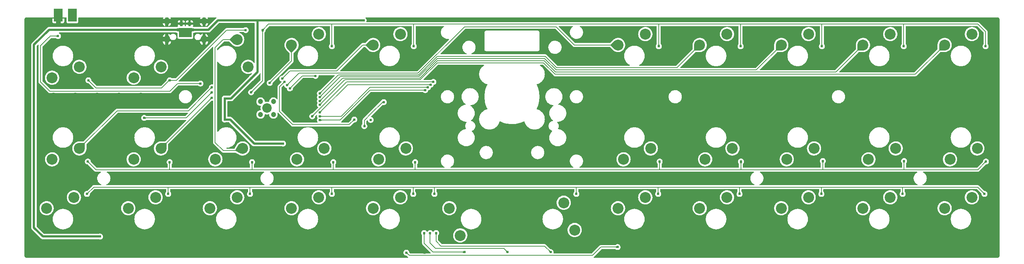
<source format=gtl>
G04 Layer: TopLayer*
G04 EasyEDA v6.4.25, 2022-01-20T16:11:06+08:00*
G04 bfaf2d4f65d64c88941de24b5d45c2ce,3b57db4a37c74da5bb1b5bc11455ab19,10*
G04 Gerber Generator version 0.2*
G04 Scale: 100 percent, Rotated: No, Reflected: No *
G04 Dimensions in millimeters *
G04 leading zeros omitted , absolute positions ,4 integer and 5 decimal *
%FSLAX45Y45*%
%MOMM*%

%ADD11C,0.1524*%
%ADD12C,0.5080*%
%ADD13C,0.6096*%
%ADD14R,0.9000X0.8000*%
%ADD15C,2.5400*%
%ADD16C,2.2000*%
%ADD17C,1.2000*%

%LPD*%
G36*
X-5082032Y351028D02*
G01*
X-5085943Y351790D01*
X-5089245Y354025D01*
X-5360974Y625754D01*
X-5363210Y629056D01*
X-5363972Y632968D01*
X-5363972Y1157732D01*
X-5363210Y1161643D01*
X-5360974Y1164945D01*
X-5316728Y1209192D01*
X-5313121Y1211529D01*
X-5308904Y1212189D01*
X-5304790Y1211021D01*
X-5301488Y1208278D01*
X-5299659Y1204417D01*
X-5298084Y1197864D01*
X-5293918Y1187856D01*
X-5288280Y1178610D01*
X-5281218Y1170381D01*
X-5272989Y1163320D01*
X-5263743Y1157681D01*
X-5253736Y1153515D01*
X-5245658Y1151585D01*
X-5241848Y1149756D01*
X-5239105Y1146556D01*
X-5237937Y1142492D01*
X-5237124Y1132179D01*
X-5234584Y1121664D01*
X-5230418Y1111656D01*
X-5224780Y1102410D01*
X-5217718Y1094181D01*
X-5209489Y1087120D01*
X-5200243Y1081481D01*
X-5190236Y1077315D01*
X-5179720Y1074775D01*
X-5168900Y1073962D01*
X-5158079Y1074775D01*
X-5147564Y1077315D01*
X-5137556Y1081481D01*
X-5128310Y1087120D01*
X-5120081Y1094181D01*
X-5113020Y1102410D01*
X-5107381Y1111656D01*
X-5103215Y1121664D01*
X-5100675Y1132332D01*
X-5098643Y1145184D01*
X-5097678Y1148181D01*
X-5095798Y1150721D01*
X-4860645Y1385874D01*
X-4857343Y1388110D01*
X-4853432Y1388872D01*
X-4629099Y1388872D01*
X-4626000Y1388364D01*
X-4623206Y1386992D01*
X-4612589Y1379220D01*
X-4603343Y1373581D01*
X-4593336Y1369415D01*
X-4582820Y1366875D01*
X-4572000Y1366062D01*
X-4561179Y1366875D01*
X-4550664Y1369415D01*
X-4540656Y1373581D01*
X-4531410Y1379220D01*
X-4523181Y1386281D01*
X-4516120Y1394510D01*
X-4510481Y1403756D01*
X-4506315Y1413764D01*
X-4503775Y1424279D01*
X-4502962Y1435100D01*
X-4503420Y1441399D01*
X-4502912Y1445564D01*
X-4500778Y1449120D01*
X-4497374Y1451508D01*
X-4493310Y1452372D01*
X-4136644Y1452372D01*
X-4132732Y1451610D01*
X-4129430Y1449374D01*
X-4127246Y1446123D01*
X-4126484Y1442212D01*
X-4127246Y1438300D01*
X-4129430Y1435049D01*
X-4462729Y1101750D01*
X-4465218Y1099921D01*
X-4468215Y1098905D01*
X-4481220Y1096924D01*
X-4491736Y1094384D01*
X-4501743Y1090218D01*
X-4510989Y1084580D01*
X-4519218Y1077518D01*
X-4526280Y1069289D01*
X-4531918Y1060043D01*
X-4536084Y1050036D01*
X-4538624Y1039520D01*
X-4539437Y1028700D01*
X-4538624Y1017879D01*
X-4536084Y1007364D01*
X-4531918Y997356D01*
X-4527143Y989533D01*
X-4525822Y986078D01*
X-4525822Y982421D01*
X-4527143Y978916D01*
X-4531918Y971143D01*
X-4536084Y961136D01*
X-4538624Y950620D01*
X-4539437Y939800D01*
X-4538624Y928979D01*
X-4536084Y918464D01*
X-4531918Y908456D01*
X-4527143Y900633D01*
X-4525822Y897178D01*
X-4525822Y893521D01*
X-4527143Y890016D01*
X-4531918Y882243D01*
X-4536084Y872236D01*
X-4538624Y861720D01*
X-4539437Y850900D01*
X-4538624Y840079D01*
X-4536084Y829564D01*
X-4531918Y819556D01*
X-4527143Y811733D01*
X-4525822Y808278D01*
X-4525822Y804621D01*
X-4527143Y801116D01*
X-4531918Y793343D01*
X-4536084Y783336D01*
X-4538624Y772820D01*
X-4539437Y762000D01*
X-4538624Y751179D01*
X-4536084Y740664D01*
X-4531918Y730656D01*
X-4526280Y721410D01*
X-4519218Y713181D01*
X-4514900Y709472D01*
X-4512360Y706170D01*
X-4511344Y702157D01*
X-4512056Y698042D01*
X-4514291Y694537D01*
X-4640529Y568350D01*
X-4643018Y566521D01*
X-4646015Y565505D01*
X-4659020Y563524D01*
X-4669536Y560984D01*
X-4679543Y556818D01*
X-4688789Y551180D01*
X-4697018Y544118D01*
X-4704080Y535889D01*
X-4709718Y526643D01*
X-4713884Y516635D01*
X-4716424Y506120D01*
X-4717237Y495300D01*
X-4716424Y484479D01*
X-4713884Y473964D01*
X-4709718Y463956D01*
X-4704080Y454710D01*
X-4697018Y446481D01*
X-4688789Y439420D01*
X-4679543Y433781D01*
X-4669536Y429615D01*
X-4659020Y427075D01*
X-4648200Y426262D01*
X-4637379Y427075D01*
X-4626864Y429615D01*
X-4616856Y433781D01*
X-4607610Y439420D01*
X-4599381Y446481D01*
X-4592320Y454710D01*
X-4586681Y463956D01*
X-4582515Y473964D01*
X-4579975Y484632D01*
X-4577943Y497484D01*
X-4576978Y500481D01*
X-4575098Y503021D01*
X-4553508Y524611D01*
X-4549851Y526948D01*
X-4545533Y527558D01*
X-4541367Y526288D01*
X-4538116Y523392D01*
X-4536389Y519379D01*
X-4536440Y515061D01*
X-4538624Y506120D01*
X-4539437Y495300D01*
X-4538624Y484479D01*
X-4536084Y473964D01*
X-4531918Y463956D01*
X-4527143Y456133D01*
X-4525822Y452678D01*
X-4525822Y449021D01*
X-4527143Y445516D01*
X-4531918Y437743D01*
X-4536084Y427735D01*
X-4538624Y417220D01*
X-4539437Y406400D01*
X-4538624Y395579D01*
X-4536084Y385064D01*
X-4531918Y375056D01*
X-4526686Y366471D01*
X-4525264Y362458D01*
X-4525619Y358190D01*
X-4527753Y354482D01*
X-4531156Y351942D01*
X-4535373Y351028D01*
G37*

%LPD*%
G36*
X-11297869Y-2798673D02*
G01*
X-11307622Y-2797911D01*
X-11314379Y-2796336D01*
X-11320830Y-2793847D01*
X-11326825Y-2790444D01*
X-11332311Y-2786176D01*
X-11337137Y-2781198D01*
X-11341201Y-2775610D01*
X-11344452Y-2769514D01*
X-11346738Y-2762961D01*
X-11348110Y-2756204D01*
X-11348669Y-2747873D01*
X-11348669Y2747873D01*
X-11347907Y2757627D01*
X-11346332Y2764383D01*
X-11343843Y2770835D01*
X-11340439Y2776829D01*
X-11336172Y2782316D01*
X-11331244Y2787142D01*
X-11325606Y2791206D01*
X-11319510Y2794406D01*
X-11312956Y2796743D01*
X-11306200Y2798114D01*
X-11297869Y2798673D01*
X-10379659Y2798673D01*
X-10375798Y2797911D01*
X-10372496Y2795727D01*
X-10370261Y2792425D01*
X-10369499Y2788513D01*
X-10369499Y2700477D01*
X-10368737Y2692450D01*
X-10366502Y2685237D01*
X-10362946Y2678582D01*
X-10358170Y2672740D01*
X-10352328Y2667914D01*
X-10345674Y2664358D01*
X-10338409Y2662174D01*
X-10330383Y2661361D01*
X-10131399Y2661361D01*
X-10123373Y2662174D01*
X-10116159Y2664358D01*
X-10109454Y2667914D01*
X-10103612Y2672740D01*
X-10098836Y2678582D01*
X-10095280Y2685237D01*
X-10093096Y2692450D01*
X-10092283Y2700477D01*
X-10092283Y2788513D01*
X-10091521Y2792425D01*
X-10089337Y2795727D01*
X-10086035Y2797911D01*
X-10082123Y2798673D01*
X-8127695Y2798673D01*
X-8123631Y2797860D01*
X-8120278Y2795473D01*
X-8118144Y2791917D01*
X-8117586Y2787853D01*
X-8118652Y2783840D01*
X-8122412Y2776626D01*
X-8126933Y2763926D01*
X-8128000Y2758694D01*
X-8068360Y2758694D01*
X-8068360Y2788513D01*
X-8067598Y2792425D01*
X-8065363Y2795727D01*
X-8062061Y2797911D01*
X-8058200Y2798673D01*
X-8005825Y2798673D01*
X-8001914Y2797911D01*
X-7998612Y2795727D01*
X-7996428Y2792425D01*
X-7995666Y2788513D01*
X-7995666Y2758694D01*
X-7935975Y2758694D01*
X-7937093Y2763926D01*
X-7941564Y2776626D01*
X-7945323Y2783840D01*
X-7946440Y2787853D01*
X-7945881Y2791917D01*
X-7943748Y2795473D01*
X-7940344Y2797860D01*
X-7936331Y2798673D01*
X-7263688Y2798673D01*
X-7259624Y2797860D01*
X-7256272Y2795473D01*
X-7254138Y2791917D01*
X-7253579Y2787853D01*
X-7254646Y2783840D01*
X-7258405Y2776626D01*
X-7262926Y2763926D01*
X-7263993Y2758694D01*
X-7204354Y2758694D01*
X-7204354Y2788513D01*
X-7203592Y2792425D01*
X-7201357Y2795727D01*
X-7198055Y2797911D01*
X-7194194Y2798673D01*
X-7141819Y2798673D01*
X-7137908Y2797911D01*
X-7134606Y2795727D01*
X-7132421Y2792425D01*
X-7131659Y2788513D01*
X-7131659Y2758694D01*
X-7071969Y2758694D01*
X-7073087Y2763926D01*
X-7077557Y2776626D01*
X-7081316Y2783840D01*
X-7082434Y2787853D01*
X-7081875Y2791917D01*
X-7079742Y2795473D01*
X-7076338Y2797860D01*
X-7072325Y2798673D01*
X-6891426Y2798673D01*
X-6887413Y2797860D01*
X-6884111Y2795574D01*
X-6881926Y2792120D01*
X-6881266Y2788107D01*
X-6882231Y2784144D01*
X-6884670Y2780893D01*
X-6890766Y2775559D01*
X-7091324Y2575001D01*
X-7094626Y2572766D01*
X-7098538Y2572004D01*
X-7115657Y2572004D01*
X-7119924Y2572918D01*
X-7123430Y2575560D01*
X-7125462Y2579420D01*
X-7125716Y2583789D01*
X-7124090Y2587853D01*
X-7120940Y2590850D01*
X-7111136Y2596794D01*
X-7100722Y2605278D01*
X-7091527Y2615133D01*
X-7083755Y2626106D01*
X-7077557Y2638094D01*
X-7073087Y2650744D01*
X-7071969Y2655976D01*
X-7131659Y2655976D01*
X-7131659Y2582164D01*
X-7132421Y2578252D01*
X-7134606Y2575001D01*
X-7137908Y2572766D01*
X-7141819Y2572004D01*
X-7194194Y2572004D01*
X-7198055Y2572766D01*
X-7201357Y2575001D01*
X-7203592Y2578252D01*
X-7204354Y2582164D01*
X-7204354Y2655976D01*
X-7263993Y2655976D01*
X-7262926Y2650744D01*
X-7258405Y2638094D01*
X-7252208Y2626106D01*
X-7244486Y2615133D01*
X-7235291Y2605278D01*
X-7224826Y2596794D01*
X-7215022Y2590850D01*
X-7211872Y2587853D01*
X-7210298Y2583789D01*
X-7210552Y2579420D01*
X-7212584Y2575560D01*
X-7216038Y2572918D01*
X-7220305Y2572004D01*
X-7379817Y2572004D01*
X-7381748Y2572207D01*
X-7417765Y2579116D01*
X-7421625Y2580792D01*
X-7424521Y2583891D01*
X-7425893Y2587904D01*
X-7425537Y2592120D01*
X-7422896Y2600604D01*
X-7422083Y2608580D01*
X-7422083Y2621737D01*
X-7476845Y2621737D01*
X-7476845Y2601468D01*
X-7477607Y2597556D01*
X-7479842Y2594305D01*
X-7483144Y2592070D01*
X-7487005Y2591308D01*
X-7524394Y2591308D01*
X-7528255Y2592070D01*
X-7531557Y2594305D01*
X-7533792Y2597556D01*
X-7534554Y2601468D01*
X-7534554Y2621737D01*
X-7589316Y2621737D01*
X-7589316Y2608580D01*
X-7588707Y2602484D01*
X-7589164Y2598267D01*
X-7591298Y2594660D01*
X-7594701Y2592171D01*
X-7598816Y2591308D01*
X-7603083Y2591308D01*
X-7607198Y2592171D01*
X-7610602Y2594660D01*
X-7612735Y2598267D01*
X-7613192Y2602484D01*
X-7612583Y2608580D01*
X-7612583Y2621737D01*
X-7667345Y2621737D01*
X-7667345Y2601468D01*
X-7668107Y2597556D01*
X-7670342Y2594305D01*
X-7673644Y2592070D01*
X-7677505Y2591308D01*
X-7714894Y2591308D01*
X-7718755Y2592070D01*
X-7722057Y2594305D01*
X-7724292Y2597556D01*
X-7725054Y2601468D01*
X-7725054Y2621737D01*
X-7779816Y2621737D01*
X-7779816Y2608580D01*
X-7779003Y2600604D01*
X-7776362Y2592120D01*
X-7776006Y2587904D01*
X-7777378Y2583891D01*
X-7780274Y2580792D01*
X-7784134Y2579116D01*
X-7820152Y2572207D01*
X-7822082Y2572004D01*
X-7979664Y2572004D01*
X-7983931Y2572918D01*
X-7987436Y2575560D01*
X-7989468Y2579420D01*
X-7989722Y2583789D01*
X-7988096Y2587853D01*
X-7984947Y2590850D01*
X-7975142Y2596794D01*
X-7964728Y2605278D01*
X-7955534Y2615133D01*
X-7947761Y2626106D01*
X-7941564Y2638094D01*
X-7937093Y2650744D01*
X-7935975Y2655976D01*
X-7995666Y2655976D01*
X-7995666Y2582164D01*
X-7996428Y2578252D01*
X-7998612Y2575001D01*
X-8001914Y2572766D01*
X-8005825Y2572004D01*
X-8058200Y2572004D01*
X-8062061Y2572766D01*
X-8065363Y2575001D01*
X-8067598Y2578252D01*
X-8068360Y2582164D01*
X-8068360Y2655976D01*
X-8128000Y2655976D01*
X-8126933Y2650744D01*
X-8122412Y2638094D01*
X-8116214Y2626106D01*
X-8108492Y2615133D01*
X-8099298Y2605278D01*
X-8088833Y2596794D01*
X-8079028Y2590850D01*
X-8075879Y2587853D01*
X-8074304Y2583789D01*
X-8074558Y2579420D01*
X-8076590Y2575560D01*
X-8080044Y2572918D01*
X-8084312Y2572004D01*
X-10539018Y2572004D01*
X-10542879Y2572766D01*
X-10545064Y2573680D01*
X-10555579Y2576220D01*
X-10566400Y2577033D01*
X-10577220Y2576220D01*
X-10587736Y2573680D01*
X-10589920Y2572766D01*
X-10593781Y2572004D01*
X-10775899Y2572004D01*
X-10784332Y2571496D01*
X-10794644Y2569260D01*
X-10796778Y2568600D01*
X-10804499Y2565400D01*
X-10806480Y2564384D01*
X-10815370Y2558643D01*
X-10821670Y2553055D01*
X-11170259Y2204466D01*
X-11175847Y2198166D01*
X-11181588Y2189276D01*
X-11182604Y2187295D01*
X-11185804Y2179574D01*
X-11186464Y2177440D01*
X-11188700Y2167128D01*
X-11189208Y2158695D01*
X-11189208Y-2095195D01*
X-11188700Y-2103628D01*
X-11186464Y-2113940D01*
X-11185804Y-2116074D01*
X-11182604Y-2123795D01*
X-11181588Y-2125776D01*
X-11175847Y-2134666D01*
X-11170259Y-2140966D01*
X-10960862Y-2350363D01*
X-10954562Y-2355951D01*
X-10945672Y-2361692D01*
X-10943691Y-2362708D01*
X-10935970Y-2365908D01*
X-10933836Y-2366568D01*
X-10923524Y-2368804D01*
X-10915091Y-2369312D01*
X-9615627Y-2369312D01*
X-9611766Y-2370074D01*
X-9609836Y-2370886D01*
X-9599320Y-2373426D01*
X-9588500Y-2374239D01*
X-9577679Y-2373426D01*
X-9567164Y-2370886D01*
X-9557156Y-2366721D01*
X-9547910Y-2361082D01*
X-9539681Y-2354021D01*
X-9532620Y-2345791D01*
X-9526981Y-2336546D01*
X-9522815Y-2326538D01*
X-9520275Y-2316022D01*
X-9519462Y-2305202D01*
X-9520275Y-2294382D01*
X-9522815Y-2283866D01*
X-9526981Y-2273858D01*
X-9532620Y-2264613D01*
X-9539681Y-2256383D01*
X-9547910Y-2249322D01*
X-9557156Y-2243683D01*
X-9567164Y-2239518D01*
X-9577679Y-2236978D01*
X-9588500Y-2236165D01*
X-9599320Y-2236978D01*
X-9609836Y-2239518D01*
X-9612223Y-2240534D01*
X-9616135Y-2241296D01*
X-10884662Y-2241296D01*
X-10888573Y-2240534D01*
X-10891875Y-2238298D01*
X-11058194Y-2071979D01*
X-11060430Y-2068677D01*
X-11061192Y-2064766D01*
X-11061192Y2128266D01*
X-11060430Y2132177D01*
X-11058194Y2135479D01*
X-11032591Y2161082D01*
X-11028832Y2163470D01*
X-11024463Y2164029D01*
X-11020247Y2162657D01*
X-11016996Y2159660D01*
X-11015370Y2155545D01*
X-11015624Y2151126D01*
X-11018215Y2142083D01*
X-11019028Y2133142D01*
X-11018977Y1293622D01*
X-11017758Y1284833D01*
X-11015065Y1276756D01*
X-11010900Y1269288D01*
X-11005159Y1262380D01*
X-10788294Y1045565D01*
X-10781233Y1040231D01*
X-10773562Y1036421D01*
X-10765383Y1034084D01*
X-10756442Y1033271D01*
X-7961122Y1033322D01*
X-7952333Y1034542D01*
X-7944256Y1037234D01*
X-7936788Y1041400D01*
X-7929880Y1047140D01*
X-7768945Y1208074D01*
X-7765643Y1210310D01*
X-7761731Y1211072D01*
X-7308799Y1211072D01*
X-7305700Y1210564D01*
X-7302906Y1209192D01*
X-7292289Y1201420D01*
X-7283043Y1195781D01*
X-7273036Y1191615D01*
X-7262520Y1189075D01*
X-7251700Y1188262D01*
X-7240879Y1189075D01*
X-7230364Y1191615D01*
X-7220356Y1195781D01*
X-7211110Y1201420D01*
X-7202881Y1208481D01*
X-7195820Y1216710D01*
X-7190181Y1225956D01*
X-7186015Y1235964D01*
X-7183475Y1246479D01*
X-7182662Y1257300D01*
X-7183475Y1268120D01*
X-7186015Y1278636D01*
X-7190181Y1288643D01*
X-7195820Y1297889D01*
X-7202881Y1306118D01*
X-7211110Y1313180D01*
X-7220356Y1318818D01*
X-7230364Y1322984D01*
X-7240879Y1325524D01*
X-7251700Y1326337D01*
X-7262520Y1325524D01*
X-7273036Y1322984D01*
X-7283043Y1318818D01*
X-7292390Y1313129D01*
X-7302906Y1305407D01*
X-7305700Y1304036D01*
X-7308850Y1303528D01*
X-7750556Y1303528D01*
X-7754467Y1304290D01*
X-7757769Y1306525D01*
X-7759953Y1309776D01*
X-7760716Y1313688D01*
X-7759953Y1317599D01*
X-7757769Y1320850D01*
X-6971995Y2106625D01*
X-6968591Y2108860D01*
X-6964527Y2109571D01*
X-6960514Y2108606D01*
X-6957212Y2106168D01*
X-6955180Y2102561D01*
X-6954723Y2098497D01*
X-6955028Y2095042D01*
X-6955028Y1244904D01*
X-6955688Y1241298D01*
X-6957568Y1238148D01*
X-6960412Y1235913D01*
X-6963918Y1234795D01*
X-6967575Y1234998D01*
X-6974179Y1236624D01*
X-6985000Y1237437D01*
X-6995820Y1236624D01*
X-7006336Y1234084D01*
X-7016343Y1229918D01*
X-7025589Y1224280D01*
X-7033818Y1217218D01*
X-7040880Y1208989D01*
X-7046518Y1199743D01*
X-7050684Y1189736D01*
X-7053224Y1179068D01*
X-7055256Y1166215D01*
X-7056221Y1163218D01*
X-7058101Y1160678D01*
X-7547254Y671525D01*
X-7550556Y669290D01*
X-7554468Y668528D01*
X-9194495Y668477D01*
X-9203283Y667258D01*
X-9211360Y664565D01*
X-9218828Y660400D01*
X-9225737Y654659D01*
X-9965283Y-84937D01*
X-9968585Y-87122D01*
X-9972395Y-87884D01*
X-10076840Y-88646D01*
X-10090962Y-89865D01*
X-10108285Y-93116D01*
X-10125151Y-98247D01*
X-10141407Y-105105D01*
X-10156850Y-113639D01*
X-10171277Y-123748D01*
X-10184536Y-135382D01*
X-10196474Y-148336D01*
X-10206990Y-162458D01*
X-10215930Y-177647D01*
X-10223246Y-193700D01*
X-10228783Y-210413D01*
X-10232491Y-227685D01*
X-10234371Y-245211D01*
X-10234371Y-262788D01*
X-10232491Y-280365D01*
X-10228783Y-297586D01*
X-10223246Y-314299D01*
X-10215930Y-330352D01*
X-10206990Y-345541D01*
X-10196474Y-359664D01*
X-10184536Y-372618D01*
X-10171277Y-384251D01*
X-10156850Y-394360D01*
X-10141407Y-402945D01*
X-10125151Y-409752D01*
X-10108285Y-414883D01*
X-10090962Y-418134D01*
X-10073386Y-419557D01*
X-10055809Y-419049D01*
X-10038334Y-416712D01*
X-10021214Y-412546D01*
X-10004602Y-406552D01*
X-9988753Y-398830D01*
X-9973818Y-389483D01*
X-9959949Y-378612D01*
X-9947300Y-366318D01*
X-9936073Y-352755D01*
X-9926320Y-338074D01*
X-9918192Y-322427D01*
X-9911791Y-306019D01*
X-9907168Y-289001D01*
X-9904323Y-271526D01*
X-9903663Y-261772D01*
X-9903409Y-254101D01*
X-9903561Y-250494D01*
X-9902901Y-157429D01*
X-9902088Y-153568D01*
X-9899904Y-150317D01*
X-9176512Y573074D01*
X-9173260Y575310D01*
X-9169349Y576072D01*
X-7552944Y576072D01*
X-7549032Y575310D01*
X-7545730Y573074D01*
X-7543546Y569823D01*
X-7542784Y565912D01*
X-7543546Y562000D01*
X-7545730Y558749D01*
X-7598054Y506425D01*
X-7601356Y504190D01*
X-7605268Y503428D01*
X-8502700Y503428D01*
X-8505799Y503935D01*
X-8508593Y505307D01*
X-8519210Y513080D01*
X-8528456Y518718D01*
X-8538464Y522884D01*
X-8548979Y525424D01*
X-8559800Y526237D01*
X-8570620Y525424D01*
X-8581136Y522884D01*
X-8591143Y518718D01*
X-8600389Y513080D01*
X-8608618Y506018D01*
X-8615680Y497789D01*
X-8621318Y488543D01*
X-8625484Y478535D01*
X-8628024Y468020D01*
X-8628837Y457200D01*
X-8628024Y446379D01*
X-8625484Y435864D01*
X-8621318Y425856D01*
X-8615680Y416610D01*
X-8608618Y408381D01*
X-8600389Y401320D01*
X-8591143Y395681D01*
X-8581136Y391515D01*
X-8570620Y388975D01*
X-8559800Y388162D01*
X-8548979Y388975D01*
X-8538464Y391515D01*
X-8528456Y395681D01*
X-8519109Y401370D01*
X-8508593Y409092D01*
X-8505799Y410464D01*
X-8502650Y410972D01*
X-7593939Y410972D01*
X-7590028Y410209D01*
X-7586776Y407974D01*
X-7584541Y404723D01*
X-7583779Y400812D01*
X-7584541Y396900D01*
X-7586776Y393649D01*
X-8065312Y-84886D01*
X-8068564Y-87071D01*
X-8072424Y-87884D01*
X-8176818Y-88646D01*
X-8190941Y-89865D01*
X-8208314Y-93116D01*
X-8225180Y-98247D01*
X-8241436Y-105105D01*
X-8256828Y-113639D01*
X-8271256Y-123748D01*
X-8284514Y-135382D01*
X-8296503Y-148336D01*
X-8306968Y-162458D01*
X-8315959Y-177647D01*
X-8323224Y-193700D01*
X-8328761Y-210413D01*
X-8332470Y-227685D01*
X-8334349Y-245211D01*
X-8334349Y-262788D01*
X-8332470Y-280365D01*
X-8328761Y-297586D01*
X-8323224Y-314299D01*
X-8315959Y-330352D01*
X-8306968Y-345541D01*
X-8296503Y-359664D01*
X-8284514Y-372618D01*
X-8271256Y-384251D01*
X-8256828Y-394360D01*
X-8241436Y-402945D01*
X-8225180Y-409752D01*
X-8208314Y-414883D01*
X-8190992Y-418134D01*
X-8173415Y-419557D01*
X-8155787Y-419049D01*
X-8138312Y-416712D01*
X-8121192Y-412546D01*
X-8104631Y-406552D01*
X-8088782Y-398830D01*
X-8073796Y-389483D01*
X-8059978Y-378612D01*
X-8047329Y-366318D01*
X-8036052Y-352755D01*
X-8026349Y-338074D01*
X-8018221Y-322427D01*
X-8011769Y-306019D01*
X-8007146Y-289001D01*
X-8004352Y-271576D01*
X-8003641Y-261620D01*
X-8003387Y-254101D01*
X-8003540Y-250850D01*
X-8002879Y-157378D01*
X-8002117Y-153568D01*
X-7999933Y-150266D01*
X-6995312Y854303D01*
X-6992569Y856284D01*
X-6989368Y857199D01*
X-6977888Y858621D01*
X-6974179Y858875D01*
X-6967575Y860501D01*
X-6963918Y860704D01*
X-6960412Y859586D01*
X-6957568Y857351D01*
X-6955688Y854202D01*
X-6955028Y850595D01*
X-6954977Y-116078D01*
X-6953758Y-124866D01*
X-6951065Y-132943D01*
X-6946900Y-140411D01*
X-6941159Y-147320D01*
X-6749694Y-338734D01*
X-6742633Y-344068D01*
X-6734962Y-347878D01*
X-6726783Y-350215D01*
X-6717842Y-351028D01*
X-6443827Y-351028D01*
X-6441389Y-351332D01*
X-6439154Y-352145D01*
X-6339433Y-403809D01*
X-6325209Y-409752D01*
X-6308293Y-414883D01*
X-6290970Y-418134D01*
X-6273393Y-419557D01*
X-6255766Y-419049D01*
X-6238341Y-416712D01*
X-6221171Y-412546D01*
X-6204610Y-406552D01*
X-6188760Y-398830D01*
X-6173825Y-389483D01*
X-6159957Y-378612D01*
X-6147308Y-366318D01*
X-6136081Y-352755D01*
X-6126327Y-338074D01*
X-6118199Y-322427D01*
X-6111798Y-306019D01*
X-6107125Y-289001D01*
X-6104331Y-271576D01*
X-6103416Y-254000D01*
X-6104331Y-236423D01*
X-6107125Y-218998D01*
X-6111798Y-201980D01*
X-6118199Y-185572D01*
X-6126327Y-169926D01*
X-6136081Y-155244D01*
X-6147308Y-141681D01*
X-6159957Y-129387D01*
X-6173825Y-118516D01*
X-6188760Y-109169D01*
X-6204610Y-101447D01*
X-6221171Y-95453D01*
X-6238341Y-91287D01*
X-6255766Y-88950D01*
X-6273393Y-88442D01*
X-6290970Y-89865D01*
X-6308293Y-93116D01*
X-6325158Y-98247D01*
X-6341414Y-105105D01*
X-6356858Y-113639D01*
X-6371234Y-123748D01*
X-6384544Y-135382D01*
X-6396482Y-148336D01*
X-6407048Y-162560D01*
X-6411417Y-169570D01*
X-6415887Y-177546D01*
X-6456730Y-253238D01*
X-6458966Y-256082D01*
X-6462115Y-257911D01*
X-6465671Y-258571D01*
X-6637680Y-258571D01*
X-6641947Y-257606D01*
X-6645452Y-254965D01*
X-6647484Y-251053D01*
X-6647688Y-246684D01*
X-6646011Y-242620D01*
X-6642760Y-239623D01*
X-6638594Y-238302D01*
X-6617970Y-236423D01*
X-6596888Y-232613D01*
X-6576263Y-226923D01*
X-6556248Y-219405D01*
X-6536944Y-210108D01*
X-6518554Y-199136D01*
X-6501231Y-186537D01*
X-6485128Y-172466D01*
X-6470294Y-156972D01*
X-6456984Y-140258D01*
X-6445199Y-122377D01*
X-6435039Y-103530D01*
X-6426606Y-83820D01*
X-6420002Y-63500D01*
X-6415227Y-42621D01*
X-6412382Y-21386D01*
X-6411417Y0D01*
X-6412382Y21386D01*
X-6415227Y42621D01*
X-6420002Y63500D01*
X-6426606Y83820D01*
X-6435039Y103530D01*
X-6445199Y122377D01*
X-6456984Y140258D01*
X-6470294Y156972D01*
X-6485128Y172466D01*
X-6501231Y186537D01*
X-6518554Y199136D01*
X-6536944Y210108D01*
X-6556248Y219405D01*
X-6576263Y226923D01*
X-6596888Y232613D01*
X-6617970Y236423D01*
X-6639306Y238353D01*
X-6660692Y238353D01*
X-6682028Y236423D01*
X-6703110Y232613D01*
X-6723735Y226923D01*
X-6743750Y219405D01*
X-6763054Y210108D01*
X-6781444Y199136D01*
X-6798767Y186537D01*
X-6814870Y172466D01*
X-6829704Y156972D01*
X-6843014Y140258D01*
X-6843928Y138887D01*
X-6847027Y135890D01*
X-6851040Y134416D01*
X-6855358Y134721D01*
X-6859117Y136804D01*
X-6861657Y140258D01*
X-6862572Y144475D01*
X-6862572Y1755546D01*
X-6861657Y1759712D01*
X-6859117Y1763166D01*
X-6855358Y1765249D01*
X-6851040Y1765604D01*
X-6847027Y1764131D01*
X-6843928Y1761134D01*
X-6829704Y1742998D01*
X-6814870Y1727555D01*
X-6798767Y1713433D01*
X-6781444Y1700885D01*
X-6763054Y1689912D01*
X-6743750Y1680616D01*
X-6723735Y1673098D01*
X-6703110Y1667357D01*
X-6682028Y1663547D01*
X-6660692Y1661617D01*
X-6639306Y1661617D01*
X-6617970Y1663547D01*
X-6596888Y1667357D01*
X-6576263Y1673098D01*
X-6556248Y1680616D01*
X-6536944Y1689912D01*
X-6518554Y1700885D01*
X-6501231Y1713433D01*
X-6485128Y1727555D01*
X-6470294Y1742998D01*
X-6456984Y1759762D01*
X-6445199Y1777644D01*
X-6435039Y1796491D01*
X-6426606Y1816150D01*
X-6420002Y1836521D01*
X-6415227Y1857400D01*
X-6412382Y1878584D01*
X-6411417Y1899970D01*
X-6412382Y1921408D01*
X-6415227Y1942592D01*
X-6420002Y1963470D01*
X-6426606Y1983841D01*
X-6435039Y2003501D01*
X-6445199Y2022348D01*
X-6456984Y2040229D01*
X-6470294Y2056993D01*
X-6485128Y2072436D01*
X-6501231Y2086559D01*
X-6518554Y2099106D01*
X-6536944Y2110079D01*
X-6556248Y2119376D01*
X-6576263Y2126894D01*
X-6596888Y2132634D01*
X-6617970Y2136444D01*
X-6639306Y2138375D01*
X-6660692Y2138375D01*
X-6682028Y2136444D01*
X-6703110Y2132634D01*
X-6723735Y2126894D01*
X-6743750Y2119376D01*
X-6763054Y2110079D01*
X-6781444Y2099106D01*
X-6798767Y2086559D01*
X-6814870Y2072436D01*
X-6829704Y2056993D01*
X-6843928Y2038857D01*
X-6847027Y2035860D01*
X-6851040Y2034387D01*
X-6855358Y2034743D01*
X-6859117Y2036825D01*
X-6861657Y2040280D01*
X-6862572Y2044446D01*
X-6862572Y2072132D01*
X-6861809Y2076043D01*
X-6859574Y2079345D01*
X-6707225Y2231694D01*
X-6703923Y2233930D01*
X-6700012Y2234692D01*
X-6588861Y2234692D01*
X-6585051Y2233930D01*
X-6581749Y2231745D01*
X-6507276Y2158390D01*
X-6501790Y2153615D01*
X-6487515Y2142998D01*
X-6472326Y2134057D01*
X-6456324Y2126792D01*
X-6439560Y2121255D01*
X-6422339Y2117496D01*
X-6404813Y2115667D01*
X-6387185Y2115667D01*
X-6369659Y2117496D01*
X-6352438Y2121255D01*
X-6335674Y2126792D01*
X-6319621Y2134057D01*
X-6304432Y2142998D01*
X-6290310Y2153513D01*
X-6277356Y2165502D01*
X-6265773Y2178761D01*
X-6255613Y2193188D01*
X-6247079Y2208580D01*
X-6240221Y2224836D01*
X-6235141Y2241702D01*
X-6231890Y2259025D01*
X-6230467Y2276602D01*
X-6230924Y2294229D01*
X-6233261Y2311704D01*
X-6237478Y2328824D01*
X-6243421Y2345385D01*
X-6251143Y2361234D01*
X-6260490Y2376170D01*
X-6271361Y2390038D01*
X-6283655Y2402687D01*
X-6297218Y2413914D01*
X-6311950Y2423668D01*
X-6327546Y2431796D01*
X-6338468Y2436063D01*
X-6341821Y2438196D01*
X-6344056Y2441498D01*
X-6344920Y2445410D01*
X-6344158Y2449322D01*
X-6341973Y2452674D01*
X-6338671Y2454910D01*
X-6334760Y2455672D01*
X-6254699Y2455672D01*
X-6251600Y2455164D01*
X-6248806Y2453792D01*
X-6238189Y2446020D01*
X-6228943Y2440381D01*
X-6218936Y2436215D01*
X-6208420Y2433675D01*
X-6197600Y2432862D01*
X-6186779Y2433675D01*
X-6176264Y2436215D01*
X-6166256Y2440381D01*
X-6157010Y2446020D01*
X-6148781Y2453081D01*
X-6141720Y2461310D01*
X-6136081Y2470556D01*
X-6131915Y2480564D01*
X-6129375Y2491079D01*
X-6128562Y2501900D01*
X-6129375Y2512720D01*
X-6131915Y2523236D01*
X-6136081Y2533243D01*
X-6141720Y2542489D01*
X-6148781Y2550718D01*
X-6157010Y2557780D01*
X-6166256Y2563418D01*
X-6176264Y2567584D01*
X-6186779Y2570124D01*
X-6197600Y2570937D01*
X-6208420Y2570124D01*
X-6218936Y2567584D01*
X-6228943Y2563418D01*
X-6238290Y2557729D01*
X-6248806Y2550007D01*
X-6251600Y2548636D01*
X-6254750Y2548128D01*
X-6643878Y2548077D01*
X-6652666Y2546858D01*
X-6660743Y2544165D01*
X-6668211Y2540000D01*
X-6675120Y2534259D01*
X-7826654Y1382725D01*
X-7829956Y1380490D01*
X-7833868Y1379728D01*
X-7910880Y1379728D01*
X-7913979Y1380236D01*
X-7916773Y1381607D01*
X-7927390Y1389380D01*
X-7936636Y1395018D01*
X-7946644Y1399184D01*
X-7957159Y1401724D01*
X-7967980Y1402537D01*
X-7978800Y1401724D01*
X-7989316Y1399184D01*
X-7999323Y1395018D01*
X-8008569Y1389380D01*
X-8016798Y1382318D01*
X-8023859Y1374089D01*
X-8029498Y1364843D01*
X-8033715Y1354734D01*
X-8034781Y1350670D01*
X-8038896Y1337208D01*
X-8039912Y1334973D01*
X-8041436Y1333042D01*
X-8169554Y1204925D01*
X-8172856Y1202690D01*
X-8176768Y1201928D01*
X-9659112Y1201928D01*
X-9663023Y1202690D01*
X-9666325Y1204925D01*
X-9787229Y1325829D01*
X-9789058Y1328318D01*
X-9790074Y1331315D01*
X-9792055Y1344320D01*
X-9794595Y1354836D01*
X-9798761Y1364843D01*
X-9804400Y1374089D01*
X-9811461Y1382318D01*
X-9819690Y1389380D01*
X-9828936Y1395018D01*
X-9838944Y1399184D01*
X-9849459Y1401724D01*
X-9860280Y1402537D01*
X-9871100Y1401724D01*
X-9881616Y1399184D01*
X-9891623Y1395018D01*
X-9900869Y1389380D01*
X-9909098Y1382318D01*
X-9916160Y1374089D01*
X-9921798Y1364843D01*
X-9925964Y1354836D01*
X-9928504Y1344320D01*
X-9929317Y1333500D01*
X-9928504Y1322679D01*
X-9925964Y1312164D01*
X-9921798Y1302156D01*
X-9916160Y1292910D01*
X-9909098Y1284681D01*
X-9900869Y1277620D01*
X-9891623Y1271981D01*
X-9881616Y1267815D01*
X-9870948Y1265275D01*
X-9868509Y1265021D01*
X-9858095Y1263243D01*
X-9855098Y1262278D01*
X-9852558Y1260398D01*
X-9735210Y1143050D01*
X-9733026Y1139799D01*
X-9732264Y1135888D01*
X-9733026Y1131976D01*
X-9735210Y1128725D01*
X-9738512Y1126490D01*
X-9742424Y1125728D01*
X-10733532Y1125728D01*
X-10737443Y1126490D01*
X-10740745Y1128725D01*
X-10923574Y1311554D01*
X-10925810Y1314856D01*
X-10926572Y1318768D01*
X-10926572Y2110232D01*
X-10925810Y2114143D01*
X-10923574Y2117445D01*
X-10728299Y2312720D01*
X-10724997Y2314956D01*
X-10721086Y2315718D01*
X-10623499Y2315718D01*
X-10620400Y2315210D01*
X-10617606Y2313838D01*
X-10606989Y2306066D01*
X-10597743Y2300427D01*
X-10587736Y2296261D01*
X-10577220Y2293721D01*
X-10566400Y2292908D01*
X-10555579Y2293721D01*
X-10545064Y2296261D01*
X-10535056Y2300427D01*
X-10525810Y2306066D01*
X-10517581Y2313127D01*
X-10510520Y2321356D01*
X-10504881Y2330602D01*
X-10500715Y2340610D01*
X-10498175Y2351125D01*
X-10497362Y2361946D01*
X-10498175Y2372766D01*
X-10500715Y2383282D01*
X-10504881Y2393289D01*
X-10510520Y2402535D01*
X-10517581Y2410764D01*
X-10525810Y2417826D01*
X-10535056Y2423464D01*
X-10537393Y2424430D01*
X-10540695Y2426665D01*
X-10542879Y2429916D01*
X-10543641Y2433828D01*
X-10542879Y2437739D01*
X-10540695Y2440990D01*
X-10537393Y2443226D01*
X-10533481Y2443988D01*
X-7821980Y2443988D01*
X-7820101Y2443784D01*
X-7793888Y2438806D01*
X-7790586Y2437587D01*
X-7787944Y2435301D01*
X-7786217Y2432304D01*
X-7785608Y2428849D01*
X-7785608Y2337308D01*
X-7784795Y2329281D01*
X-7782610Y2322068D01*
X-7779054Y2315362D01*
X-7774279Y2309520D01*
X-7768437Y2304745D01*
X-7761731Y2301189D01*
X-7754518Y2299004D01*
X-7746492Y2298192D01*
X-7455408Y2298192D01*
X-7447381Y2299004D01*
X-7440168Y2301189D01*
X-7433462Y2304745D01*
X-7427620Y2309520D01*
X-7422845Y2315362D01*
X-7419289Y2322068D01*
X-7417104Y2329281D01*
X-7416292Y2337308D01*
X-7416292Y2428849D01*
X-7415682Y2432304D01*
X-7413955Y2435301D01*
X-7411313Y2437587D01*
X-7408011Y2438806D01*
X-7381798Y2443784D01*
X-7379919Y2443988D01*
X-7068108Y2443988D01*
X-7059675Y2444496D01*
X-7049363Y2446731D01*
X-7047230Y2447391D01*
X-7039508Y2450592D01*
X-7037527Y2451608D01*
X-7028637Y2457348D01*
X-7022338Y2462936D01*
X-6821779Y2663494D01*
X-6818477Y2665730D01*
X-6814566Y2666492D01*
X-5999988Y2666492D01*
X-5996076Y2665730D01*
X-5992825Y2663494D01*
X-5990590Y2660243D01*
X-5989828Y2656332D01*
X-5989828Y1749348D01*
X-5990691Y1745284D01*
X-5993079Y1741881D01*
X-5996686Y1739747D01*
X-6000800Y1739239D01*
X-6004814Y1740407D01*
X-6007963Y1743100D01*
X-6017361Y1755038D01*
X-6029655Y1767687D01*
X-6043218Y1778914D01*
X-6057950Y1788668D01*
X-6073546Y1796796D01*
X-6090005Y1803196D01*
X-6106972Y1807870D01*
X-6124397Y1810664D01*
X-6141974Y1811578D01*
X-6159601Y1810664D01*
X-6176975Y1807870D01*
X-6193993Y1803196D01*
X-6210401Y1796796D01*
X-6226048Y1788668D01*
X-6240729Y1778914D01*
X-6254343Y1767687D01*
X-6266637Y1755038D01*
X-6277508Y1741170D01*
X-6286855Y1726234D01*
X-6294577Y1710385D01*
X-6300520Y1693824D01*
X-6304737Y1676704D01*
X-6307074Y1659229D01*
X-6307531Y1641602D01*
X-6306108Y1624025D01*
X-6302857Y1606702D01*
X-6297777Y1589836D01*
X-6290919Y1573580D01*
X-6282385Y1558188D01*
X-6272225Y1543761D01*
X-6260642Y1530502D01*
X-6247688Y1518513D01*
X-6233515Y1507998D01*
X-6218326Y1499057D01*
X-6202324Y1491792D01*
X-6185560Y1486255D01*
X-6168339Y1482496D01*
X-6150813Y1480667D01*
X-6133185Y1480667D01*
X-6115659Y1482496D01*
X-6098438Y1486255D01*
X-6081674Y1491792D01*
X-6069177Y1497482D01*
X-6065266Y1498346D01*
X-6061303Y1497685D01*
X-6057950Y1495501D01*
X-6055664Y1492250D01*
X-6054801Y1488287D01*
X-6055563Y1484376D01*
X-6057798Y1481023D01*
X-6089802Y1449019D01*
X-6093104Y1446784D01*
X-6095441Y1445818D01*
X-6104686Y1440180D01*
X-6112916Y1433118D01*
X-6119977Y1424889D01*
X-6125616Y1415643D01*
X-6126581Y1413306D01*
X-6128816Y1410004D01*
X-6561683Y977137D01*
X-6564985Y974902D01*
X-6568897Y974140D01*
X-6658914Y974140D01*
X-6662775Y974902D01*
X-6664959Y975817D01*
X-6675475Y978357D01*
X-6686296Y979169D01*
X-6697116Y978357D01*
X-6707631Y975817D01*
X-6717639Y971651D01*
X-6726885Y966012D01*
X-6735114Y958951D01*
X-6742175Y950721D01*
X-6747814Y941476D01*
X-6751980Y931468D01*
X-6754520Y920953D01*
X-6755333Y910132D01*
X-6754520Y899312D01*
X-6751980Y888796D01*
X-6751066Y886612D01*
X-6750303Y882751D01*
X-6750303Y446735D01*
X-6751066Y442823D01*
X-6752081Y440435D01*
X-6754622Y429920D01*
X-6755434Y419100D01*
X-6754622Y408279D01*
X-6752081Y397764D01*
X-6747916Y387756D01*
X-6742277Y378510D01*
X-6735216Y370281D01*
X-6726986Y363220D01*
X-6717741Y357581D01*
X-6707733Y353415D01*
X-6697218Y350875D01*
X-6686397Y350062D01*
X-6675577Y350875D01*
X-6665061Y353415D01*
X-6662877Y354330D01*
X-6659016Y355092D01*
X-6590030Y355092D01*
X-6586118Y354330D01*
X-6582816Y352094D01*
X-6045962Y-184759D01*
X-6039662Y-190347D01*
X-6030772Y-196088D01*
X-6028791Y-197104D01*
X-6021070Y-200304D01*
X-6018936Y-200964D01*
X-6008624Y-203200D01*
X-6000191Y-203708D01*
X-5355183Y-203708D01*
X-5351322Y-204470D01*
X-5349138Y-205384D01*
X-5338622Y-207924D01*
X-5327802Y-208737D01*
X-5316982Y-207924D01*
X-5306466Y-205384D01*
X-5296458Y-201218D01*
X-5287213Y-195580D01*
X-5278983Y-188518D01*
X-5271922Y-180289D01*
X-5266283Y-171043D01*
X-5262118Y-161036D01*
X-5259578Y-150520D01*
X-5258765Y-139700D01*
X-5259578Y-128879D01*
X-5262118Y-118364D01*
X-5266283Y-108356D01*
X-5271922Y-99110D01*
X-5278983Y-90881D01*
X-5287213Y-83820D01*
X-5296458Y-78181D01*
X-5306466Y-74015D01*
X-5316982Y-71475D01*
X-5327802Y-70662D01*
X-5338622Y-71475D01*
X-5349138Y-74015D01*
X-5351322Y-74930D01*
X-5355183Y-75692D01*
X-5969762Y-75692D01*
X-5973673Y-74930D01*
X-5976975Y-72694D01*
X-6513830Y464159D01*
X-6520129Y469747D01*
X-6529019Y475488D01*
X-6531000Y476504D01*
X-6538722Y479704D01*
X-6540855Y480364D01*
X-6551168Y482600D01*
X-6559600Y483108D01*
X-6612128Y483108D01*
X-6616039Y483870D01*
X-6619290Y486105D01*
X-6621525Y489356D01*
X-6622288Y493268D01*
X-6622288Y835964D01*
X-6621525Y839825D01*
X-6619290Y843127D01*
X-6616039Y845362D01*
X-6612128Y846124D01*
X-6538468Y846124D01*
X-6530035Y846632D01*
X-6519722Y848868D01*
X-6517589Y849528D01*
X-6509867Y852728D01*
X-6507886Y853744D01*
X-6498996Y859485D01*
X-6492697Y865073D01*
X-6038037Y1319733D01*
X-6034735Y1321968D01*
X-6032754Y1322781D01*
X-6023508Y1328420D01*
X-6015278Y1335481D01*
X-6008217Y1343710D01*
X-6002578Y1352956D01*
X-6001766Y1354937D01*
X-5999530Y1358239D01*
X-5880760Y1477010D01*
X-5875172Y1483309D01*
X-5873851Y1485087D01*
X-5868924Y1493113D01*
X-5865926Y1496212D01*
X-5861862Y1497787D01*
X-5857494Y1497533D01*
X-5853684Y1495501D01*
X-5851042Y1491996D01*
X-5850128Y1487779D01*
X-5850128Y1344168D01*
X-5850890Y1340256D01*
X-5853125Y1336954D01*
X-6062929Y1127150D01*
X-6065418Y1125321D01*
X-6068415Y1124305D01*
X-6081420Y1122324D01*
X-6091936Y1119784D01*
X-6101943Y1115618D01*
X-6111189Y1109980D01*
X-6119418Y1102918D01*
X-6126480Y1094689D01*
X-6132118Y1085443D01*
X-6136284Y1075436D01*
X-6138824Y1064920D01*
X-6139637Y1054100D01*
X-6138824Y1043279D01*
X-6136284Y1032764D01*
X-6132118Y1022756D01*
X-6126480Y1013510D01*
X-6119418Y1005281D01*
X-6111189Y998219D01*
X-6101943Y992581D01*
X-6091936Y988415D01*
X-6081420Y985875D01*
X-6070600Y985062D01*
X-6059779Y985875D01*
X-6049264Y988415D01*
X-6039256Y992581D01*
X-6030010Y998219D01*
X-6021781Y1005281D01*
X-6014720Y1013510D01*
X-6009081Y1022756D01*
X-6004915Y1032764D01*
X-6002375Y1043432D01*
X-6000343Y1056284D01*
X-5999378Y1059281D01*
X-5997498Y1061821D01*
X-5769965Y1289405D01*
X-5764631Y1296466D01*
X-5760821Y1304137D01*
X-5758484Y1312316D01*
X-5757672Y1321257D01*
X-5757672Y2444800D01*
X-5757164Y2447899D01*
X-5755792Y2450693D01*
X-5748020Y2461310D01*
X-5742381Y2470556D01*
X-5738215Y2480564D01*
X-5735675Y2491232D01*
X-5733643Y2504084D01*
X-5732678Y2507081D01*
X-5730798Y2509621D01*
X-5648045Y2592374D01*
X-5644743Y2594610D01*
X-5640832Y2595372D01*
X-4247388Y2595372D01*
X-4243476Y2594610D01*
X-4240225Y2592374D01*
X-4237990Y2589123D01*
X-4237228Y2585212D01*
X-4237228Y2183079D01*
X-4237736Y2179980D01*
X-4239107Y2177186D01*
X-4246880Y2166569D01*
X-4252518Y2157323D01*
X-4256684Y2147316D01*
X-4259224Y2136800D01*
X-4260037Y2125980D01*
X-4259224Y2115159D01*
X-4256684Y2104644D01*
X-4252518Y2094636D01*
X-4246880Y2085390D01*
X-4239818Y2077161D01*
X-4231589Y2070100D01*
X-4222343Y2064461D01*
X-4212336Y2060295D01*
X-4201820Y2057755D01*
X-4191000Y2056942D01*
X-4180179Y2057755D01*
X-4169664Y2060295D01*
X-4159656Y2064461D01*
X-4150410Y2070100D01*
X-4142181Y2077161D01*
X-4135120Y2085390D01*
X-4129481Y2094636D01*
X-4125315Y2104644D01*
X-4122775Y2115159D01*
X-4121962Y2125980D01*
X-4122775Y2136800D01*
X-4125315Y2147316D01*
X-4129481Y2157323D01*
X-4135170Y2166670D01*
X-4142892Y2177186D01*
X-4144264Y2179980D01*
X-4144772Y2183079D01*
X-4144772Y2585212D01*
X-4144010Y2589123D01*
X-4141774Y2592374D01*
X-4138523Y2594610D01*
X-4134612Y2595372D01*
X-2342388Y2595372D01*
X-2338476Y2594610D01*
X-2335225Y2592374D01*
X-2332990Y2589123D01*
X-2332228Y2585212D01*
X-2332228Y2183079D01*
X-2332736Y2179980D01*
X-2334107Y2177186D01*
X-2341880Y2166569D01*
X-2347518Y2157323D01*
X-2351684Y2147316D01*
X-2354224Y2136800D01*
X-2355037Y2125980D01*
X-2354224Y2115159D01*
X-2351684Y2104644D01*
X-2347518Y2094636D01*
X-2341880Y2085390D01*
X-2334818Y2077161D01*
X-2326589Y2070100D01*
X-2317343Y2064461D01*
X-2307336Y2060295D01*
X-2296820Y2057755D01*
X-2286000Y2056942D01*
X-2275179Y2057755D01*
X-2264664Y2060295D01*
X-2254656Y2064461D01*
X-2245410Y2070100D01*
X-2237181Y2077161D01*
X-2230120Y2085390D01*
X-2224481Y2094636D01*
X-2220315Y2104644D01*
X-2217775Y2115159D01*
X-2216962Y2125980D01*
X-2217775Y2136800D01*
X-2220315Y2147316D01*
X-2224481Y2157323D01*
X-2230170Y2166670D01*
X-2237892Y2177186D01*
X-2239264Y2179980D01*
X-2239772Y2183079D01*
X-2239772Y2585212D01*
X-2239010Y2589123D01*
X-2236774Y2592374D01*
X-2233523Y2594610D01*
X-2229612Y2595372D01*
X-1592021Y2595372D01*
X-1587804Y2594457D01*
X-1584350Y2591866D01*
X-1582267Y2588107D01*
X-1581962Y2583840D01*
X-1583436Y2579776D01*
X-1586484Y2576728D01*
X-1590954Y2573782D01*
X-1604010Y2563012D01*
X-1615846Y2550871D01*
X-1626209Y2537510D01*
X-1635099Y2523134D01*
X-1642313Y2507792D01*
X-1647799Y2491790D01*
X-1651507Y2475280D01*
X-1653336Y2458466D01*
X-1653336Y2441549D01*
X-1651507Y2424734D01*
X-1647799Y2408224D01*
X-1642313Y2392222D01*
X-1635099Y2376881D01*
X-1626209Y2362504D01*
X-1615846Y2349144D01*
X-1604010Y2337003D01*
X-1590954Y2326233D01*
X-1576781Y2316988D01*
X-1561693Y2309368D01*
X-1545844Y2303424D01*
X-1529435Y2299258D01*
X-1512671Y2296922D01*
X-1495755Y2296464D01*
X-1478889Y2297887D01*
X-1476298Y2298395D01*
X-1471980Y2298293D01*
X-1468120Y2296464D01*
X-1465376Y2293162D01*
X-1464208Y2289048D01*
X-1464818Y2284831D01*
X-1467154Y2281224D01*
X-2200554Y1547825D01*
X-2203856Y1545590D01*
X-2207768Y1544828D01*
X-3991356Y1544828D01*
X-3995267Y1545590D01*
X-3998569Y1547825D01*
X-4000754Y1551076D01*
X-4001515Y1554988D01*
X-4000754Y1558899D01*
X-3998569Y1562150D01*
X-3456025Y2104694D01*
X-3452723Y2106930D01*
X-3448812Y2107692D01*
X-3423869Y2107692D01*
X-3420059Y2106930D01*
X-3416757Y2104745D01*
X-3340150Y2029460D01*
X-3326180Y2018487D01*
X-3311245Y2009139D01*
X-3295396Y2001418D01*
X-3278784Y1995474D01*
X-3261664Y1991258D01*
X-3244189Y1988921D01*
X-3226612Y1988464D01*
X-3209036Y1989886D01*
X-3191713Y1993138D01*
X-3174847Y1998218D01*
X-3158591Y2005075D01*
X-3143148Y2013610D01*
X-3128721Y2023770D01*
X-3115462Y2035352D01*
X-3103524Y2048306D01*
X-3093008Y2062480D01*
X-3084068Y2077669D01*
X-3076752Y2093722D01*
X-3071215Y2110435D01*
X-3067507Y2127656D01*
X-3065627Y2145182D01*
X-3065627Y2162810D01*
X-3067507Y2180336D01*
X-3071215Y2197557D01*
X-3076752Y2214321D01*
X-3084068Y2230374D01*
X-3093008Y2245563D01*
X-3103524Y2259685D01*
X-3115462Y2272639D01*
X-3128721Y2284272D01*
X-3143148Y2294382D01*
X-3158591Y2302916D01*
X-3174847Y2309774D01*
X-3191713Y2314854D01*
X-3209036Y2318105D01*
X-3226612Y2319528D01*
X-3244189Y2319070D01*
X-3261664Y2316734D01*
X-3278784Y2312568D01*
X-3295396Y2306574D01*
X-3311245Y2298852D01*
X-3326180Y2289505D01*
X-3340150Y2278532D01*
X-3416808Y2203094D01*
X-3420059Y2200910D01*
X-3423920Y2200148D01*
X-3473958Y2200097D01*
X-3482746Y2198878D01*
X-3490823Y2196185D01*
X-3498291Y2192020D01*
X-3505200Y2186279D01*
X-4092854Y1598625D01*
X-4096156Y1596390D01*
X-4100068Y1595628D01*
X-5170678Y1595577D01*
X-5179466Y1594358D01*
X-5187543Y1591665D01*
X-5195011Y1587500D01*
X-5201920Y1581759D01*
X-5339029Y1444650D01*
X-5341518Y1442821D01*
X-5344515Y1441805D01*
X-5357520Y1439824D01*
X-5368036Y1437284D01*
X-5378043Y1433118D01*
X-5388356Y1426718D01*
X-5392267Y1425295D01*
X-5396484Y1425600D01*
X-5400192Y1427530D01*
X-5402783Y1430832D01*
X-5403850Y1434896D01*
X-5403189Y1439011D01*
X-5400903Y1442516D01*
X-5097068Y1746402D01*
X-5091734Y1753463D01*
X-5087924Y1761134D01*
X-5085588Y1769313D01*
X-5084775Y1778254D01*
X-5084775Y1961083D01*
X-5084013Y1964943D01*
X-5081828Y1968246D01*
X-5008473Y2042668D01*
X-5003596Y2048205D01*
X-4993030Y2062480D01*
X-4984038Y2077669D01*
X-4976774Y2093722D01*
X-4971237Y2110435D01*
X-4967528Y2127656D01*
X-4965649Y2145182D01*
X-4965649Y2162810D01*
X-4967528Y2180336D01*
X-4971237Y2197557D01*
X-4976774Y2214321D01*
X-4984038Y2230374D01*
X-4993030Y2245563D01*
X-5003546Y2259685D01*
X-5015484Y2272639D01*
X-5028742Y2284272D01*
X-5043170Y2294382D01*
X-5058562Y2302916D01*
X-5074818Y2309774D01*
X-5091684Y2314854D01*
X-5109006Y2318105D01*
X-5126583Y2319528D01*
X-5144211Y2319070D01*
X-5161686Y2316734D01*
X-5178806Y2312568D01*
X-5195366Y2306574D01*
X-5211216Y2298852D01*
X-5226202Y2289505D01*
X-5240070Y2278634D01*
X-5252669Y2266340D01*
X-5263946Y2252776D01*
X-5273649Y2238044D01*
X-5281777Y2222449D01*
X-5288229Y2205990D01*
X-5292852Y2189022D01*
X-5295646Y2171598D01*
X-5296611Y2154021D01*
X-5295646Y2136394D01*
X-5292852Y2119020D01*
X-5288229Y2102002D01*
X-5281777Y2085593D01*
X-5273649Y2069947D01*
X-5263946Y2055266D01*
X-5252669Y2041652D01*
X-5180177Y1968246D01*
X-5177993Y1964943D01*
X-5177231Y1961083D01*
X-5177231Y1801164D01*
X-5177993Y1797253D01*
X-5180228Y1793951D01*
X-5631129Y1343050D01*
X-5633618Y1341221D01*
X-5636615Y1340205D01*
X-5649620Y1338224D01*
X-5660136Y1335684D01*
X-5670143Y1331518D01*
X-5679389Y1325880D01*
X-5687618Y1318818D01*
X-5694680Y1310589D01*
X-5700318Y1301343D01*
X-5704484Y1291336D01*
X-5707024Y1280820D01*
X-5707837Y1270000D01*
X-5707024Y1259179D01*
X-5704484Y1248664D01*
X-5700318Y1238656D01*
X-5694680Y1229410D01*
X-5687618Y1221181D01*
X-5679389Y1214120D01*
X-5670143Y1208481D01*
X-5660136Y1204315D01*
X-5649620Y1201775D01*
X-5638800Y1200962D01*
X-5627979Y1201775D01*
X-5617464Y1204315D01*
X-5607456Y1208481D01*
X-5598210Y1214120D01*
X-5589981Y1221181D01*
X-5582920Y1229410D01*
X-5577281Y1238656D01*
X-5573115Y1248664D01*
X-5570575Y1259332D01*
X-5568543Y1272184D01*
X-5567578Y1275181D01*
X-5565698Y1277721D01*
X-5417616Y1425803D01*
X-5414111Y1428089D01*
X-5409996Y1428750D01*
X-5405932Y1427683D01*
X-5402630Y1425092D01*
X-5400700Y1421384D01*
X-5400395Y1417167D01*
X-5401818Y1413256D01*
X-5408218Y1402943D01*
X-5412384Y1392936D01*
X-5414924Y1382420D01*
X-5415737Y1371600D01*
X-5414924Y1360779D01*
X-5412384Y1350264D01*
X-5408218Y1340256D01*
X-5402580Y1331010D01*
X-5395518Y1322781D01*
X-5387289Y1315720D01*
X-5378043Y1310081D01*
X-5371744Y1307439D01*
X-5368086Y1304848D01*
X-5365851Y1300886D01*
X-5365597Y1296416D01*
X-5366156Y1293215D01*
X-5367121Y1290218D01*
X-5369001Y1287678D01*
X-5444134Y1212494D01*
X-5449468Y1205433D01*
X-5453278Y1197762D01*
X-5455615Y1189583D01*
X-5456428Y1180642D01*
X-5456428Y902563D01*
X-5457291Y898398D01*
X-5459831Y894994D01*
X-5463489Y892860D01*
X-5467756Y892454D01*
X-5471769Y893826D01*
X-5474868Y896670D01*
X-5475833Y897991D01*
X-5485028Y907846D01*
X-5495442Y916330D01*
X-5506923Y923340D01*
X-5519267Y928674D01*
X-5532221Y932332D01*
X-5545582Y934161D01*
X-5559044Y934161D01*
X-5572353Y932332D01*
X-5585307Y928674D01*
X-5597652Y923340D01*
X-5609132Y916330D01*
X-5619597Y907846D01*
X-5628792Y897991D01*
X-5636514Y887018D01*
X-5642711Y875080D01*
X-5647232Y862380D01*
X-5649976Y849223D01*
X-5650738Y838149D01*
X-5652008Y833831D01*
X-5655005Y830478D01*
X-5659170Y828802D01*
X-5663692Y829056D01*
X-5669229Y830681D01*
X-5685637Y833475D01*
X-5702300Y834390D01*
X-5718911Y833475D01*
X-5735370Y830681D01*
X-5740908Y829056D01*
X-5745429Y828802D01*
X-5749544Y830529D01*
X-5752592Y833831D01*
X-5753862Y838149D01*
X-5754624Y849223D01*
X-5757367Y862380D01*
X-5761888Y875080D01*
X-5768086Y887018D01*
X-5775807Y897991D01*
X-5785002Y907846D01*
X-5795467Y916330D01*
X-5806948Y923340D01*
X-5819292Y928674D01*
X-5832246Y932332D01*
X-5845556Y934161D01*
X-5859018Y934161D01*
X-5872327Y932332D01*
X-5885332Y928674D01*
X-5897626Y923340D01*
X-5909157Y916330D01*
X-5919571Y907846D01*
X-5928766Y897991D01*
X-5936538Y887018D01*
X-5942736Y875080D01*
X-5947206Y862380D01*
X-5949950Y849223D01*
X-5950864Y835812D01*
X-5949950Y822350D01*
X-5947206Y809193D01*
X-5942736Y796544D01*
X-5936538Y784555D01*
X-5928766Y773582D01*
X-5919571Y763727D01*
X-5909157Y755243D01*
X-5897626Y748284D01*
X-5885332Y742899D01*
X-5872327Y739292D01*
X-5859018Y737463D01*
X-5855309Y737463D01*
X-5851652Y736752D01*
X-5848451Y734771D01*
X-5846216Y731774D01*
X-5845200Y728218D01*
X-5845556Y724458D01*
X-5847181Y718870D01*
X-5849975Y702411D01*
X-5850890Y685800D01*
X-5849975Y669137D01*
X-5847181Y652729D01*
X-5845556Y647141D01*
X-5845200Y643382D01*
X-5846216Y639826D01*
X-5848451Y636828D01*
X-5851652Y634847D01*
X-5855309Y634136D01*
X-5859018Y634136D01*
X-5872327Y632307D01*
X-5885281Y628700D01*
X-5897626Y623316D01*
X-5909157Y616356D01*
X-5919571Y607872D01*
X-5928766Y598017D01*
X-5936538Y587044D01*
X-5942736Y575056D01*
X-5947206Y562406D01*
X-5949950Y549198D01*
X-5950864Y535787D01*
X-5949950Y522376D01*
X-5947206Y509219D01*
X-5942736Y496519D01*
X-5936538Y484581D01*
X-5928766Y473608D01*
X-5919571Y463753D01*
X-5909157Y455269D01*
X-5897626Y448259D01*
X-5885281Y442925D01*
X-5872327Y439267D01*
X-5859018Y437438D01*
X-5845556Y437438D01*
X-5832246Y439267D01*
X-5819292Y442925D01*
X-5806948Y448259D01*
X-5795416Y455269D01*
X-5785002Y463753D01*
X-5775807Y473608D01*
X-5768035Y484581D01*
X-5761888Y496519D01*
X-5757367Y509219D01*
X-5754624Y522376D01*
X-5753862Y533450D01*
X-5752592Y537768D01*
X-5749544Y541070D01*
X-5745378Y542798D01*
X-5740908Y542544D01*
X-5735370Y540918D01*
X-5718911Y538124D01*
X-5702300Y537210D01*
X-5685637Y538124D01*
X-5669229Y540918D01*
X-5663641Y542544D01*
X-5659170Y542798D01*
X-5655005Y541121D01*
X-5652008Y537768D01*
X-5650687Y533450D01*
X-5649925Y522325D01*
X-5647182Y509168D01*
X-5642711Y496468D01*
X-5636514Y484530D01*
X-5628741Y473557D01*
X-5619546Y463702D01*
X-5609132Y455218D01*
X-5597652Y448208D01*
X-5585307Y442874D01*
X-5572353Y439267D01*
X-5558993Y437388D01*
X-5545531Y437388D01*
X-5532221Y439267D01*
X-5519267Y442874D01*
X-5506923Y448208D01*
X-5495442Y455218D01*
X-5484977Y463702D01*
X-5475782Y473557D01*
X-5468061Y484530D01*
X-5461863Y496468D01*
X-5457342Y509168D01*
X-5454599Y522325D01*
X-5453684Y535787D01*
X-5454599Y549198D01*
X-5457342Y562356D01*
X-5458256Y564946D01*
X-5458815Y568807D01*
X-5457952Y572566D01*
X-5455666Y575716D01*
X-5452364Y577799D01*
X-5448554Y578510D01*
X-5444744Y577697D01*
X-5441492Y575513D01*
X-5136794Y270865D01*
X-5129733Y265531D01*
X-5122062Y261721D01*
X-5113883Y259384D01*
X-5104942Y258571D01*
X-4762347Y258571D01*
X-4758029Y257606D01*
X-4754575Y254965D01*
X-4752543Y251053D01*
X-4752340Y246684D01*
X-4754016Y242620D01*
X-4757216Y239623D01*
X-4761433Y238302D01*
X-4782007Y236423D01*
X-4803089Y232613D01*
X-4823714Y226923D01*
X-4843780Y219405D01*
X-4863084Y210108D01*
X-4881422Y199136D01*
X-4898745Y186537D01*
X-4914900Y172466D01*
X-4929682Y156972D01*
X-4943043Y140258D01*
X-4954828Y122377D01*
X-4964988Y103530D01*
X-4973370Y83820D01*
X-4980025Y63500D01*
X-4984750Y42621D01*
X-4987645Y21386D01*
X-4988610Y0D01*
X-4987645Y-21386D01*
X-4984750Y-42621D01*
X-4980025Y-63500D01*
X-4973370Y-83820D01*
X-4964988Y-103530D01*
X-4954828Y-122377D01*
X-4943043Y-140258D01*
X-4929682Y-156972D01*
X-4914900Y-172466D01*
X-4898745Y-186537D01*
X-4881422Y-199136D01*
X-4863084Y-210108D01*
X-4843780Y-219405D01*
X-4823714Y-226923D01*
X-4803089Y-232613D01*
X-4782007Y-236423D01*
X-4760722Y-238353D01*
X-4739284Y-238353D01*
X-4717999Y-236423D01*
X-4696917Y-232613D01*
X-4676292Y-226923D01*
X-4656226Y-219405D01*
X-4636922Y-210108D01*
X-4618583Y-199136D01*
X-4601260Y-186537D01*
X-4585106Y-172466D01*
X-4570323Y-156972D01*
X-4556963Y-140258D01*
X-4545177Y-122377D01*
X-4535017Y-103530D01*
X-4526635Y-83820D01*
X-4519980Y-63500D01*
X-4515256Y-42621D01*
X-4512360Y-21386D01*
X-4511395Y0D01*
X-4512360Y21386D01*
X-4515256Y42621D01*
X-4519980Y63500D01*
X-4526635Y83820D01*
X-4535017Y103530D01*
X-4545177Y122377D01*
X-4556963Y140258D01*
X-4570323Y156972D01*
X-4585106Y172466D01*
X-4601260Y186537D01*
X-4618583Y199136D01*
X-4636922Y210108D01*
X-4656226Y219405D01*
X-4676292Y226923D01*
X-4696917Y232613D01*
X-4717999Y236423D01*
X-4738573Y238302D01*
X-4742789Y239623D01*
X-4745990Y242620D01*
X-4747666Y246684D01*
X-4747463Y251053D01*
X-4745431Y254965D01*
X-4741976Y257606D01*
X-4737658Y258571D01*
X-3782822Y258622D01*
X-3774033Y259842D01*
X-3765956Y262534D01*
X-3758488Y266700D01*
X-3751579Y272440D01*
X-3677970Y346049D01*
X-3675481Y347878D01*
X-3672484Y348894D01*
X-3659479Y350875D01*
X-3648964Y353415D01*
X-3638956Y357581D01*
X-3629710Y363220D01*
X-3621481Y370281D01*
X-3614420Y378510D01*
X-3608781Y387756D01*
X-3604615Y397764D01*
X-3602075Y408279D01*
X-3601262Y419100D01*
X-3602075Y429920D01*
X-3604615Y440435D01*
X-3608781Y450443D01*
X-3614420Y459689D01*
X-3621481Y467918D01*
X-3629710Y474980D01*
X-3638956Y480618D01*
X-3648964Y484784D01*
X-3659479Y487324D01*
X-3670300Y488137D01*
X-3681120Y487324D01*
X-3691636Y484784D01*
X-3701643Y480618D01*
X-3710889Y474980D01*
X-3719118Y467918D01*
X-3726179Y459689D01*
X-3731818Y450443D01*
X-3735984Y440435D01*
X-3738524Y429768D01*
X-3740556Y416915D01*
X-3741521Y413918D01*
X-3743401Y411378D01*
X-3800754Y354025D01*
X-3804056Y351790D01*
X-3807968Y351028D01*
X-3967073Y351028D01*
X-3971086Y351840D01*
X-3974439Y354228D01*
X-3976624Y357733D01*
X-3977182Y361797D01*
X-3976115Y365810D01*
X-3973525Y369011D01*
X-3967479Y374040D01*
X-3285845Y1055674D01*
X-3282543Y1057910D01*
X-3278632Y1058672D01*
X-2076399Y1058672D01*
X-2073300Y1058164D01*
X-2070506Y1056792D01*
X-2059889Y1049020D01*
X-2050643Y1043381D01*
X-2040636Y1039215D01*
X-2030120Y1036675D01*
X-2019300Y1035862D01*
X-2008479Y1036675D01*
X-1997964Y1039215D01*
X-1987956Y1043381D01*
X-1978710Y1049020D01*
X-1970481Y1056081D01*
X-1963420Y1064310D01*
X-1957781Y1073556D01*
X-1953615Y1083564D01*
X-1951380Y1092962D01*
X-1949856Y1096365D01*
X-1947265Y1098956D01*
X-1943862Y1100480D01*
X-1934464Y1102715D01*
X-1924456Y1106881D01*
X-1915210Y1112520D01*
X-1906981Y1119581D01*
X-1899920Y1127810D01*
X-1894281Y1137056D01*
X-1890115Y1147064D01*
X-1887880Y1156462D01*
X-1886356Y1159865D01*
X-1883765Y1162456D01*
X-1880362Y1163980D01*
X-1870964Y1166215D01*
X-1860956Y1170381D01*
X-1851710Y1176020D01*
X-1843481Y1183081D01*
X-1836420Y1191310D01*
X-1830781Y1200556D01*
X-1826615Y1210564D01*
X-1824380Y1219962D01*
X-1822856Y1223365D01*
X-1820265Y1225956D01*
X-1816862Y1227480D01*
X-1807464Y1229715D01*
X-1797456Y1233881D01*
X-1788210Y1239520D01*
X-1779981Y1246581D01*
X-1772920Y1254810D01*
X-1767281Y1264056D01*
X-1763115Y1274064D01*
X-1760575Y1284579D01*
X-1759762Y1295400D01*
X-1760575Y1306220D01*
X-1763115Y1316736D01*
X-1767281Y1326743D01*
X-1772920Y1335989D01*
X-1779981Y1344218D01*
X-1788210Y1351280D01*
X-1797456Y1356918D01*
X-1807464Y1361084D01*
X-1817979Y1363624D01*
X-1828800Y1364437D01*
X-1839620Y1363624D01*
X-1850136Y1361084D01*
X-1860143Y1356918D01*
X-1869490Y1351229D01*
X-1880006Y1343507D01*
X-1882800Y1342136D01*
X-1885950Y1341628D01*
X-2048256Y1341628D01*
X-2052167Y1342390D01*
X-2055469Y1344625D01*
X-2057654Y1347876D01*
X-2058416Y1351788D01*
X-2057654Y1355699D01*
X-2055469Y1358950D01*
X-1723745Y1690674D01*
X-1720443Y1692910D01*
X-1716532Y1693672D01*
X-660552Y1693672D01*
X-656285Y1692706D01*
X-652780Y1690065D01*
X-650748Y1686204D01*
X-650494Y1681835D01*
X-652170Y1677771D01*
X-656437Y1674114D01*
X-673760Y1661566D01*
X-689864Y1647443D01*
X-704697Y1632000D01*
X-718007Y1615236D01*
X-729792Y1597355D01*
X-739952Y1578508D01*
X-748385Y1558848D01*
X-754989Y1538478D01*
X-759764Y1517599D01*
X-762609Y1496415D01*
X-763574Y1474978D01*
X-762609Y1453591D01*
X-759764Y1432407D01*
X-754989Y1411528D01*
X-748385Y1391158D01*
X-739952Y1371498D01*
X-729792Y1352651D01*
X-718007Y1334770D01*
X-704697Y1318006D01*
X-689864Y1302562D01*
X-673760Y1288440D01*
X-656437Y1275892D01*
X-638048Y1264920D01*
X-618744Y1255623D01*
X-598728Y1248105D01*
X-580694Y1243126D01*
X-576783Y1241044D01*
X-574141Y1237538D01*
X-573227Y1233220D01*
X-574192Y1228953D01*
X-583895Y1208684D01*
X-597357Y1175816D01*
X-608990Y1142288D01*
X-618693Y1108151D01*
X-626567Y1073505D01*
X-632460Y1038504D01*
X-636371Y1003198D01*
X-638352Y967740D01*
X-638352Y932281D01*
X-636371Y896823D01*
X-632460Y861517D01*
X-626567Y826516D01*
X-618693Y791870D01*
X-608990Y757732D01*
X-597357Y724204D01*
X-583895Y691337D01*
X-574192Y671068D01*
X-573227Y666800D01*
X-574141Y662482D01*
X-576783Y658977D01*
X-580694Y656894D01*
X-598728Y651916D01*
X-618744Y644398D01*
X-638048Y635101D01*
X-656437Y624128D01*
X-673760Y611581D01*
X-689864Y597458D01*
X-704697Y582015D01*
X-718007Y565251D01*
X-729792Y547370D01*
X-739952Y528523D01*
X-748385Y508863D01*
X-754989Y488492D01*
X-759764Y467614D01*
X-762609Y446430D01*
X-763574Y424992D01*
X-762609Y403606D01*
X-759764Y382422D01*
X-754989Y361543D01*
X-748385Y341172D01*
X-739952Y321513D01*
X-729792Y302666D01*
X-718007Y284784D01*
X-704697Y268020D01*
X-689864Y252577D01*
X-673760Y238455D01*
X-656437Y225907D01*
X-638048Y214934D01*
X-618744Y205638D01*
X-598728Y198120D01*
X-578104Y192379D01*
X-557022Y188569D01*
X-535686Y186639D01*
X-514299Y186639D01*
X-492963Y188569D01*
X-471881Y192379D01*
X-451256Y198120D01*
X-431241Y205638D01*
X-411937Y214934D01*
X-393547Y225907D01*
X-376224Y238455D01*
X-360121Y252577D01*
X-345287Y268020D01*
X-331978Y284784D01*
X-320192Y302666D01*
X-310032Y321513D01*
X-301599Y341172D01*
X-294995Y361543D01*
X-293319Y368960D01*
X-291846Y372313D01*
X-289356Y374904D01*
X-286054Y376478D01*
X-282397Y376783D01*
X-278892Y375767D01*
X-266750Y369773D01*
X-234086Y355854D01*
X-200710Y343763D01*
X-166725Y333552D01*
X-132181Y325221D01*
X-97282Y318871D01*
X-62026Y314452D01*
X-26619Y311962D01*
X8890Y311454D01*
X44348Y312928D01*
X79705Y316382D01*
X114757Y321818D01*
X149504Y329133D01*
X183794Y338429D01*
X217474Y349605D01*
X250545Y362610D01*
X279196Y375767D01*
X283565Y376682D01*
X287934Y375666D01*
X291388Y372821D01*
X293319Y368808D01*
X294995Y361543D01*
X301599Y341172D01*
X310032Y321513D01*
X320192Y302666D01*
X331978Y284784D01*
X345287Y268020D01*
X360121Y252577D01*
X376224Y238455D01*
X393547Y225907D01*
X411937Y214934D01*
X431241Y205638D01*
X451256Y198120D01*
X471881Y192379D01*
X492963Y188569D01*
X514299Y186639D01*
X535686Y186639D01*
X557022Y188569D01*
X578104Y192379D01*
X598728Y198120D01*
X618744Y205638D01*
X638048Y214934D01*
X656437Y225907D01*
X673760Y238455D01*
X689864Y252577D01*
X704697Y268020D01*
X718007Y284784D01*
X729792Y302666D01*
X739952Y321513D01*
X748385Y341172D01*
X754989Y361543D01*
X759764Y382422D01*
X762609Y403606D01*
X763574Y424992D01*
X762609Y446430D01*
X759764Y467614D01*
X754989Y488492D01*
X748385Y508863D01*
X739952Y528523D01*
X729792Y547370D01*
X718007Y565251D01*
X704697Y582015D01*
X689864Y597458D01*
X673760Y611581D01*
X656437Y624128D01*
X638048Y635101D01*
X618744Y644398D01*
X598728Y651916D01*
X580796Y656894D01*
X576834Y658977D01*
X574192Y662584D01*
X573328Y666953D01*
X574446Y671322D01*
X576478Y675233D01*
X590854Y707694D01*
X603402Y740867D01*
X614070Y774750D01*
X622858Y809142D01*
X629716Y843991D01*
X634644Y879144D01*
X637590Y914501D01*
X638606Y950010D01*
X637590Y985519D01*
X634644Y1020876D01*
X629716Y1056030D01*
X622858Y1090879D01*
X614070Y1125270D01*
X603402Y1159154D01*
X590854Y1192326D01*
X576478Y1224788D01*
X574446Y1228699D01*
X573328Y1233068D01*
X574192Y1237437D01*
X576834Y1241044D01*
X580796Y1243126D01*
X598728Y1248105D01*
X618744Y1255623D01*
X638048Y1264920D01*
X656437Y1275892D01*
X673760Y1288440D01*
X689864Y1302562D01*
X704697Y1318006D01*
X718007Y1334770D01*
X729792Y1352651D01*
X739952Y1371498D01*
X748385Y1391158D01*
X754989Y1411528D01*
X759764Y1432407D01*
X762609Y1453591D01*
X763574Y1474978D01*
X762609Y1496415D01*
X759764Y1517599D01*
X754989Y1538478D01*
X748385Y1558848D01*
X739952Y1578508D01*
X729792Y1597355D01*
X718007Y1615236D01*
X704697Y1632000D01*
X689864Y1647443D01*
X673760Y1661566D01*
X656437Y1674114D01*
X652170Y1677771D01*
X650494Y1681835D01*
X650748Y1686204D01*
X652780Y1690065D01*
X656285Y1692706D01*
X660552Y1693672D01*
X713232Y1693672D01*
X717143Y1692910D01*
X720445Y1690674D01*
X971905Y1439265D01*
X978966Y1433931D01*
X986637Y1430121D01*
X994816Y1427784D01*
X1003757Y1426972D01*
X9389872Y1427022D01*
X9398660Y1428242D01*
X9406737Y1430934D01*
X9414205Y1435100D01*
X9421114Y1440840D01*
X9965334Y1984857D01*
X9968585Y1987042D01*
X9972446Y1987854D01*
X10076891Y1988616D01*
X10090962Y1989886D01*
X10108285Y1993138D01*
X10125151Y1998218D01*
X10141407Y2005075D01*
X10156850Y2013610D01*
X10171277Y2023770D01*
X10184536Y2035352D01*
X10196474Y2048306D01*
X10206990Y2062480D01*
X10215930Y2077669D01*
X10223246Y2093671D01*
X10228783Y2110435D01*
X10232491Y2127656D01*
X10234371Y2145182D01*
X10234371Y2162810D01*
X10232491Y2180336D01*
X10228783Y2197557D01*
X10223246Y2214321D01*
X10215930Y2230374D01*
X10206990Y2245563D01*
X10196474Y2259685D01*
X10184536Y2272639D01*
X10171277Y2284222D01*
X10156850Y2294382D01*
X10141407Y2302916D01*
X10125151Y2309774D01*
X10108285Y2314854D01*
X10090962Y2318105D01*
X10073386Y2319528D01*
X10055809Y2319070D01*
X10038334Y2316734D01*
X10021214Y2312517D01*
X10004602Y2306574D01*
X9988753Y2298852D01*
X9973818Y2289505D01*
X9959949Y2278634D01*
X9947300Y2266340D01*
X9936073Y2252776D01*
X9926320Y2238044D01*
X9918192Y2222449D01*
X9911791Y2205990D01*
X9907168Y2189022D01*
X9904323Y2171598D01*
X9903612Y2161540D01*
X9903409Y2154123D01*
X9903561Y2150872D01*
X9902901Y2057349D01*
X9902139Y2053488D01*
X9899954Y2050237D01*
X9371939Y1522425D01*
X9368637Y1520190D01*
X9364726Y1519428D01*
X7624318Y1519428D01*
X7620406Y1520190D01*
X7617104Y1522425D01*
X7614920Y1525676D01*
X7614158Y1529588D01*
X7614920Y1533499D01*
X7617104Y1536750D01*
X8065262Y1984908D01*
X8068513Y1987092D01*
X8072374Y1987905D01*
X8176818Y1988616D01*
X8190941Y1989886D01*
X8208314Y1993138D01*
X8225180Y1998218D01*
X8241436Y2005075D01*
X8256828Y2013610D01*
X8271256Y2023770D01*
X8284514Y2035352D01*
X8296503Y2048306D01*
X8306968Y2062480D01*
X8315959Y2077669D01*
X8323224Y2093671D01*
X8328761Y2110435D01*
X8332470Y2127656D01*
X8334349Y2145182D01*
X8334349Y2162810D01*
X8332470Y2180336D01*
X8328761Y2197557D01*
X8323224Y2214321D01*
X8315959Y2230374D01*
X8306968Y2245563D01*
X8296503Y2259685D01*
X8284514Y2272639D01*
X8271256Y2284222D01*
X8256828Y2294382D01*
X8241436Y2302916D01*
X8225180Y2309774D01*
X8208314Y2314854D01*
X8190992Y2318105D01*
X8173415Y2319528D01*
X8155787Y2319070D01*
X8138312Y2316734D01*
X8121192Y2312517D01*
X8104631Y2306574D01*
X8088782Y2298852D01*
X8073796Y2289505D01*
X8059978Y2278634D01*
X8047329Y2266340D01*
X8036052Y2252776D01*
X8026349Y2238044D01*
X8018221Y2222449D01*
X8011769Y2205990D01*
X8007146Y2189022D01*
X8004352Y2171598D01*
X8003641Y2161641D01*
X8003387Y2154123D01*
X8003540Y2150973D01*
X8002879Y2057400D01*
X8002066Y2053539D01*
X7999882Y2050288D01*
X7522819Y1573225D01*
X7519517Y1570990D01*
X7515606Y1570228D01*
X5775198Y1570228D01*
X5771286Y1570990D01*
X5767984Y1573225D01*
X5765800Y1576476D01*
X5765038Y1580388D01*
X5765800Y1584299D01*
X5767984Y1587550D01*
X6165342Y1984908D01*
X6168593Y1987092D01*
X6172454Y1987854D01*
X6276848Y1988616D01*
X6290919Y1989886D01*
X6308293Y1993138D01*
X6325158Y1998218D01*
X6341414Y2005075D01*
X6356858Y2013610D01*
X6371234Y2023770D01*
X6384544Y2035352D01*
X6396482Y2048306D01*
X6406997Y2062480D01*
X6415938Y2077669D01*
X6423202Y2093671D01*
X6428740Y2110435D01*
X6432499Y2127656D01*
X6434378Y2145182D01*
X6434378Y2162810D01*
X6432499Y2180336D01*
X6428740Y2197557D01*
X6423202Y2214321D01*
X6415938Y2230374D01*
X6406997Y2245563D01*
X6396482Y2259685D01*
X6384544Y2272639D01*
X6371234Y2284222D01*
X6356858Y2294382D01*
X6341414Y2302916D01*
X6325158Y2309774D01*
X6308293Y2314854D01*
X6290970Y2318105D01*
X6273393Y2319528D01*
X6255766Y2319070D01*
X6238341Y2316734D01*
X6221171Y2312517D01*
X6204610Y2306574D01*
X6188760Y2298852D01*
X6173825Y2289505D01*
X6159957Y2278634D01*
X6147308Y2266340D01*
X6136081Y2252776D01*
X6126327Y2238044D01*
X6118199Y2222449D01*
X6111798Y2205990D01*
X6107125Y2189022D01*
X6104331Y2171598D01*
X6103620Y2161590D01*
X6103416Y2154123D01*
X6103569Y2150719D01*
X6102908Y2057349D01*
X6102096Y2053539D01*
X6099911Y2050237D01*
X5673699Y1624025D01*
X5670397Y1621790D01*
X5666486Y1621028D01*
X3926078Y1621028D01*
X3922166Y1621790D01*
X3918864Y1624025D01*
X3916679Y1627276D01*
X3915918Y1631188D01*
X3916679Y1635099D01*
X3918864Y1638350D01*
X4265371Y1984857D01*
X4268622Y1987042D01*
X4272483Y1987854D01*
X4376928Y1988616D01*
X4390948Y1989886D01*
X4408322Y1993138D01*
X4425188Y1998218D01*
X4441393Y2005075D01*
X4456836Y2013610D01*
X4471263Y2023770D01*
X4484522Y2035352D01*
X4496460Y2048306D01*
X4506976Y2062480D01*
X4515916Y2077669D01*
X4523232Y2093671D01*
X4528769Y2110435D01*
X4532477Y2127656D01*
X4534357Y2145182D01*
X4534357Y2162810D01*
X4532477Y2180336D01*
X4528769Y2197557D01*
X4523232Y2214321D01*
X4515916Y2230374D01*
X4506976Y2245563D01*
X4496460Y2259685D01*
X4484522Y2272639D01*
X4471263Y2284222D01*
X4456836Y2294382D01*
X4441393Y2302916D01*
X4425188Y2309774D01*
X4408322Y2314854D01*
X4390999Y2318105D01*
X4373422Y2319528D01*
X4355795Y2319070D01*
X4338320Y2316734D01*
X4321200Y2312517D01*
X4304588Y2306574D01*
X4288739Y2298852D01*
X4273804Y2289505D01*
X4259935Y2278634D01*
X4247337Y2266340D01*
X4236059Y2252776D01*
X4226356Y2238044D01*
X4218228Y2222449D01*
X4211777Y2205990D01*
X4207154Y2189022D01*
X4204360Y2171598D01*
X4203598Y2161540D01*
X4203395Y2154123D01*
X4203547Y2150770D01*
X4202938Y2057298D01*
X4202125Y2053488D01*
X4199940Y2050186D01*
X3824579Y1674825D01*
X3821277Y1672589D01*
X3817365Y1671828D01*
X2969666Y1671828D01*
X2965399Y1672793D01*
X2961894Y1675434D01*
X2959862Y1679295D01*
X2959658Y1683664D01*
X2961284Y1687728D01*
X2964434Y1690725D01*
X2981452Y1700885D01*
X2998774Y1713433D01*
X3014878Y1727555D01*
X3029712Y1742998D01*
X3043021Y1759762D01*
X3054807Y1777644D01*
X3064967Y1796491D01*
X3073400Y1816150D01*
X3080004Y1836521D01*
X3084779Y1857400D01*
X3087624Y1878584D01*
X3088589Y1899970D01*
X3087624Y1921408D01*
X3084779Y1942592D01*
X3080004Y1963470D01*
X3073400Y1983841D01*
X3064967Y2003501D01*
X3054807Y2022348D01*
X3043021Y2040229D01*
X3029712Y2056993D01*
X3014878Y2072436D01*
X2998774Y2086559D01*
X2981452Y2099106D01*
X2963062Y2110079D01*
X2943758Y2119376D01*
X2923743Y2126894D01*
X2903118Y2132634D01*
X2882036Y2136444D01*
X2860700Y2138375D01*
X2839313Y2138375D01*
X2817977Y2136444D01*
X2796895Y2132634D01*
X2776270Y2126894D01*
X2756255Y2119376D01*
X2736951Y2110079D01*
X2718562Y2099106D01*
X2701239Y2086559D01*
X2685135Y2072436D01*
X2670302Y2056993D01*
X2656992Y2040229D01*
X2645206Y2022348D01*
X2635046Y2003501D01*
X2626614Y1983841D01*
X2620010Y1963470D01*
X2615234Y1942592D01*
X2612390Y1921408D01*
X2611424Y1899970D01*
X2612390Y1878584D01*
X2615234Y1857400D01*
X2620010Y1836521D01*
X2626614Y1816150D01*
X2635046Y1796491D01*
X2645206Y1777644D01*
X2656992Y1759762D01*
X2670302Y1742998D01*
X2685135Y1727555D01*
X2701239Y1713433D01*
X2718562Y1700885D01*
X2735580Y1690725D01*
X2738729Y1687728D01*
X2740355Y1683664D01*
X2740152Y1679295D01*
X2738120Y1675434D01*
X2734614Y1672793D01*
X2730347Y1671828D01*
X1064768Y1671828D01*
X1060856Y1672589D01*
X1057554Y1674825D01*
X806094Y1926234D01*
X799033Y1931568D01*
X791362Y1935378D01*
X783183Y1937715D01*
X774242Y1938528D01*
X-937920Y1938528D01*
X-941781Y1939289D01*
X-945083Y1941474D01*
X-947267Y1944725D01*
X-948080Y1948586D01*
X-947369Y1952447D01*
X-945235Y1955749D01*
X-941984Y1957984D01*
X-930656Y1962962D01*
X-915974Y1971446D01*
X-902360Y1981454D01*
X-889914Y1992934D01*
X-878789Y2005685D01*
X-869137Y2019604D01*
X-861110Y2034489D01*
X-854710Y2050135D01*
X-850137Y2066442D01*
X-847344Y2083104D01*
X-846429Y2100021D01*
X-847344Y2116937D01*
X-850137Y2133600D01*
X-854710Y2149906D01*
X-861110Y2165553D01*
X-869137Y2180437D01*
X-878789Y2194356D01*
X-889914Y2207107D01*
X-902360Y2218588D01*
X-915974Y2228596D01*
X-930656Y2237079D01*
X-946150Y2243886D01*
X-962304Y2248916D01*
X-978916Y2252167D01*
X-995781Y2253538D01*
X-1012698Y2253081D01*
X-1029462Y2250744D01*
X-1045870Y2246630D01*
X-1061720Y2240686D01*
X-1076807Y2233015D01*
X-1090980Y2223770D01*
X-1104036Y2213000D01*
X-1115822Y2200910D01*
X-1126236Y2187549D01*
X-1135075Y2173122D01*
X-1142288Y2157831D01*
X-1147775Y2141829D01*
X-1151483Y2125319D01*
X-1153363Y2108504D01*
X-1153363Y2091537D01*
X-1151483Y2074722D01*
X-1147775Y2058212D01*
X-1142288Y2042210D01*
X-1135075Y2026920D01*
X-1126236Y2012492D01*
X-1115822Y1999132D01*
X-1104036Y1987042D01*
X-1090980Y1976272D01*
X-1076807Y1967026D01*
X-1061720Y1959356D01*
X-1058570Y1958187D01*
X-1055166Y1956104D01*
X-1052880Y1952802D01*
X-1052017Y1948891D01*
X-1052728Y1944928D01*
X-1054912Y1941575D01*
X-1058214Y1939340D01*
X-1062177Y1938528D01*
X-1654556Y1938528D01*
X-1658467Y1939289D01*
X-1661769Y1941525D01*
X-1663954Y1944776D01*
X-1664716Y1948688D01*
X-1663954Y1952599D01*
X-1661769Y1955850D01*
X-1088745Y2528874D01*
X-1085443Y2531110D01*
X-1081532Y2531872D01*
X1005332Y2531872D01*
X1009243Y2531110D01*
X1012545Y2528874D01*
X1421384Y2120087D01*
X1428496Y2114753D01*
X1436116Y2110943D01*
X1444294Y2108606D01*
X1453286Y2107742D01*
X2276094Y2107742D01*
X2279954Y2107031D01*
X2283256Y2104847D01*
X2359863Y2029460D01*
X2373833Y2018487D01*
X2388768Y2009139D01*
X2404618Y2001418D01*
X2421178Y1995474D01*
X2438298Y1991258D01*
X2455773Y1988921D01*
X2473401Y1988464D01*
X2490978Y1989886D01*
X2508300Y1993138D01*
X2525166Y1998218D01*
X2541422Y2005075D01*
X2556814Y2013610D01*
X2571242Y2023770D01*
X2584500Y2035352D01*
X2596489Y2048306D01*
X2607005Y2062480D01*
X2615946Y2077669D01*
X2623210Y2093671D01*
X2628747Y2110435D01*
X2632506Y2127656D01*
X2634335Y2145182D01*
X2634335Y2162810D01*
X2632506Y2180336D01*
X2628747Y2197557D01*
X2623210Y2214321D01*
X2615946Y2230374D01*
X2607005Y2245563D01*
X2596489Y2259685D01*
X2584500Y2272639D01*
X2571242Y2284222D01*
X2556814Y2294382D01*
X2541422Y2302916D01*
X2525166Y2309774D01*
X2508300Y2314854D01*
X2490978Y2318105D01*
X2473401Y2319528D01*
X2455773Y2319070D01*
X2438298Y2316734D01*
X2421178Y2312517D01*
X2404618Y2306574D01*
X2388768Y2298852D01*
X2373833Y2289505D01*
X2359863Y2278532D01*
X2283256Y2203145D01*
X2279954Y2200960D01*
X2276094Y2200198D01*
X1476146Y2200198D01*
X1472285Y2201011D01*
X1468983Y2203196D01*
X1094130Y2578049D01*
X1091946Y2581300D01*
X1091184Y2585212D01*
X1091946Y2589123D01*
X1094130Y2592374D01*
X1097432Y2594610D01*
X1101344Y2595372D01*
X1407972Y2595372D01*
X1412189Y2594457D01*
X1415643Y2591866D01*
X1417726Y2588107D01*
X1418031Y2583840D01*
X1416558Y2579776D01*
X1413510Y2576728D01*
X1409039Y2573782D01*
X1395984Y2563012D01*
X1384147Y2550871D01*
X1373784Y2537510D01*
X1364894Y2523134D01*
X1357680Y2507792D01*
X1352194Y2491790D01*
X1348486Y2475280D01*
X1346657Y2458466D01*
X1346657Y2441549D01*
X1348486Y2424734D01*
X1352194Y2408224D01*
X1357680Y2392222D01*
X1364894Y2376881D01*
X1373784Y2362504D01*
X1384147Y2349144D01*
X1395984Y2337003D01*
X1409039Y2326233D01*
X1423212Y2316988D01*
X1438300Y2309368D01*
X1454150Y2303424D01*
X1470558Y2299258D01*
X1487322Y2296922D01*
X1504238Y2296464D01*
X1521104Y2297887D01*
X1537716Y2301138D01*
X1553870Y2306167D01*
X1569364Y2312974D01*
X1583994Y2321407D01*
X1597660Y2331466D01*
X1610106Y2342896D01*
X1621180Y2355646D01*
X1630832Y2369566D01*
X1638909Y2384450D01*
X1645259Y2400147D01*
X1649882Y2416403D01*
X1652676Y2433116D01*
X1653590Y2449982D01*
X1652676Y2466898D01*
X1649882Y2483612D01*
X1645259Y2499868D01*
X1638909Y2515565D01*
X1630832Y2530449D01*
X1621180Y2544368D01*
X1610106Y2557119D01*
X1597660Y2568549D01*
X1586128Y2577033D01*
X1583334Y2580182D01*
X1582064Y2584196D01*
X1582521Y2588361D01*
X1584604Y2592019D01*
X1588008Y2594508D01*
X1592173Y2595372D01*
X3359912Y2595372D01*
X3363823Y2594610D01*
X3367074Y2592374D01*
X3369310Y2589123D01*
X3370072Y2585212D01*
X3370072Y2183079D01*
X3369564Y2179980D01*
X3368192Y2177186D01*
X3360420Y2166569D01*
X3354781Y2157323D01*
X3350615Y2147316D01*
X3348075Y2136800D01*
X3347262Y2125980D01*
X3348075Y2115159D01*
X3350615Y2104644D01*
X3354781Y2094636D01*
X3360420Y2085390D01*
X3367481Y2077161D01*
X3375710Y2070100D01*
X3384956Y2064461D01*
X3394964Y2060295D01*
X3405479Y2057755D01*
X3416300Y2056942D01*
X3427120Y2057755D01*
X3437636Y2060295D01*
X3447643Y2064461D01*
X3456889Y2070100D01*
X3465118Y2077161D01*
X3472179Y2085390D01*
X3477818Y2094636D01*
X3481984Y2104644D01*
X3484524Y2115159D01*
X3485337Y2125980D01*
X3484524Y2136800D01*
X3481984Y2147316D01*
X3477818Y2157323D01*
X3472129Y2166670D01*
X3464407Y2177186D01*
X3463036Y2179980D01*
X3462528Y2183079D01*
X3462528Y2585212D01*
X3463290Y2589123D01*
X3465525Y2592374D01*
X3468776Y2594610D01*
X3472687Y2595372D01*
X5264912Y2595372D01*
X5268823Y2594610D01*
X5272074Y2592374D01*
X5274310Y2589123D01*
X5275072Y2585212D01*
X5275072Y2183079D01*
X5274564Y2179980D01*
X5273192Y2177186D01*
X5265420Y2166569D01*
X5259781Y2157323D01*
X5255615Y2147316D01*
X5253075Y2136800D01*
X5252262Y2125980D01*
X5253075Y2115159D01*
X5255615Y2104644D01*
X5259781Y2094636D01*
X5265420Y2085390D01*
X5272481Y2077161D01*
X5280710Y2070100D01*
X5289956Y2064461D01*
X5299964Y2060295D01*
X5310479Y2057755D01*
X5321300Y2056942D01*
X5332120Y2057755D01*
X5342636Y2060295D01*
X5352643Y2064461D01*
X5361889Y2070100D01*
X5370118Y2077161D01*
X5377180Y2085390D01*
X5382818Y2094636D01*
X5386984Y2104644D01*
X5389524Y2115159D01*
X5390337Y2125980D01*
X5389524Y2136800D01*
X5386984Y2147316D01*
X5382818Y2157323D01*
X5377129Y2166670D01*
X5369407Y2177186D01*
X5368036Y2179980D01*
X5367528Y2183079D01*
X5367528Y2585212D01*
X5368290Y2589123D01*
X5370525Y2592374D01*
X5373776Y2594610D01*
X5377688Y2595372D01*
X7157212Y2595372D01*
X7161123Y2594610D01*
X7164374Y2592374D01*
X7166609Y2589123D01*
X7167372Y2585212D01*
X7167372Y2183079D01*
X7166864Y2179980D01*
X7165492Y2177186D01*
X7157720Y2166569D01*
X7152081Y2157323D01*
X7147915Y2147316D01*
X7145375Y2136800D01*
X7144562Y2125980D01*
X7145375Y2115159D01*
X7147915Y2104644D01*
X7152081Y2094636D01*
X7157720Y2085390D01*
X7164781Y2077161D01*
X7173010Y2070100D01*
X7182256Y2064461D01*
X7192264Y2060295D01*
X7202779Y2057755D01*
X7213600Y2056942D01*
X7224420Y2057755D01*
X7234936Y2060295D01*
X7244943Y2064461D01*
X7254189Y2070100D01*
X7262418Y2077161D01*
X7269480Y2085390D01*
X7275118Y2094636D01*
X7279284Y2104644D01*
X7281824Y2115159D01*
X7282637Y2125980D01*
X7281824Y2136800D01*
X7279284Y2147316D01*
X7275118Y2157323D01*
X7269429Y2166670D01*
X7261707Y2177186D01*
X7260336Y2179980D01*
X7259828Y2183079D01*
X7259828Y2585212D01*
X7260590Y2589123D01*
X7262825Y2592374D01*
X7266076Y2594610D01*
X7269988Y2595372D01*
X9062212Y2595372D01*
X9066123Y2594610D01*
X9069374Y2592374D01*
X9071610Y2589123D01*
X9072372Y2585212D01*
X9072372Y2183079D01*
X9071864Y2179980D01*
X9070492Y2177186D01*
X9062720Y2166569D01*
X9057081Y2157323D01*
X9052915Y2147316D01*
X9050375Y2136800D01*
X9049562Y2125980D01*
X9050375Y2115159D01*
X9052915Y2104644D01*
X9057081Y2094636D01*
X9062720Y2085390D01*
X9069781Y2077161D01*
X9078010Y2070100D01*
X9087256Y2064461D01*
X9097264Y2060295D01*
X9107779Y2057755D01*
X9118600Y2056942D01*
X9129420Y2057755D01*
X9139936Y2060295D01*
X9149943Y2064461D01*
X9159189Y2070100D01*
X9167418Y2077161D01*
X9174480Y2085390D01*
X9180118Y2094636D01*
X9184284Y2104644D01*
X9186824Y2115159D01*
X9187637Y2125980D01*
X9186824Y2136800D01*
X9184284Y2147316D01*
X9180118Y2157323D01*
X9174429Y2166670D01*
X9166707Y2177186D01*
X9165336Y2179980D01*
X9164828Y2183079D01*
X9164828Y2585212D01*
X9165590Y2589123D01*
X9167825Y2592374D01*
X9171076Y2594610D01*
X9174988Y2595372D01*
X10822432Y2595372D01*
X10826343Y2594610D01*
X10829645Y2592374D01*
X10974374Y2447645D01*
X10976610Y2444343D01*
X10977372Y2440432D01*
X10977372Y2183079D01*
X10976864Y2179980D01*
X10975492Y2177186D01*
X10967720Y2166569D01*
X10962081Y2157323D01*
X10957915Y2147316D01*
X10955375Y2136800D01*
X10954562Y2125980D01*
X10955375Y2115159D01*
X10957915Y2104644D01*
X10962081Y2094636D01*
X10967720Y2085390D01*
X10974781Y2077161D01*
X10983010Y2070100D01*
X10992256Y2064461D01*
X11002264Y2060295D01*
X11012779Y2057755D01*
X11023600Y2056942D01*
X11034420Y2057755D01*
X11044936Y2060295D01*
X11054943Y2064461D01*
X11064189Y2070100D01*
X11072418Y2077161D01*
X11079480Y2085390D01*
X11085118Y2094636D01*
X11089284Y2104644D01*
X11091824Y2115159D01*
X11092637Y2125980D01*
X11091824Y2136800D01*
X11089284Y2147316D01*
X11085118Y2157323D01*
X11079429Y2166670D01*
X11071707Y2177186D01*
X11070336Y2179980D01*
X11069828Y2183079D01*
X11069777Y2465578D01*
X11068558Y2474366D01*
X11065865Y2482443D01*
X11061700Y2489911D01*
X11055959Y2496820D01*
X10877194Y2675534D01*
X10870133Y2680868D01*
X10862462Y2684678D01*
X10854283Y2687015D01*
X10845342Y2687828D01*
X-3381248Y2687828D01*
X-3385108Y2688590D01*
X-3388410Y2690825D01*
X-3390646Y2694076D01*
X-3391408Y2697988D01*
X-3390646Y2701899D01*
X-3387598Y2709164D01*
X-3385058Y2719679D01*
X-3384245Y2730500D01*
X-3385058Y2741320D01*
X-3387598Y2751836D01*
X-3391763Y2761843D01*
X-3397402Y2771089D01*
X-3404463Y2779318D01*
X-3406190Y2780792D01*
X-3408679Y2784043D01*
X-3409746Y2788005D01*
X-3409137Y2792069D01*
X-3406952Y2795524D01*
X-3403600Y2797860D01*
X-3399586Y2798673D01*
X11297869Y2798673D01*
X11307622Y2797911D01*
X11314379Y2796336D01*
X11320830Y2793847D01*
X11326825Y2790444D01*
X11332311Y2786176D01*
X11337137Y2781198D01*
X11341201Y2775610D01*
X11344452Y2769514D01*
X11346738Y2762961D01*
X11348110Y2756204D01*
X11348669Y2747873D01*
X11348669Y-2747873D01*
X11347907Y-2757627D01*
X11346332Y-2764383D01*
X11343843Y-2770835D01*
X11340439Y-2776829D01*
X11336172Y-2782316D01*
X11331244Y-2787142D01*
X11325606Y-2791206D01*
X11319510Y-2794406D01*
X11312956Y-2796743D01*
X11306200Y-2798114D01*
X11298580Y-2798673D01*
X1912874Y-2798673D01*
X1908860Y-2797860D01*
X1905507Y-2795473D01*
X1903323Y-2791968D01*
X1902764Y-2787904D01*
X1903831Y-2783941D01*
X1906422Y-2780690D01*
X1912620Y-2775559D01*
X2089150Y-2599029D01*
X2092452Y-2596845D01*
X2096312Y-2596083D01*
X2400909Y-2596083D01*
X2404008Y-2596540D01*
X2406802Y-2597962D01*
X2417419Y-2605684D01*
X2426665Y-2611374D01*
X2436672Y-2615488D01*
X2447188Y-2618028D01*
X2458008Y-2618892D01*
X2468829Y-2618028D01*
X2479344Y-2615488D01*
X2489352Y-2611374D01*
X2498598Y-2605684D01*
X2506827Y-2598674D01*
X2513888Y-2590444D01*
X2519527Y-2581198D01*
X2523693Y-2571191D01*
X2526233Y-2560624D01*
X2527046Y-2549855D01*
X2526233Y-2539034D01*
X2523693Y-2528468D01*
X2519527Y-2518460D01*
X2513888Y-2509215D01*
X2506827Y-2500985D01*
X2498598Y-2493975D01*
X2489352Y-2488285D01*
X2479344Y-2484170D01*
X2468829Y-2481630D01*
X2458008Y-2480767D01*
X2447188Y-2481630D01*
X2436672Y-2484170D01*
X2426665Y-2488285D01*
X2417318Y-2494026D01*
X2406802Y-2501696D01*
X2403957Y-2503119D01*
X2400858Y-2503627D01*
X2071166Y-2503627D01*
X2062378Y-2504897D01*
X2054301Y-2507589D01*
X2046884Y-2511704D01*
X2039924Y-2517495D01*
X1863445Y-2693974D01*
X1860143Y-2696210D01*
X1856232Y-2696972D01*
X974750Y-2696972D01*
X971194Y-2696311D01*
X968044Y-2694432D01*
X965809Y-2691587D01*
X964692Y-2688082D01*
X964895Y-2684424D01*
X966469Y-2677820D01*
X967333Y-2667000D01*
X966469Y-2656179D01*
X963930Y-2645664D01*
X959815Y-2635656D01*
X954125Y-2626410D01*
X947115Y-2618181D01*
X938885Y-2611120D01*
X929640Y-2605481D01*
X919632Y-2601315D01*
X908964Y-2598775D01*
X906526Y-2598521D01*
X896061Y-2596743D01*
X893114Y-2595778D01*
X890574Y-2593898D01*
X789990Y-2493365D01*
X782878Y-2488031D01*
X775258Y-2484221D01*
X767080Y-2481884D01*
X758088Y-2481072D01*
X-1627632Y-2481072D01*
X-1631543Y-2480310D01*
X-1634845Y-2478074D01*
X-1716074Y-2396845D01*
X-1718310Y-2393543D01*
X-1719072Y-2389632D01*
X-1719072Y-2279853D01*
X-1718564Y-2276754D01*
X-1717192Y-2273960D01*
X-1709420Y-2263343D01*
X-1703781Y-2254097D01*
X-1699615Y-2244090D01*
X-1697075Y-2233574D01*
X-1696262Y-2222754D01*
X-1697075Y-2211933D01*
X-1699615Y-2201418D01*
X-1703781Y-2191410D01*
X-1709420Y-2182164D01*
X-1716481Y-2173935D01*
X-1724710Y-2166874D01*
X-1733956Y-2161235D01*
X-1743964Y-2157069D01*
X-1754479Y-2154529D01*
X-1765300Y-2153716D01*
X-1776120Y-2154529D01*
X-1786636Y-2157069D01*
X-1796643Y-2161235D01*
X-1805889Y-2166874D01*
X-1814118Y-2173935D01*
X-1821180Y-2182164D01*
X-1826463Y-2190851D01*
X-1829307Y-2193848D01*
X-1833067Y-2195474D01*
X-1837232Y-2195474D01*
X-1840992Y-2193848D01*
X-1843836Y-2190851D01*
X-1849120Y-2182164D01*
X-1856181Y-2173935D01*
X-1864410Y-2166874D01*
X-1873656Y-2161235D01*
X-1883664Y-2157069D01*
X-1894179Y-2154529D01*
X-1905000Y-2153716D01*
X-1915820Y-2154529D01*
X-1926336Y-2157069D01*
X-1936343Y-2161235D01*
X-1945589Y-2166874D01*
X-1953818Y-2173935D01*
X-1960880Y-2182164D01*
X-1966163Y-2190851D01*
X-1969007Y-2193848D01*
X-1972767Y-2195474D01*
X-1976932Y-2195474D01*
X-1980692Y-2193848D01*
X-1983536Y-2190851D01*
X-1988820Y-2182164D01*
X-1995881Y-2173935D01*
X-2004110Y-2166874D01*
X-2013356Y-2161235D01*
X-2023364Y-2157069D01*
X-2033879Y-2154529D01*
X-2044700Y-2153716D01*
X-2055520Y-2154529D01*
X-2066036Y-2157069D01*
X-2076043Y-2161235D01*
X-2085289Y-2166874D01*
X-2093518Y-2173935D01*
X-2100580Y-2182164D01*
X-2106218Y-2191410D01*
X-2110384Y-2201418D01*
X-2112924Y-2211933D01*
X-2113737Y-2222754D01*
X-2112924Y-2233574D01*
X-2110384Y-2244090D01*
X-2106218Y-2254097D01*
X-2100529Y-2263444D01*
X-2092807Y-2273960D01*
X-2091436Y-2276754D01*
X-2090928Y-2279904D01*
X-2090877Y-2465578D01*
X-2089657Y-2474366D01*
X-2086965Y-2482443D01*
X-2082800Y-2489911D01*
X-2077059Y-2496820D01*
X-1894230Y-2679649D01*
X-1892046Y-2682900D01*
X-1891284Y-2686812D01*
X-1892046Y-2690723D01*
X-1894230Y-2693974D01*
X-1897532Y-2696210D01*
X-1901443Y-2696972D01*
X-2370836Y-2696972D01*
X-2374747Y-2696210D01*
X-2378049Y-2693974D01*
X-2384958Y-2687066D01*
X-2386787Y-2684526D01*
X-2387803Y-2681579D01*
X-2389784Y-2668574D01*
X-2392324Y-2658008D01*
X-2396490Y-2648000D01*
X-2402128Y-2638755D01*
X-2409190Y-2630525D01*
X-2417419Y-2623515D01*
X-2426665Y-2617825D01*
X-2436672Y-2613710D01*
X-2447188Y-2611170D01*
X-2458008Y-2610307D01*
X-2468829Y-2611170D01*
X-2479344Y-2613710D01*
X-2489352Y-2617825D01*
X-2498598Y-2623515D01*
X-2506827Y-2630525D01*
X-2513888Y-2638755D01*
X-2519527Y-2648000D01*
X-2523693Y-2658008D01*
X-2526233Y-2668574D01*
X-2527046Y-2679395D01*
X-2526233Y-2690164D01*
X-2523693Y-2700731D01*
X-2519527Y-2710738D01*
X-2513888Y-2719984D01*
X-2506827Y-2728214D01*
X-2498598Y-2735224D01*
X-2489352Y-2740914D01*
X-2479344Y-2745028D01*
X-2468676Y-2747619D01*
X-2455824Y-2749600D01*
X-2452878Y-2750616D01*
X-2450338Y-2752445D01*
X-2426970Y-2775813D01*
X-2421229Y-2780436D01*
X-2418486Y-2783586D01*
X-2417216Y-2787599D01*
X-2417724Y-2791764D01*
X-2419858Y-2795371D01*
X-2423261Y-2797810D01*
X-2427325Y-2798673D01*
G37*

%LPC*%
G36*
X-7779816Y2674416D02*
G01*
X-7725054Y2674416D01*
X-7725054Y2726690D01*
X-7740700Y2726690D01*
X-7748727Y2725928D01*
X-7755940Y2723692D01*
X-7762646Y2720136D01*
X-7768488Y2715361D01*
X-7773263Y2709519D01*
X-7776819Y2702864D01*
X-7779003Y2695600D01*
X-7779816Y2687574D01*
G37*
G36*
X1449171Y-2319375D02*
G01*
X1466799Y-2319375D01*
X1484325Y-2317496D01*
X1501546Y-2313736D01*
X1518310Y-2308199D01*
X1534363Y-2300935D01*
X1549552Y-2291994D01*
X1563674Y-2281478D01*
X1576628Y-2269540D01*
X1588262Y-2256231D01*
X1598371Y-2241854D01*
X1606905Y-2226411D01*
X1613763Y-2210155D01*
X1618843Y-2193290D01*
X1622145Y-2175967D01*
X1623517Y-2158390D01*
X1623060Y-2140762D01*
X1620723Y-2123338D01*
X1616557Y-2106168D01*
X1610563Y-2089607D01*
X1602841Y-2073757D01*
X1593494Y-2058822D01*
X1582623Y-2044954D01*
X1570329Y-2032304D01*
X1556766Y-2021078D01*
X1542084Y-2011324D01*
X1526438Y-2003196D01*
X1510030Y-1996795D01*
X1493012Y-1992122D01*
X1475587Y-1989328D01*
X1458010Y-1988413D01*
X1440383Y-1989328D01*
X1423009Y-1992122D01*
X1405991Y-1996795D01*
X1389583Y-2003196D01*
X1373936Y-2011324D01*
X1359255Y-2021078D01*
X1345692Y-2032304D01*
X1333398Y-2044954D01*
X1322476Y-2058822D01*
X1313129Y-2073757D01*
X1305458Y-2089607D01*
X1299464Y-2106168D01*
X1295298Y-2123338D01*
X1292910Y-2140762D01*
X1292453Y-2158390D01*
X1293876Y-2175967D01*
X1297127Y-2193290D01*
X1302207Y-2210155D01*
X1309065Y-2226411D01*
X1317599Y-2241854D01*
X1327759Y-2256231D01*
X1339342Y-2269540D01*
X1352296Y-2281478D01*
X1366469Y-2291994D01*
X1381658Y-2300935D01*
X1397711Y-2308199D01*
X1414424Y-2313736D01*
X1431645Y-2317496D01*
G37*
G36*
X-6660692Y-2138375D02*
G01*
X-6639306Y-2138375D01*
X-6617970Y-2136444D01*
X-6596888Y-2132634D01*
X-6576263Y-2126894D01*
X-6556248Y-2119376D01*
X-6536944Y-2110079D01*
X-6518554Y-2099106D01*
X-6501231Y-2086559D01*
X-6485128Y-2072436D01*
X-6470294Y-2056993D01*
X-6456984Y-2040229D01*
X-6445199Y-2022348D01*
X-6435039Y-2003501D01*
X-6426606Y-1983841D01*
X-6420002Y-1963470D01*
X-6415227Y-1942592D01*
X-6412382Y-1921408D01*
X-6411417Y-1900021D01*
X-6412382Y-1878584D01*
X-6415227Y-1857400D01*
X-6420002Y-1836521D01*
X-6426606Y-1816150D01*
X-6435039Y-1796491D01*
X-6445199Y-1777644D01*
X-6456984Y-1759762D01*
X-6470294Y-1742998D01*
X-6485128Y-1727555D01*
X-6501231Y-1713433D01*
X-6518554Y-1700885D01*
X-6536944Y-1689912D01*
X-6556248Y-1680616D01*
X-6576263Y-1673098D01*
X-6596888Y-1667357D01*
X-6617970Y-1663547D01*
X-6639306Y-1661617D01*
X-6660692Y-1661617D01*
X-6682028Y-1663547D01*
X-6703110Y-1667357D01*
X-6723735Y-1673098D01*
X-6743750Y-1680616D01*
X-6763054Y-1689912D01*
X-6781444Y-1700885D01*
X-6798767Y-1713433D01*
X-6814870Y-1727555D01*
X-6829704Y-1742998D01*
X-6843014Y-1759762D01*
X-6854799Y-1777644D01*
X-6864959Y-1796491D01*
X-6873392Y-1816150D01*
X-6879996Y-1836521D01*
X-6884771Y-1857400D01*
X-6887616Y-1878584D01*
X-6888581Y-1900021D01*
X-6887616Y-1921408D01*
X-6884771Y-1942592D01*
X-6879996Y-1963470D01*
X-6873392Y-1983841D01*
X-6864959Y-2003501D01*
X-6854799Y-2022348D01*
X-6843014Y-2040229D01*
X-6829704Y-2056993D01*
X-6814870Y-2072436D01*
X-6798767Y-2086559D01*
X-6781444Y-2099106D01*
X-6763054Y-2110079D01*
X-6743750Y-2119376D01*
X-6723735Y-2126894D01*
X-6703110Y-2132634D01*
X-6682028Y-2136444D01*
G37*
G36*
X-960729Y-2138375D02*
G01*
X-939292Y-2138375D01*
X-918006Y-2136444D01*
X-896924Y-2132634D01*
X-876300Y-2126894D01*
X-856234Y-2119376D01*
X-836930Y-2110079D01*
X-818591Y-2099106D01*
X-801268Y-2086559D01*
X-785114Y-2072436D01*
X-770331Y-2056993D01*
X-756970Y-2040229D01*
X-745185Y-2022348D01*
X-735025Y-2003501D01*
X-726643Y-1983841D01*
X-719988Y-1963470D01*
X-715264Y-1942592D01*
X-712368Y-1921408D01*
X-711403Y-1900021D01*
X-712368Y-1878584D01*
X-715264Y-1857400D01*
X-719988Y-1836521D01*
X-726643Y-1816150D01*
X-735025Y-1796491D01*
X-745185Y-1777644D01*
X-756970Y-1759762D01*
X-770331Y-1742998D01*
X-785114Y-1727555D01*
X-801268Y-1713433D01*
X-818591Y-1700885D01*
X-836930Y-1689912D01*
X-856234Y-1680616D01*
X-876300Y-1673098D01*
X-896924Y-1667357D01*
X-918006Y-1663547D01*
X-939292Y-1661617D01*
X-960729Y-1661617D01*
X-982014Y-1663547D01*
X-1003096Y-1667357D01*
X-1023721Y-1673098D01*
X-1043787Y-1680616D01*
X-1063091Y-1689912D01*
X-1081430Y-1700885D01*
X-1098753Y-1713433D01*
X-1114907Y-1727555D01*
X-1129690Y-1742998D01*
X-1143050Y-1759762D01*
X-1154836Y-1777644D01*
X-1164996Y-1796491D01*
X-1173378Y-1816150D01*
X-1180033Y-1836521D01*
X-1184757Y-1857400D01*
X-1187653Y-1878584D01*
X-1188618Y-1900021D01*
X-1187653Y-1921408D01*
X-1184757Y-1942592D01*
X-1180033Y-1963470D01*
X-1173378Y-1983841D01*
X-1164996Y-2003501D01*
X-1154836Y-2022348D01*
X-1143050Y-2040229D01*
X-1129690Y-2056993D01*
X-1114907Y-2072436D01*
X-1098753Y-2086559D01*
X-1081430Y-2099106D01*
X-1063091Y-2110079D01*
X-1043787Y-2119376D01*
X-1023721Y-2126894D01*
X-1003096Y-2132634D01*
X-982014Y-2136444D01*
G37*
G36*
X2839313Y-2138375D02*
G01*
X2860700Y-2138375D01*
X2882036Y-2136444D01*
X2903118Y-2132634D01*
X2923743Y-2126894D01*
X2943758Y-2119376D01*
X2963062Y-2110079D01*
X2981452Y-2099106D01*
X2998774Y-2086559D01*
X3014878Y-2072436D01*
X3029712Y-2056993D01*
X3043021Y-2040229D01*
X3054807Y-2022348D01*
X3064967Y-2003501D01*
X3073400Y-1983841D01*
X3080004Y-1963470D01*
X3084779Y-1942592D01*
X3087624Y-1921408D01*
X3088589Y-1900021D01*
X3087624Y-1878584D01*
X3084779Y-1857400D01*
X3080004Y-1836521D01*
X3073400Y-1816150D01*
X3064967Y-1796491D01*
X3054807Y-1777644D01*
X3043021Y-1759762D01*
X3029712Y-1742998D01*
X3014878Y-1727555D01*
X2998774Y-1713433D01*
X2981452Y-1700885D01*
X2963062Y-1689912D01*
X2943758Y-1680616D01*
X2923743Y-1673098D01*
X2903118Y-1667357D01*
X2882036Y-1663547D01*
X2860700Y-1661617D01*
X2839313Y-1661617D01*
X2817977Y-1663547D01*
X2796895Y-1667357D01*
X2776270Y-1673098D01*
X2756255Y-1680616D01*
X2736951Y-1689912D01*
X2718562Y-1700885D01*
X2701239Y-1713433D01*
X2685135Y-1727555D01*
X2670302Y-1742998D01*
X2656992Y-1759762D01*
X2645206Y-1777644D01*
X2635046Y-1796491D01*
X2626614Y-1816150D01*
X2620010Y-1836521D01*
X2615234Y-1857400D01*
X2612390Y-1878584D01*
X2611424Y-1900021D01*
X2612390Y-1921408D01*
X2615234Y-1942592D01*
X2620010Y-1963470D01*
X2626614Y-1983841D01*
X2635046Y-2003501D01*
X2645206Y-2022348D01*
X2656992Y-2040229D01*
X2670302Y-2056993D01*
X2685135Y-2072436D01*
X2701239Y-2086559D01*
X2718562Y-2099106D01*
X2736951Y-2110079D01*
X2756255Y-2119376D01*
X2776270Y-2126894D01*
X2796895Y-2132634D01*
X2817977Y-2136444D01*
G37*
G36*
X-10460685Y-2138375D02*
G01*
X-10439298Y-2138375D01*
X-10417962Y-2136444D01*
X-10396880Y-2132634D01*
X-10376255Y-2126894D01*
X-10356240Y-2119376D01*
X-10336936Y-2110079D01*
X-10318546Y-2099106D01*
X-10301224Y-2086559D01*
X-10285120Y-2072436D01*
X-10270286Y-2056993D01*
X-10256977Y-2040229D01*
X-10245191Y-2022348D01*
X-10235031Y-2003501D01*
X-10226598Y-1983841D01*
X-10219994Y-1963470D01*
X-10215219Y-1942592D01*
X-10212374Y-1921408D01*
X-10211409Y-1900021D01*
X-10212374Y-1878584D01*
X-10215219Y-1857400D01*
X-10219994Y-1836521D01*
X-10226598Y-1816150D01*
X-10235031Y-1796491D01*
X-10245191Y-1777644D01*
X-10256977Y-1759762D01*
X-10270286Y-1742998D01*
X-10285120Y-1727555D01*
X-10301224Y-1713433D01*
X-10318546Y-1700885D01*
X-10336936Y-1689912D01*
X-10356240Y-1680616D01*
X-10376255Y-1673098D01*
X-10396880Y-1667357D01*
X-10417962Y-1663547D01*
X-10439298Y-1661617D01*
X-10460685Y-1661617D01*
X-10482021Y-1663547D01*
X-10503103Y-1667357D01*
X-10523728Y-1673098D01*
X-10543743Y-1680616D01*
X-10563047Y-1689912D01*
X-10581436Y-1700885D01*
X-10598759Y-1713433D01*
X-10614863Y-1727555D01*
X-10629696Y-1742998D01*
X-10643006Y-1759762D01*
X-10654792Y-1777644D01*
X-10664952Y-1796491D01*
X-10673384Y-1816150D01*
X-10679988Y-1836521D01*
X-10684764Y-1857400D01*
X-10687608Y-1878584D01*
X-10688574Y-1900021D01*
X-10687608Y-1921408D01*
X-10684764Y-1942592D01*
X-10679988Y-1963470D01*
X-10673384Y-1983841D01*
X-10664952Y-2003501D01*
X-10654792Y-2022348D01*
X-10643006Y-2040229D01*
X-10629696Y-2056993D01*
X-10614863Y-2072436D01*
X-10598759Y-2086559D01*
X-10581436Y-2099106D01*
X-10563047Y-2110079D01*
X-10543743Y-2119376D01*
X-10523728Y-2126894D01*
X-10503103Y-2132634D01*
X-10482021Y-2136444D01*
G37*
G36*
X-4760722Y-2138375D02*
G01*
X-4739284Y-2138375D01*
X-4717999Y-2136444D01*
X-4696917Y-2132634D01*
X-4676292Y-2126894D01*
X-4656226Y-2119376D01*
X-4636922Y-2110079D01*
X-4618583Y-2099106D01*
X-4601260Y-2086559D01*
X-4585106Y-2072436D01*
X-4570323Y-2056993D01*
X-4556963Y-2040229D01*
X-4545177Y-2022348D01*
X-4535017Y-2003501D01*
X-4526635Y-1983841D01*
X-4519980Y-1963470D01*
X-4515256Y-1942592D01*
X-4512360Y-1921408D01*
X-4511395Y-1900021D01*
X-4512360Y-1878584D01*
X-4515256Y-1857400D01*
X-4519980Y-1836521D01*
X-4526635Y-1816150D01*
X-4535017Y-1796491D01*
X-4545177Y-1777644D01*
X-4556963Y-1759762D01*
X-4570323Y-1742998D01*
X-4585106Y-1727555D01*
X-4601260Y-1713433D01*
X-4618583Y-1700885D01*
X-4636922Y-1689912D01*
X-4656226Y-1680616D01*
X-4676292Y-1673098D01*
X-4696917Y-1667357D01*
X-4717999Y-1663547D01*
X-4739284Y-1661617D01*
X-4760722Y-1661617D01*
X-4782007Y-1663547D01*
X-4803089Y-1667357D01*
X-4823714Y-1673098D01*
X-4843780Y-1680616D01*
X-4863084Y-1689912D01*
X-4881422Y-1700885D01*
X-4898745Y-1713433D01*
X-4914900Y-1727555D01*
X-4929682Y-1742998D01*
X-4943043Y-1759762D01*
X-4954828Y-1777644D01*
X-4964988Y-1796491D01*
X-4973370Y-1816150D01*
X-4980025Y-1836521D01*
X-4984750Y-1857400D01*
X-4987645Y-1878584D01*
X-4988610Y-1900021D01*
X-4987645Y-1921408D01*
X-4984750Y-1942592D01*
X-4980025Y-1963470D01*
X-4973370Y-1983841D01*
X-4964988Y-2003501D01*
X-4954828Y-2022348D01*
X-4943043Y-2040229D01*
X-4929682Y-2056993D01*
X-4914900Y-2072436D01*
X-4898745Y-2086559D01*
X-4881422Y-2099106D01*
X-4863084Y-2110079D01*
X-4843780Y-2119376D01*
X-4823714Y-2126894D01*
X-4803089Y-2132634D01*
X-4782007Y-2136444D01*
G37*
G36*
X-2860700Y-2138375D02*
G01*
X-2839313Y-2138375D01*
X-2817977Y-2136444D01*
X-2796895Y-2132634D01*
X-2776270Y-2126894D01*
X-2756255Y-2119376D01*
X-2736951Y-2110079D01*
X-2718562Y-2099106D01*
X-2701239Y-2086559D01*
X-2685135Y-2072436D01*
X-2670302Y-2056993D01*
X-2656992Y-2040229D01*
X-2645206Y-2022348D01*
X-2635046Y-2003501D01*
X-2626614Y-1983841D01*
X-2620010Y-1963470D01*
X-2615234Y-1942592D01*
X-2612390Y-1921408D01*
X-2611424Y-1900021D01*
X-2612390Y-1878584D01*
X-2615234Y-1857400D01*
X-2620010Y-1836521D01*
X-2626614Y-1816150D01*
X-2635046Y-1796491D01*
X-2645206Y-1777644D01*
X-2656992Y-1759762D01*
X-2670302Y-1742998D01*
X-2685135Y-1727555D01*
X-2701239Y-1713433D01*
X-2718562Y-1700885D01*
X-2736951Y-1689912D01*
X-2756255Y-1680616D01*
X-2776270Y-1673098D01*
X-2796895Y-1667357D01*
X-2817977Y-1663547D01*
X-2839313Y-1661617D01*
X-2860700Y-1661617D01*
X-2882036Y-1663547D01*
X-2903118Y-1667357D01*
X-2923743Y-1673098D01*
X-2943758Y-1680616D01*
X-2963062Y-1689912D01*
X-2981452Y-1700885D01*
X-2998774Y-1713433D01*
X-3014878Y-1727555D01*
X-3029712Y-1742998D01*
X-3043021Y-1759762D01*
X-3054807Y-1777644D01*
X-3064967Y-1796491D01*
X-3073400Y-1816150D01*
X-3080004Y-1836521D01*
X-3084779Y-1857400D01*
X-3087624Y-1878584D01*
X-3088589Y-1900021D01*
X-3087624Y-1921408D01*
X-3084779Y-1942592D01*
X-3080004Y-1963470D01*
X-3073400Y-1983841D01*
X-3064967Y-2003501D01*
X-3054807Y-2022348D01*
X-3043021Y-2040229D01*
X-3029712Y-2056993D01*
X-3014878Y-2072436D01*
X-2998774Y-2086559D01*
X-2981452Y-2099106D01*
X-2963062Y-2110079D01*
X-2943758Y-2119376D01*
X-2923743Y-2126894D01*
X-2903118Y-2132634D01*
X-2882036Y-2136444D01*
G37*
G36*
X4739284Y-2138375D02*
G01*
X4760722Y-2138375D01*
X4782007Y-2136444D01*
X4803089Y-2132634D01*
X4823714Y-2126894D01*
X4843780Y-2119376D01*
X4863084Y-2110079D01*
X4881422Y-2099106D01*
X4898745Y-2086559D01*
X4914900Y-2072436D01*
X4929682Y-2056993D01*
X4943043Y-2040229D01*
X4954828Y-2022348D01*
X4964988Y-2003501D01*
X4973370Y-1983841D01*
X4980025Y-1963470D01*
X4984750Y-1942592D01*
X4987645Y-1921408D01*
X4988610Y-1900021D01*
X4987645Y-1878584D01*
X4984750Y-1857400D01*
X4980025Y-1836521D01*
X4973370Y-1816150D01*
X4964988Y-1796491D01*
X4954828Y-1777644D01*
X4943043Y-1759762D01*
X4929682Y-1742998D01*
X4914900Y-1727555D01*
X4898745Y-1713433D01*
X4881422Y-1700885D01*
X4863084Y-1689912D01*
X4843780Y-1680616D01*
X4823714Y-1673098D01*
X4803089Y-1667357D01*
X4782007Y-1663547D01*
X4760722Y-1661617D01*
X4739284Y-1661617D01*
X4717999Y-1663547D01*
X4696917Y-1667357D01*
X4676292Y-1673098D01*
X4656226Y-1680616D01*
X4636922Y-1689912D01*
X4618583Y-1700885D01*
X4601260Y-1713433D01*
X4585106Y-1727555D01*
X4570323Y-1742998D01*
X4556963Y-1759762D01*
X4545177Y-1777644D01*
X4535017Y-1796491D01*
X4526635Y-1816150D01*
X4519980Y-1836521D01*
X4515256Y-1857400D01*
X4512360Y-1878584D01*
X4511395Y-1900021D01*
X4512360Y-1921408D01*
X4515256Y-1942592D01*
X4519980Y-1963470D01*
X4526635Y-1983841D01*
X4535017Y-2003501D01*
X4545177Y-2022348D01*
X4556963Y-2040229D01*
X4570323Y-2056993D01*
X4585106Y-2072436D01*
X4601260Y-2086559D01*
X4618583Y-2099106D01*
X4636922Y-2110079D01*
X4656226Y-2119376D01*
X4676292Y-2126894D01*
X4696917Y-2132634D01*
X4717999Y-2136444D01*
G37*
G36*
X939292Y-2138375D02*
G01*
X960729Y-2138375D01*
X982014Y-2136444D01*
X1003096Y-2132634D01*
X1023721Y-2126894D01*
X1043787Y-2119376D01*
X1063091Y-2110079D01*
X1081430Y-2099106D01*
X1098753Y-2086559D01*
X1114907Y-2072436D01*
X1129690Y-2056993D01*
X1143050Y-2040229D01*
X1154836Y-2022348D01*
X1164996Y-2003501D01*
X1173378Y-1983841D01*
X1180033Y-1963470D01*
X1184757Y-1942592D01*
X1187653Y-1921408D01*
X1188618Y-1900021D01*
X1187653Y-1878584D01*
X1184757Y-1857400D01*
X1180033Y-1836521D01*
X1173378Y-1816150D01*
X1164996Y-1796491D01*
X1154836Y-1777644D01*
X1143050Y-1759762D01*
X1129690Y-1742998D01*
X1114907Y-1727555D01*
X1098753Y-1713433D01*
X1081430Y-1700885D01*
X1063091Y-1689912D01*
X1043787Y-1680616D01*
X1023721Y-1673098D01*
X1003096Y-1667357D01*
X982014Y-1663547D01*
X960729Y-1661617D01*
X939292Y-1661617D01*
X918006Y-1663547D01*
X896924Y-1667357D01*
X876300Y-1673098D01*
X856234Y-1680616D01*
X836930Y-1689912D01*
X818591Y-1700885D01*
X801268Y-1713433D01*
X785114Y-1727555D01*
X770331Y-1742998D01*
X756970Y-1759762D01*
X745185Y-1777644D01*
X735025Y-1796491D01*
X726643Y-1816150D01*
X719988Y-1836521D01*
X715264Y-1857400D01*
X712368Y-1878584D01*
X711403Y-1900021D01*
X712368Y-1921408D01*
X715264Y-1942592D01*
X719988Y-1963470D01*
X726643Y-1983841D01*
X735025Y-2003501D01*
X745185Y-2022348D01*
X756970Y-2040229D01*
X770331Y-2056993D01*
X785114Y-2072436D01*
X801268Y-2086559D01*
X818591Y-2099106D01*
X836930Y-2110079D01*
X856234Y-2119376D01*
X876300Y-2126894D01*
X896924Y-2132634D01*
X918006Y-2136444D01*
G37*
G36*
X6639306Y-2138375D02*
G01*
X6660692Y-2138375D01*
X6682028Y-2136444D01*
X6703110Y-2132634D01*
X6723735Y-2126894D01*
X6743750Y-2119376D01*
X6763054Y-2110079D01*
X6781444Y-2099106D01*
X6798767Y-2086559D01*
X6814870Y-2072436D01*
X6829704Y-2056993D01*
X6843014Y-2040229D01*
X6854799Y-2022348D01*
X6864959Y-2003501D01*
X6873392Y-1983841D01*
X6879996Y-1963470D01*
X6884771Y-1942592D01*
X6887616Y-1921408D01*
X6888581Y-1900021D01*
X6887616Y-1878584D01*
X6884771Y-1857400D01*
X6879996Y-1836521D01*
X6873392Y-1816150D01*
X6864959Y-1796491D01*
X6854799Y-1777644D01*
X6843014Y-1759762D01*
X6829704Y-1742998D01*
X6814870Y-1727555D01*
X6798767Y-1713433D01*
X6781444Y-1700885D01*
X6763054Y-1689912D01*
X6743750Y-1680616D01*
X6723735Y-1673098D01*
X6703110Y-1667357D01*
X6682028Y-1663547D01*
X6660692Y-1661617D01*
X6639306Y-1661617D01*
X6617970Y-1663547D01*
X6596888Y-1667357D01*
X6576263Y-1673098D01*
X6556248Y-1680616D01*
X6536944Y-1689912D01*
X6518554Y-1700885D01*
X6501231Y-1713433D01*
X6485128Y-1727555D01*
X6470294Y-1742998D01*
X6456984Y-1759762D01*
X6445199Y-1777644D01*
X6435039Y-1796491D01*
X6426606Y-1816150D01*
X6420002Y-1836521D01*
X6415227Y-1857400D01*
X6412382Y-1878584D01*
X6411417Y-1900021D01*
X6412382Y-1921408D01*
X6415227Y-1942592D01*
X6420002Y-1963470D01*
X6426606Y-1983841D01*
X6435039Y-2003501D01*
X6445199Y-2022348D01*
X6456984Y-2040229D01*
X6470294Y-2056993D01*
X6485128Y-2072436D01*
X6501231Y-2086559D01*
X6518554Y-2099106D01*
X6536944Y-2110079D01*
X6556248Y-2119376D01*
X6576263Y-2126894D01*
X6596888Y-2132634D01*
X6617970Y-2136444D01*
G37*
G36*
X8539276Y-2138375D02*
G01*
X8560714Y-2138375D01*
X8581999Y-2136444D01*
X8603081Y-2132634D01*
X8623706Y-2126894D01*
X8643772Y-2119376D01*
X8663076Y-2110079D01*
X8681415Y-2099106D01*
X8698738Y-2086559D01*
X8714892Y-2072436D01*
X8729675Y-2056993D01*
X8743035Y-2040229D01*
X8754821Y-2022348D01*
X8764981Y-2003501D01*
X8773363Y-1983841D01*
X8780018Y-1963470D01*
X8784742Y-1942592D01*
X8787638Y-1921408D01*
X8788603Y-1900021D01*
X8787638Y-1878584D01*
X8784742Y-1857400D01*
X8780018Y-1836521D01*
X8773363Y-1816150D01*
X8764981Y-1796491D01*
X8754821Y-1777644D01*
X8743035Y-1759762D01*
X8729675Y-1742998D01*
X8714892Y-1727555D01*
X8698738Y-1713433D01*
X8681415Y-1700885D01*
X8663076Y-1689912D01*
X8643772Y-1680616D01*
X8623706Y-1673098D01*
X8603081Y-1667357D01*
X8581999Y-1663547D01*
X8560714Y-1661617D01*
X8539276Y-1661617D01*
X8517991Y-1663547D01*
X8496909Y-1667357D01*
X8476284Y-1673098D01*
X8456218Y-1680616D01*
X8436914Y-1689912D01*
X8418576Y-1700885D01*
X8401253Y-1713433D01*
X8385098Y-1727555D01*
X8370316Y-1742998D01*
X8356955Y-1759762D01*
X8345170Y-1777644D01*
X8335009Y-1796491D01*
X8326628Y-1816150D01*
X8319973Y-1836521D01*
X8315248Y-1857400D01*
X8312353Y-1878584D01*
X8311388Y-1900021D01*
X8312353Y-1921408D01*
X8315248Y-1942592D01*
X8319973Y-1963470D01*
X8326628Y-1983841D01*
X8335009Y-2003501D01*
X8345170Y-2022348D01*
X8356955Y-2040229D01*
X8370316Y-2056993D01*
X8385098Y-2072436D01*
X8401253Y-2086559D01*
X8418576Y-2099106D01*
X8436914Y-2110079D01*
X8456218Y-2119376D01*
X8476284Y-2126894D01*
X8496909Y-2132634D01*
X8517991Y-2136444D01*
G37*
G36*
X-8560714Y-2138375D02*
G01*
X-8539276Y-2138375D01*
X-8517991Y-2136444D01*
X-8496909Y-2132634D01*
X-8476284Y-2126894D01*
X-8456218Y-2119376D01*
X-8436914Y-2110079D01*
X-8418576Y-2099106D01*
X-8401253Y-2086559D01*
X-8385098Y-2072436D01*
X-8370316Y-2056993D01*
X-8356955Y-2040229D01*
X-8345170Y-2022348D01*
X-8335009Y-2003501D01*
X-8326628Y-1983841D01*
X-8319973Y-1963470D01*
X-8315248Y-1942592D01*
X-8312353Y-1921408D01*
X-8311388Y-1900021D01*
X-8312353Y-1878584D01*
X-8315248Y-1857400D01*
X-8319973Y-1836521D01*
X-8326628Y-1816150D01*
X-8335009Y-1796491D01*
X-8345170Y-1777644D01*
X-8356955Y-1759762D01*
X-8370316Y-1742998D01*
X-8385098Y-1727555D01*
X-8401253Y-1713433D01*
X-8418576Y-1700885D01*
X-8436914Y-1689912D01*
X-8456218Y-1680616D01*
X-8476284Y-1673098D01*
X-8496909Y-1667357D01*
X-8517991Y-1663547D01*
X-8539276Y-1661617D01*
X-8560714Y-1661617D01*
X-8581999Y-1663547D01*
X-8603081Y-1667357D01*
X-8623706Y-1673098D01*
X-8643772Y-1680616D01*
X-8663076Y-1689912D01*
X-8681415Y-1700885D01*
X-8698738Y-1713433D01*
X-8714892Y-1727555D01*
X-8729675Y-1742998D01*
X-8743035Y-1759762D01*
X-8754821Y-1777644D01*
X-8764981Y-1796491D01*
X-8773363Y-1816150D01*
X-8780018Y-1836521D01*
X-8784742Y-1857400D01*
X-8787638Y-1878584D01*
X-8788603Y-1900021D01*
X-8787638Y-1921408D01*
X-8784742Y-1942592D01*
X-8780018Y-1963470D01*
X-8773363Y-1983841D01*
X-8764981Y-2003501D01*
X-8754821Y-2022348D01*
X-8743035Y-2040229D01*
X-8729675Y-2056993D01*
X-8714892Y-2072436D01*
X-8698738Y-2086559D01*
X-8681415Y-2099106D01*
X-8663076Y-2110079D01*
X-8643772Y-2119376D01*
X-8623706Y-2126894D01*
X-8603081Y-2132634D01*
X-8581999Y-2136444D01*
G37*
G36*
X10439298Y-2138375D02*
G01*
X10460685Y-2138375D01*
X10482021Y-2136444D01*
X10503103Y-2132634D01*
X10523728Y-2126894D01*
X10543743Y-2119376D01*
X10563047Y-2110079D01*
X10581436Y-2099106D01*
X10598759Y-2086559D01*
X10614863Y-2072436D01*
X10629696Y-2056993D01*
X10643006Y-2040229D01*
X10654792Y-2022348D01*
X10664952Y-2003501D01*
X10673384Y-1983841D01*
X10679988Y-1963470D01*
X10684764Y-1942592D01*
X10687608Y-1921408D01*
X10688574Y-1900021D01*
X10687608Y-1878584D01*
X10684764Y-1857400D01*
X10679988Y-1836521D01*
X10673384Y-1816150D01*
X10664952Y-1796491D01*
X10654792Y-1777644D01*
X10643006Y-1759762D01*
X10629696Y-1742998D01*
X10614863Y-1727555D01*
X10598759Y-1713433D01*
X10581436Y-1700885D01*
X10563047Y-1689912D01*
X10543743Y-1680616D01*
X10523728Y-1673098D01*
X10503103Y-1667357D01*
X10482021Y-1663547D01*
X10460685Y-1661617D01*
X10439298Y-1661617D01*
X10417962Y-1663547D01*
X10396880Y-1667357D01*
X10376255Y-1673098D01*
X10356240Y-1680616D01*
X10336936Y-1689912D01*
X10318546Y-1700885D01*
X10301224Y-1713433D01*
X10285120Y-1727555D01*
X10270286Y-1742998D01*
X10256977Y-1759762D01*
X10245191Y-1777644D01*
X10235031Y-1796491D01*
X10226598Y-1816150D01*
X10219994Y-1836521D01*
X10215219Y-1857400D01*
X10212374Y-1878584D01*
X10211409Y-1900021D01*
X10212374Y-1921408D01*
X10215219Y-1942592D01*
X10219994Y-1963470D01*
X10226598Y-1983841D01*
X10235031Y-2003501D01*
X10245191Y-2022348D01*
X10256977Y-2040229D01*
X10270286Y-2056993D01*
X10285120Y-2072436D01*
X10301224Y-2086559D01*
X10318546Y-2099106D01*
X10336936Y-2110079D01*
X10356240Y-2119376D01*
X10376255Y-2126894D01*
X10396880Y-2132634D01*
X10417962Y-2136444D01*
G37*
G36*
X-1458010Y-1811578D02*
G01*
X-1440383Y-1810664D01*
X-1423009Y-1807870D01*
X-1405991Y-1803196D01*
X-1389583Y-1796796D01*
X-1373936Y-1788668D01*
X-1359255Y-1778914D01*
X-1345692Y-1767687D01*
X-1333398Y-1755038D01*
X-1322476Y-1741170D01*
X-1313129Y-1726234D01*
X-1305458Y-1710385D01*
X-1299464Y-1693824D01*
X-1295298Y-1676654D01*
X-1292910Y-1659229D01*
X-1292453Y-1641602D01*
X-1293876Y-1624025D01*
X-1297127Y-1606702D01*
X-1302207Y-1589836D01*
X-1309065Y-1573580D01*
X-1317599Y-1558137D01*
X-1327759Y-1543761D01*
X-1339342Y-1530451D01*
X-1352296Y-1518513D01*
X-1366469Y-1507998D01*
X-1381658Y-1499057D01*
X-1397711Y-1491792D01*
X-1414424Y-1486255D01*
X-1431645Y-1482496D01*
X-1449171Y-1480616D01*
X-1466799Y-1480616D01*
X-1484325Y-1482496D01*
X-1501546Y-1486255D01*
X-1518310Y-1491792D01*
X-1534363Y-1499057D01*
X-1549552Y-1507998D01*
X-1563674Y-1518513D01*
X-1576628Y-1530451D01*
X-1588262Y-1543761D01*
X-1598371Y-1558137D01*
X-1606905Y-1573580D01*
X-1613763Y-1589836D01*
X-1618843Y-1606702D01*
X-1622145Y-1624025D01*
X-1623517Y-1641602D01*
X-1623060Y-1659229D01*
X-1620723Y-1676654D01*
X-1616557Y-1693824D01*
X-1610563Y-1710385D01*
X-1602841Y-1726234D01*
X-1593494Y-1741170D01*
X-1582623Y-1755038D01*
X-1570329Y-1767687D01*
X-1556766Y-1778914D01*
X-1542084Y-1788668D01*
X-1526438Y-1796796D01*
X-1510030Y-1803196D01*
X-1493012Y-1807870D01*
X-1475587Y-1810664D01*
G37*
G36*
X-10826597Y-1811528D02*
G01*
X-10809020Y-1810105D01*
X-10791698Y-1806854D01*
X-10774832Y-1801774D01*
X-10758576Y-1794916D01*
X-10743184Y-1786382D01*
X-10728756Y-1776222D01*
X-10715498Y-1764639D01*
X-10703509Y-1751685D01*
X-10692993Y-1737563D01*
X-10684052Y-1722374D01*
X-10676788Y-1706321D01*
X-10671251Y-1689557D01*
X-10667492Y-1672336D01*
X-10665663Y-1654810D01*
X-10665663Y-1637182D01*
X-10667492Y-1619656D01*
X-10671251Y-1602435D01*
X-10676788Y-1585671D01*
X-10684052Y-1569669D01*
X-10692993Y-1554480D01*
X-10703509Y-1540306D01*
X-10715498Y-1527352D01*
X-10728756Y-1515770D01*
X-10743184Y-1505610D01*
X-10758576Y-1497076D01*
X-10774832Y-1490218D01*
X-10791698Y-1485138D01*
X-10809020Y-1481886D01*
X-10826597Y-1480464D01*
X-10844225Y-1480921D01*
X-10861700Y-1483258D01*
X-10878820Y-1487474D01*
X-10895380Y-1493418D01*
X-10911230Y-1501140D01*
X-10926165Y-1510487D01*
X-10940034Y-1521358D01*
X-10952683Y-1533652D01*
X-10963910Y-1547266D01*
X-10973663Y-1561947D01*
X-10981791Y-1577594D01*
X-10988192Y-1594002D01*
X-10992866Y-1611020D01*
X-10995660Y-1628394D01*
X-10996574Y-1646021D01*
X-10995660Y-1663598D01*
X-10992866Y-1681022D01*
X-10988192Y-1697989D01*
X-10981791Y-1714449D01*
X-10973663Y-1730044D01*
X-10963910Y-1744776D01*
X-10952683Y-1758340D01*
X-10940034Y-1770634D01*
X-10926165Y-1781505D01*
X-10911230Y-1790852D01*
X-10895380Y-1798574D01*
X-10878820Y-1804517D01*
X-10861700Y-1808734D01*
X-10844225Y-1811070D01*
G37*
G36*
X-7026605Y-1811528D02*
G01*
X-7009028Y-1810105D01*
X-6991705Y-1806854D01*
X-6974840Y-1801774D01*
X-6958584Y-1794916D01*
X-6943140Y-1786382D01*
X-6928764Y-1776222D01*
X-6915454Y-1764639D01*
X-6903516Y-1751685D01*
X-6893001Y-1737563D01*
X-6884060Y-1722374D01*
X-6876796Y-1706321D01*
X-6871258Y-1689557D01*
X-6867499Y-1672336D01*
X-6865620Y-1654810D01*
X-6865620Y-1637182D01*
X-6867499Y-1619656D01*
X-6871258Y-1602435D01*
X-6876796Y-1585671D01*
X-6884060Y-1569669D01*
X-6893001Y-1554480D01*
X-6903516Y-1540306D01*
X-6915454Y-1527352D01*
X-6928764Y-1515770D01*
X-6943140Y-1505610D01*
X-6958584Y-1497076D01*
X-6974840Y-1490218D01*
X-6991705Y-1485138D01*
X-7009028Y-1481886D01*
X-7026605Y-1480464D01*
X-7044232Y-1480921D01*
X-7061657Y-1483258D01*
X-7078827Y-1487474D01*
X-7095388Y-1493418D01*
X-7111238Y-1501140D01*
X-7126173Y-1510487D01*
X-7140041Y-1521358D01*
X-7152690Y-1533652D01*
X-7163917Y-1547266D01*
X-7173671Y-1561947D01*
X-7181799Y-1577594D01*
X-7188200Y-1594002D01*
X-7192873Y-1611020D01*
X-7195667Y-1628394D01*
X-7196581Y-1646021D01*
X-7195667Y-1663598D01*
X-7192873Y-1681022D01*
X-7188200Y-1697989D01*
X-7181799Y-1714449D01*
X-7173671Y-1730044D01*
X-7163917Y-1744776D01*
X-7152690Y-1758340D01*
X-7140041Y-1770634D01*
X-7126173Y-1781505D01*
X-7111238Y-1790852D01*
X-7095388Y-1798574D01*
X-7078827Y-1804517D01*
X-7061657Y-1808734D01*
X-7044232Y-1811070D01*
G37*
G36*
X-5126583Y-1811528D02*
G01*
X-5109006Y-1810105D01*
X-5091684Y-1806854D01*
X-5074818Y-1801774D01*
X-5058562Y-1794916D01*
X-5043170Y-1786382D01*
X-5028742Y-1776222D01*
X-5015484Y-1764639D01*
X-5003495Y-1751685D01*
X-4993030Y-1737563D01*
X-4984038Y-1722374D01*
X-4976774Y-1706321D01*
X-4971237Y-1689557D01*
X-4967528Y-1672336D01*
X-4965649Y-1654810D01*
X-4965649Y-1637182D01*
X-4967528Y-1619656D01*
X-4971237Y-1602435D01*
X-4976774Y-1585671D01*
X-4984038Y-1569669D01*
X-4993030Y-1554480D01*
X-5003495Y-1540306D01*
X-5015484Y-1527352D01*
X-5028742Y-1515770D01*
X-5043170Y-1505610D01*
X-5058562Y-1497076D01*
X-5074818Y-1490218D01*
X-5091684Y-1485138D01*
X-5109006Y-1481886D01*
X-5126583Y-1480464D01*
X-5144211Y-1480921D01*
X-5161686Y-1483258D01*
X-5178806Y-1487474D01*
X-5195366Y-1493418D01*
X-5211216Y-1501140D01*
X-5226202Y-1510487D01*
X-5240020Y-1521358D01*
X-5252669Y-1533652D01*
X-5263946Y-1547266D01*
X-5273649Y-1561947D01*
X-5281777Y-1577594D01*
X-5288229Y-1594002D01*
X-5292852Y-1611020D01*
X-5295646Y-1628394D01*
X-5296611Y-1646021D01*
X-5295646Y-1663598D01*
X-5292852Y-1681022D01*
X-5288229Y-1697989D01*
X-5281777Y-1714449D01*
X-5273649Y-1730044D01*
X-5263946Y-1744776D01*
X-5252669Y-1758340D01*
X-5240020Y-1770634D01*
X-5226202Y-1781505D01*
X-5211216Y-1790852D01*
X-5195366Y-1798574D01*
X-5178806Y-1804517D01*
X-5161686Y-1808734D01*
X-5144211Y-1811070D01*
G37*
G36*
X-8926576Y-1811528D02*
G01*
X-8908999Y-1810105D01*
X-8891676Y-1806854D01*
X-8874810Y-1801774D01*
X-8858605Y-1794916D01*
X-8843162Y-1786382D01*
X-8828735Y-1776222D01*
X-8815476Y-1764639D01*
X-8803538Y-1751685D01*
X-8793022Y-1737563D01*
X-8784082Y-1722374D01*
X-8776766Y-1706321D01*
X-8771229Y-1689557D01*
X-8767521Y-1672336D01*
X-8765641Y-1654810D01*
X-8765641Y-1637182D01*
X-8767521Y-1619656D01*
X-8771229Y-1602435D01*
X-8776766Y-1585671D01*
X-8784082Y-1569669D01*
X-8793022Y-1554480D01*
X-8803538Y-1540306D01*
X-8815476Y-1527352D01*
X-8828735Y-1515770D01*
X-8843162Y-1505610D01*
X-8858605Y-1497076D01*
X-8874810Y-1490218D01*
X-8891676Y-1485138D01*
X-8908999Y-1481886D01*
X-8926576Y-1480464D01*
X-8944203Y-1480921D01*
X-8961678Y-1483258D01*
X-8978798Y-1487474D01*
X-8995410Y-1493418D01*
X-9011259Y-1501140D01*
X-9026194Y-1510487D01*
X-9040063Y-1521358D01*
X-9052661Y-1533652D01*
X-9063939Y-1547266D01*
X-9073642Y-1561947D01*
X-9081770Y-1577594D01*
X-9088221Y-1594002D01*
X-9092844Y-1611020D01*
X-9095638Y-1628394D01*
X-9096603Y-1646021D01*
X-9095638Y-1663598D01*
X-9092844Y-1681022D01*
X-9088221Y-1697989D01*
X-9081770Y-1714449D01*
X-9073642Y-1730044D01*
X-9063939Y-1744776D01*
X-9052661Y-1758340D01*
X-9040063Y-1770634D01*
X-9026194Y-1781505D01*
X-9011259Y-1790852D01*
X-8995410Y-1798574D01*
X-8978798Y-1804517D01*
X-8961678Y-1808734D01*
X-8944203Y-1811070D01*
G37*
G36*
X-3226612Y-1811528D02*
G01*
X-3209036Y-1810105D01*
X-3191713Y-1806854D01*
X-3174847Y-1801774D01*
X-3158591Y-1794916D01*
X-3143148Y-1786382D01*
X-3128721Y-1776222D01*
X-3115462Y-1764639D01*
X-3103524Y-1751685D01*
X-3093008Y-1737563D01*
X-3084068Y-1722374D01*
X-3076752Y-1706321D01*
X-3071215Y-1689557D01*
X-3067507Y-1672336D01*
X-3065627Y-1654810D01*
X-3065627Y-1637182D01*
X-3067507Y-1619656D01*
X-3071215Y-1602435D01*
X-3076752Y-1585671D01*
X-3084068Y-1569669D01*
X-3093008Y-1554480D01*
X-3103524Y-1540306D01*
X-3115462Y-1527352D01*
X-3128721Y-1515770D01*
X-3143148Y-1505610D01*
X-3158591Y-1497076D01*
X-3174847Y-1490218D01*
X-3191713Y-1485138D01*
X-3209036Y-1481886D01*
X-3226612Y-1480464D01*
X-3244189Y-1480921D01*
X-3261664Y-1483258D01*
X-3278784Y-1487474D01*
X-3295396Y-1493418D01*
X-3311245Y-1501140D01*
X-3326180Y-1510487D01*
X-3340049Y-1521358D01*
X-3352698Y-1533652D01*
X-3363925Y-1547266D01*
X-3373678Y-1561947D01*
X-3381806Y-1577594D01*
X-3388207Y-1594002D01*
X-3392830Y-1611020D01*
X-3395675Y-1628394D01*
X-3396589Y-1646021D01*
X-3395675Y-1663598D01*
X-3392830Y-1681022D01*
X-3388207Y-1697989D01*
X-3381806Y-1714449D01*
X-3373678Y-1730044D01*
X-3363925Y-1744776D01*
X-3352698Y-1758340D01*
X-3340049Y-1770634D01*
X-3326180Y-1781505D01*
X-3311245Y-1790852D01*
X-3295396Y-1798574D01*
X-3278784Y-1804517D01*
X-3261664Y-1808734D01*
X-3244189Y-1811070D01*
G37*
G36*
X2473401Y-1811528D02*
G01*
X2490978Y-1810105D01*
X2508300Y-1806854D01*
X2525166Y-1801774D01*
X2541422Y-1794916D01*
X2556814Y-1786382D01*
X2571242Y-1776222D01*
X2584500Y-1764639D01*
X2596489Y-1751685D01*
X2607005Y-1737563D01*
X2615946Y-1722374D01*
X2623210Y-1706321D01*
X2628747Y-1689557D01*
X2632506Y-1672336D01*
X2634335Y-1654810D01*
X2634335Y-1637182D01*
X2632506Y-1619656D01*
X2628747Y-1602435D01*
X2623210Y-1585671D01*
X2615946Y-1569669D01*
X2607005Y-1554480D01*
X2596489Y-1540306D01*
X2584500Y-1527352D01*
X2571242Y-1515770D01*
X2556814Y-1505610D01*
X2541422Y-1497076D01*
X2525166Y-1490218D01*
X2508300Y-1485138D01*
X2490978Y-1481886D01*
X2473401Y-1480464D01*
X2455773Y-1480921D01*
X2438298Y-1483258D01*
X2421178Y-1487474D01*
X2404618Y-1493418D01*
X2388768Y-1501140D01*
X2373833Y-1510487D01*
X2359964Y-1521358D01*
X2347315Y-1533652D01*
X2336088Y-1547266D01*
X2326335Y-1561947D01*
X2318207Y-1577594D01*
X2311806Y-1594002D01*
X2307132Y-1611020D01*
X2304338Y-1628394D01*
X2303424Y-1646021D01*
X2304338Y-1663598D01*
X2307132Y-1681022D01*
X2311806Y-1697989D01*
X2318207Y-1714449D01*
X2326335Y-1730044D01*
X2336088Y-1744776D01*
X2347315Y-1758340D01*
X2359964Y-1770634D01*
X2373833Y-1781505D01*
X2388768Y-1790852D01*
X2404618Y-1798574D01*
X2421178Y-1804517D01*
X2438298Y-1808734D01*
X2455773Y-1811070D01*
G37*
G36*
X8173415Y-1811528D02*
G01*
X8190992Y-1810105D01*
X8208314Y-1806854D01*
X8225180Y-1801774D01*
X8241436Y-1794916D01*
X8256828Y-1786382D01*
X8271256Y-1776222D01*
X8284514Y-1764639D01*
X8296452Y-1751685D01*
X8306968Y-1737563D01*
X8315959Y-1722374D01*
X8323224Y-1706321D01*
X8328761Y-1689557D01*
X8332470Y-1672336D01*
X8334349Y-1654810D01*
X8334349Y-1637182D01*
X8332470Y-1619656D01*
X8328761Y-1602435D01*
X8323224Y-1585671D01*
X8315959Y-1569669D01*
X8306968Y-1554480D01*
X8296452Y-1540306D01*
X8284514Y-1527352D01*
X8271256Y-1515770D01*
X8256828Y-1505610D01*
X8241436Y-1497076D01*
X8225180Y-1490218D01*
X8208314Y-1485138D01*
X8190992Y-1481886D01*
X8173415Y-1480464D01*
X8155787Y-1480921D01*
X8138312Y-1483258D01*
X8121192Y-1487474D01*
X8104631Y-1493418D01*
X8088782Y-1501140D01*
X8073796Y-1510487D01*
X8059928Y-1521358D01*
X8047329Y-1533652D01*
X8036052Y-1547266D01*
X8026349Y-1561947D01*
X8018221Y-1577594D01*
X8011769Y-1594002D01*
X8007146Y-1611020D01*
X8004352Y-1628394D01*
X8003387Y-1646021D01*
X8004352Y-1663598D01*
X8007146Y-1681022D01*
X8011769Y-1697989D01*
X8018221Y-1714449D01*
X8026349Y-1730044D01*
X8036052Y-1744776D01*
X8047329Y-1758340D01*
X8059928Y-1770634D01*
X8073796Y-1781505D01*
X8088782Y-1790852D01*
X8104631Y-1798574D01*
X8121192Y-1804517D01*
X8138312Y-1808734D01*
X8155787Y-1811070D01*
G37*
G36*
X4373422Y-1811528D02*
G01*
X4390999Y-1810105D01*
X4408322Y-1806854D01*
X4425188Y-1801774D01*
X4441393Y-1794916D01*
X4456836Y-1786382D01*
X4471263Y-1776222D01*
X4484522Y-1764639D01*
X4496460Y-1751685D01*
X4506976Y-1737563D01*
X4515916Y-1722374D01*
X4523232Y-1706321D01*
X4528769Y-1689557D01*
X4532477Y-1672336D01*
X4534357Y-1654810D01*
X4534357Y-1637182D01*
X4532477Y-1619656D01*
X4528769Y-1602435D01*
X4523232Y-1585671D01*
X4515916Y-1569669D01*
X4506976Y-1554480D01*
X4496460Y-1540306D01*
X4484522Y-1527352D01*
X4471263Y-1515770D01*
X4456836Y-1505610D01*
X4441393Y-1497076D01*
X4425188Y-1490218D01*
X4408322Y-1485138D01*
X4390999Y-1481886D01*
X4373422Y-1480464D01*
X4355795Y-1480921D01*
X4338320Y-1483258D01*
X4321200Y-1487474D01*
X4304588Y-1493418D01*
X4288739Y-1501140D01*
X4273804Y-1510487D01*
X4259935Y-1521358D01*
X4247337Y-1533652D01*
X4236059Y-1547266D01*
X4226306Y-1561947D01*
X4218178Y-1577594D01*
X4211777Y-1594002D01*
X4207154Y-1611020D01*
X4204360Y-1628394D01*
X4203395Y-1646021D01*
X4204360Y-1663598D01*
X4207154Y-1681022D01*
X4211777Y-1697989D01*
X4218178Y-1714449D01*
X4226306Y-1730044D01*
X4236059Y-1744776D01*
X4247337Y-1758340D01*
X4259935Y-1770634D01*
X4273804Y-1781505D01*
X4288739Y-1790852D01*
X4304588Y-1798574D01*
X4321200Y-1804517D01*
X4338320Y-1808734D01*
X4355795Y-1811070D01*
G37*
G36*
X6273393Y-1811528D02*
G01*
X6290970Y-1810105D01*
X6308293Y-1806854D01*
X6325158Y-1801774D01*
X6341414Y-1794916D01*
X6356858Y-1786382D01*
X6371234Y-1776222D01*
X6384544Y-1764639D01*
X6396482Y-1751685D01*
X6406997Y-1737563D01*
X6415938Y-1722374D01*
X6423202Y-1706321D01*
X6428740Y-1689557D01*
X6432499Y-1672336D01*
X6434378Y-1654810D01*
X6434378Y-1637182D01*
X6432499Y-1619656D01*
X6428740Y-1602435D01*
X6423202Y-1585671D01*
X6415938Y-1569669D01*
X6406997Y-1554480D01*
X6396482Y-1540306D01*
X6384544Y-1527352D01*
X6371234Y-1515770D01*
X6356858Y-1505610D01*
X6341414Y-1497076D01*
X6325158Y-1490218D01*
X6308293Y-1485138D01*
X6290970Y-1481886D01*
X6273393Y-1480464D01*
X6255766Y-1480921D01*
X6238341Y-1483258D01*
X6221171Y-1487474D01*
X6204610Y-1493418D01*
X6188760Y-1501140D01*
X6173825Y-1510487D01*
X6159957Y-1521358D01*
X6147308Y-1533652D01*
X6136081Y-1547266D01*
X6126327Y-1561947D01*
X6118199Y-1577594D01*
X6111798Y-1594002D01*
X6107125Y-1611020D01*
X6104331Y-1628394D01*
X6103416Y-1646021D01*
X6104331Y-1663598D01*
X6107125Y-1681022D01*
X6111798Y-1697989D01*
X6118199Y-1714449D01*
X6126327Y-1730044D01*
X6136081Y-1744776D01*
X6147308Y-1758340D01*
X6159957Y-1770634D01*
X6173825Y-1781505D01*
X6188760Y-1790852D01*
X6204610Y-1798574D01*
X6221171Y-1804517D01*
X6238341Y-1808734D01*
X6255766Y-1811070D01*
G37*
G36*
X10073386Y-1811528D02*
G01*
X10090962Y-1810105D01*
X10108285Y-1806854D01*
X10125151Y-1801774D01*
X10141407Y-1794916D01*
X10156850Y-1786382D01*
X10171277Y-1776222D01*
X10184536Y-1764639D01*
X10196474Y-1751685D01*
X10206990Y-1737563D01*
X10215930Y-1722374D01*
X10223246Y-1706321D01*
X10228783Y-1689557D01*
X10232491Y-1672336D01*
X10234371Y-1654810D01*
X10234371Y-1637182D01*
X10232491Y-1619656D01*
X10228783Y-1602435D01*
X10223246Y-1585671D01*
X10215930Y-1569669D01*
X10206990Y-1554480D01*
X10196474Y-1540306D01*
X10184536Y-1527352D01*
X10171277Y-1515770D01*
X10156850Y-1505610D01*
X10141407Y-1497076D01*
X10125151Y-1490218D01*
X10108285Y-1485138D01*
X10090962Y-1481886D01*
X10073386Y-1480464D01*
X10055809Y-1480921D01*
X10038334Y-1483258D01*
X10021214Y-1487474D01*
X10004602Y-1493418D01*
X9988753Y-1501140D01*
X9973818Y-1510487D01*
X9959949Y-1521358D01*
X9947300Y-1533652D01*
X9936073Y-1547266D01*
X9926320Y-1561947D01*
X9918192Y-1577594D01*
X9911791Y-1594002D01*
X9907168Y-1611020D01*
X9904323Y-1628394D01*
X9903409Y-1646021D01*
X9904323Y-1663598D01*
X9907168Y-1681022D01*
X9911791Y-1697989D01*
X9918192Y-1714449D01*
X9926320Y-1730044D01*
X9936073Y-1744776D01*
X9947300Y-1758340D01*
X9959949Y-1770634D01*
X9973818Y-1781505D01*
X9988753Y-1790852D01*
X10004602Y-1798574D01*
X10021214Y-1804517D01*
X10038334Y-1808734D01*
X10055809Y-1811070D01*
G37*
G36*
X1195171Y-1684375D02*
G01*
X1212799Y-1684375D01*
X1230325Y-1682496D01*
X1247546Y-1678736D01*
X1264310Y-1673199D01*
X1280363Y-1665935D01*
X1295552Y-1656994D01*
X1309674Y-1646478D01*
X1322628Y-1634540D01*
X1334262Y-1621231D01*
X1344371Y-1606854D01*
X1352905Y-1591411D01*
X1359763Y-1575155D01*
X1364843Y-1558290D01*
X1368145Y-1540967D01*
X1369517Y-1523390D01*
X1369060Y-1505762D01*
X1366723Y-1488338D01*
X1362557Y-1471168D01*
X1356563Y-1454607D01*
X1348841Y-1438757D01*
X1339494Y-1423822D01*
X1328623Y-1409954D01*
X1316329Y-1397304D01*
X1302766Y-1386078D01*
X1288084Y-1376324D01*
X1272438Y-1368196D01*
X1256030Y-1361795D01*
X1239012Y-1357122D01*
X1221587Y-1354328D01*
X1204010Y-1353413D01*
X1186383Y-1354328D01*
X1169009Y-1357122D01*
X1151991Y-1361795D01*
X1135583Y-1368196D01*
X1119936Y-1376324D01*
X1105255Y-1386078D01*
X1091692Y-1397304D01*
X1079398Y-1409954D01*
X1068476Y-1423822D01*
X1059129Y-1438757D01*
X1051458Y-1454607D01*
X1045464Y-1471168D01*
X1041298Y-1488338D01*
X1038910Y-1505762D01*
X1038453Y-1523390D01*
X1039876Y-1540967D01*
X1043127Y-1558290D01*
X1048207Y-1575155D01*
X1055065Y-1591411D01*
X1063599Y-1606854D01*
X1073759Y-1621231D01*
X1085342Y-1634540D01*
X1098296Y-1646478D01*
X1112469Y-1656994D01*
X1127658Y-1665935D01*
X1143711Y-1673199D01*
X1160424Y-1678736D01*
X1177645Y-1682496D01*
G37*
G36*
X-6391605Y-1557528D02*
G01*
X-6374028Y-1556105D01*
X-6356705Y-1552854D01*
X-6339840Y-1547774D01*
X-6323584Y-1540916D01*
X-6308140Y-1532382D01*
X-6293764Y-1522222D01*
X-6280454Y-1510639D01*
X-6268516Y-1497685D01*
X-6258001Y-1483563D01*
X-6249060Y-1468374D01*
X-6241796Y-1452321D01*
X-6236258Y-1435557D01*
X-6232499Y-1418336D01*
X-6230620Y-1400810D01*
X-6230620Y-1383182D01*
X-6232499Y-1365656D01*
X-6236258Y-1348435D01*
X-6241796Y-1331671D01*
X-6249060Y-1315669D01*
X-6258001Y-1300480D01*
X-6268516Y-1286306D01*
X-6280454Y-1273352D01*
X-6293764Y-1261770D01*
X-6308140Y-1251610D01*
X-6323584Y-1243076D01*
X-6339840Y-1236218D01*
X-6356705Y-1231138D01*
X-6374028Y-1227886D01*
X-6391605Y-1226464D01*
X-6409232Y-1226921D01*
X-6426657Y-1229258D01*
X-6443827Y-1233474D01*
X-6460388Y-1239418D01*
X-6476238Y-1247140D01*
X-6491173Y-1256487D01*
X-6505041Y-1267358D01*
X-6517690Y-1279652D01*
X-6528917Y-1293266D01*
X-6538671Y-1307947D01*
X-6546799Y-1323594D01*
X-6553200Y-1340002D01*
X-6557873Y-1357020D01*
X-6560667Y-1374394D01*
X-6561581Y-1392021D01*
X-6560667Y-1409598D01*
X-6557873Y-1427022D01*
X-6553200Y-1443990D01*
X-6546799Y-1460449D01*
X-6538671Y-1476044D01*
X-6528917Y-1490776D01*
X-6517690Y-1504340D01*
X-6505041Y-1516634D01*
X-6491173Y-1527505D01*
X-6476238Y-1536852D01*
X-6460388Y-1544574D01*
X-6443827Y-1550517D01*
X-6426657Y-1554734D01*
X-6409232Y-1557070D01*
G37*
G36*
X-10191597Y-1557528D02*
G01*
X-10174020Y-1556105D01*
X-10156698Y-1552854D01*
X-10139832Y-1547774D01*
X-10123576Y-1540916D01*
X-10108184Y-1532382D01*
X-10093756Y-1522222D01*
X-10080498Y-1510639D01*
X-10068509Y-1497685D01*
X-10057993Y-1483563D01*
X-10049052Y-1468374D01*
X-10041788Y-1452321D01*
X-10036251Y-1435557D01*
X-10032492Y-1418336D01*
X-10030663Y-1400810D01*
X-10030663Y-1383182D01*
X-10032492Y-1365656D01*
X-10036251Y-1348435D01*
X-10041788Y-1331671D01*
X-10049052Y-1315669D01*
X-10057993Y-1300480D01*
X-10068509Y-1286306D01*
X-10080498Y-1273352D01*
X-10093756Y-1261770D01*
X-10108184Y-1251610D01*
X-10123576Y-1243076D01*
X-10139832Y-1236218D01*
X-10156698Y-1231138D01*
X-10174020Y-1227886D01*
X-10191597Y-1226464D01*
X-10209225Y-1226921D01*
X-10226700Y-1229258D01*
X-10243820Y-1233474D01*
X-10260380Y-1239418D01*
X-10276230Y-1247140D01*
X-10291165Y-1256487D01*
X-10305034Y-1267358D01*
X-10317683Y-1279652D01*
X-10328910Y-1293266D01*
X-10338663Y-1307947D01*
X-10346791Y-1323594D01*
X-10353192Y-1340002D01*
X-10357866Y-1357020D01*
X-10360660Y-1374394D01*
X-10361574Y-1392021D01*
X-10360660Y-1409598D01*
X-10357866Y-1427022D01*
X-10353192Y-1443990D01*
X-10346791Y-1460449D01*
X-10338663Y-1476044D01*
X-10328910Y-1490776D01*
X-10317683Y-1504340D01*
X-10305034Y-1516634D01*
X-10291165Y-1527505D01*
X-10276230Y-1536852D01*
X-10260380Y-1544574D01*
X-10243820Y-1550517D01*
X-10226700Y-1554734D01*
X-10209225Y-1557070D01*
G37*
G36*
X-4491583Y-1557528D02*
G01*
X-4474006Y-1556105D01*
X-4456684Y-1552854D01*
X-4439818Y-1547774D01*
X-4423562Y-1540916D01*
X-4408170Y-1532382D01*
X-4393742Y-1522222D01*
X-4380484Y-1510639D01*
X-4368495Y-1497685D01*
X-4358030Y-1483563D01*
X-4349038Y-1468374D01*
X-4341774Y-1452321D01*
X-4336237Y-1435557D01*
X-4332528Y-1418336D01*
X-4330649Y-1400810D01*
X-4330649Y-1383182D01*
X-4332528Y-1365656D01*
X-4336237Y-1348435D01*
X-4341774Y-1331671D01*
X-4349038Y-1315669D01*
X-4358030Y-1300480D01*
X-4368495Y-1286306D01*
X-4380484Y-1273352D01*
X-4393742Y-1261770D01*
X-4408170Y-1251610D01*
X-4423562Y-1243076D01*
X-4439818Y-1236218D01*
X-4456684Y-1231138D01*
X-4474006Y-1227886D01*
X-4491583Y-1226464D01*
X-4509211Y-1226921D01*
X-4526686Y-1229258D01*
X-4543806Y-1233474D01*
X-4560366Y-1239418D01*
X-4576216Y-1247140D01*
X-4591202Y-1256487D01*
X-4605020Y-1267358D01*
X-4617669Y-1279652D01*
X-4628946Y-1293266D01*
X-4638649Y-1307947D01*
X-4646777Y-1323594D01*
X-4653229Y-1340002D01*
X-4657852Y-1357020D01*
X-4660646Y-1374394D01*
X-4661611Y-1392021D01*
X-4660646Y-1409598D01*
X-4657852Y-1427022D01*
X-4653229Y-1443990D01*
X-4646777Y-1460449D01*
X-4638649Y-1476044D01*
X-4628946Y-1490776D01*
X-4617669Y-1504340D01*
X-4605020Y-1516634D01*
X-4591202Y-1527505D01*
X-4576216Y-1536852D01*
X-4560366Y-1544574D01*
X-4543806Y-1550517D01*
X-4526686Y-1554734D01*
X-4509211Y-1557070D01*
G37*
G36*
X-8291575Y-1557528D02*
G01*
X-8273999Y-1556105D01*
X-8256676Y-1552854D01*
X-8239810Y-1547774D01*
X-8223605Y-1540916D01*
X-8208162Y-1532382D01*
X-8193735Y-1522222D01*
X-8180476Y-1510639D01*
X-8168538Y-1497685D01*
X-8158022Y-1483563D01*
X-8149081Y-1468374D01*
X-8141766Y-1452321D01*
X-8136229Y-1435557D01*
X-8132521Y-1418336D01*
X-8130641Y-1400810D01*
X-8130641Y-1383182D01*
X-8132521Y-1365656D01*
X-8136229Y-1348435D01*
X-8141766Y-1331671D01*
X-8149081Y-1315669D01*
X-8158022Y-1300480D01*
X-8168538Y-1286306D01*
X-8180476Y-1273352D01*
X-8193735Y-1261770D01*
X-8208162Y-1251610D01*
X-8223605Y-1243076D01*
X-8239810Y-1236218D01*
X-8256676Y-1231138D01*
X-8273999Y-1227886D01*
X-8291575Y-1226464D01*
X-8309203Y-1226921D01*
X-8326678Y-1229258D01*
X-8343798Y-1233474D01*
X-8360409Y-1239418D01*
X-8376259Y-1247140D01*
X-8391194Y-1256487D01*
X-8405063Y-1267358D01*
X-8417661Y-1279652D01*
X-8428939Y-1293266D01*
X-8438642Y-1307947D01*
X-8446770Y-1323594D01*
X-8453221Y-1340002D01*
X-8457844Y-1357020D01*
X-8460638Y-1374394D01*
X-8461603Y-1392021D01*
X-8460638Y-1409598D01*
X-8457844Y-1427022D01*
X-8453221Y-1443990D01*
X-8446770Y-1460449D01*
X-8438642Y-1476044D01*
X-8428939Y-1490776D01*
X-8417661Y-1504340D01*
X-8405063Y-1516634D01*
X-8391194Y-1527505D01*
X-8376259Y-1536852D01*
X-8360409Y-1544574D01*
X-8343798Y-1550517D01*
X-8326678Y-1554734D01*
X-8309203Y-1557070D01*
G37*
G36*
X-2591612Y-1557528D02*
G01*
X-2574036Y-1556105D01*
X-2556713Y-1552854D01*
X-2539847Y-1547774D01*
X-2523591Y-1540916D01*
X-2508148Y-1532382D01*
X-2493721Y-1522222D01*
X-2480462Y-1510639D01*
X-2468524Y-1497685D01*
X-2458008Y-1483563D01*
X-2449068Y-1468374D01*
X-2441752Y-1452321D01*
X-2436215Y-1435557D01*
X-2432507Y-1418336D01*
X-2430627Y-1400810D01*
X-2430627Y-1383182D01*
X-2432507Y-1365656D01*
X-2436215Y-1348435D01*
X-2441752Y-1331671D01*
X-2449068Y-1315669D01*
X-2458008Y-1300480D01*
X-2468524Y-1286306D01*
X-2480462Y-1273352D01*
X-2493721Y-1261770D01*
X-2508148Y-1251610D01*
X-2523591Y-1243076D01*
X-2539847Y-1236218D01*
X-2556713Y-1231138D01*
X-2574036Y-1227886D01*
X-2591612Y-1226464D01*
X-2609189Y-1226921D01*
X-2626664Y-1229258D01*
X-2643784Y-1233474D01*
X-2660396Y-1239418D01*
X-2676245Y-1247140D01*
X-2691180Y-1256487D01*
X-2705049Y-1267358D01*
X-2717698Y-1279652D01*
X-2728925Y-1293266D01*
X-2738678Y-1307947D01*
X-2746806Y-1323594D01*
X-2753207Y-1340002D01*
X-2757830Y-1357020D01*
X-2760675Y-1374394D01*
X-2761589Y-1392021D01*
X-2760675Y-1409598D01*
X-2757830Y-1427022D01*
X-2753207Y-1443990D01*
X-2746806Y-1460449D01*
X-2738678Y-1476044D01*
X-2728925Y-1490776D01*
X-2717698Y-1504340D01*
X-2705049Y-1516634D01*
X-2691180Y-1527505D01*
X-2676245Y-1536852D01*
X-2660396Y-1544574D01*
X-2643784Y-1550517D01*
X-2626664Y-1554734D01*
X-2609189Y-1557070D01*
G37*
G36*
X5008422Y-1557528D02*
G01*
X5025999Y-1556105D01*
X5043322Y-1552854D01*
X5060188Y-1547774D01*
X5076393Y-1540916D01*
X5091836Y-1532382D01*
X5106263Y-1522222D01*
X5119522Y-1510639D01*
X5131460Y-1497685D01*
X5141976Y-1483563D01*
X5150916Y-1468374D01*
X5158232Y-1452321D01*
X5163769Y-1435557D01*
X5167477Y-1418336D01*
X5169357Y-1400810D01*
X5169357Y-1383182D01*
X5167477Y-1365656D01*
X5163769Y-1348435D01*
X5158232Y-1331671D01*
X5150916Y-1315669D01*
X5141976Y-1300480D01*
X5131460Y-1286306D01*
X5119522Y-1273352D01*
X5106263Y-1261770D01*
X5091836Y-1251610D01*
X5076393Y-1243076D01*
X5060188Y-1236218D01*
X5043322Y-1231138D01*
X5025999Y-1227886D01*
X5008422Y-1226464D01*
X4990795Y-1226921D01*
X4973320Y-1229258D01*
X4956200Y-1233474D01*
X4939588Y-1239418D01*
X4923739Y-1247140D01*
X4908804Y-1256487D01*
X4894935Y-1267358D01*
X4882337Y-1279652D01*
X4871059Y-1293266D01*
X4861306Y-1307947D01*
X4853178Y-1323594D01*
X4846777Y-1340002D01*
X4842154Y-1357020D01*
X4839360Y-1374394D01*
X4838395Y-1392021D01*
X4839360Y-1409598D01*
X4842154Y-1427022D01*
X4846777Y-1443990D01*
X4853178Y-1460449D01*
X4861306Y-1476044D01*
X4871059Y-1490776D01*
X4882337Y-1504340D01*
X4894935Y-1516634D01*
X4908804Y-1527505D01*
X4923739Y-1536852D01*
X4939588Y-1544574D01*
X4956200Y-1550517D01*
X4973320Y-1554734D01*
X4990795Y-1557070D01*
G37*
G36*
X8808415Y-1557528D02*
G01*
X8825992Y-1556105D01*
X8843314Y-1552854D01*
X8860180Y-1547774D01*
X8876436Y-1540916D01*
X8891828Y-1532382D01*
X8906256Y-1522222D01*
X8919514Y-1510639D01*
X8931452Y-1497685D01*
X8941968Y-1483563D01*
X8950960Y-1468374D01*
X8958224Y-1452321D01*
X8963761Y-1435557D01*
X8967470Y-1418336D01*
X8969349Y-1400810D01*
X8969349Y-1383182D01*
X8967470Y-1365656D01*
X8963761Y-1348435D01*
X8958224Y-1331671D01*
X8950960Y-1315669D01*
X8941968Y-1300480D01*
X8931452Y-1286306D01*
X8919514Y-1273352D01*
X8906256Y-1261770D01*
X8891828Y-1251610D01*
X8876436Y-1243076D01*
X8860180Y-1236218D01*
X8843314Y-1231138D01*
X8825992Y-1227886D01*
X8808415Y-1226464D01*
X8790787Y-1226921D01*
X8773312Y-1229258D01*
X8756192Y-1233474D01*
X8739632Y-1239418D01*
X8723782Y-1247140D01*
X8708796Y-1256487D01*
X8694928Y-1267358D01*
X8682329Y-1279652D01*
X8671052Y-1293266D01*
X8661349Y-1307947D01*
X8653221Y-1323594D01*
X8646769Y-1340002D01*
X8642146Y-1357020D01*
X8639352Y-1374394D01*
X8638387Y-1392021D01*
X8639352Y-1409598D01*
X8642146Y-1427022D01*
X8646769Y-1443990D01*
X8653221Y-1460449D01*
X8661349Y-1476044D01*
X8671052Y-1490776D01*
X8682329Y-1504340D01*
X8694928Y-1516634D01*
X8708796Y-1527505D01*
X8723782Y-1536852D01*
X8739632Y-1544574D01*
X8756192Y-1550517D01*
X8773312Y-1554734D01*
X8790787Y-1557070D01*
G37*
G36*
X3108401Y-1557528D02*
G01*
X3125978Y-1556105D01*
X3143300Y-1552854D01*
X3160166Y-1547774D01*
X3176422Y-1540916D01*
X3191814Y-1532382D01*
X3206242Y-1522222D01*
X3219500Y-1510639D01*
X3231489Y-1497685D01*
X3242005Y-1483563D01*
X3250946Y-1468374D01*
X3258210Y-1452321D01*
X3263747Y-1435557D01*
X3267506Y-1418336D01*
X3269335Y-1400810D01*
X3269335Y-1383182D01*
X3267506Y-1365656D01*
X3263747Y-1348435D01*
X3258210Y-1331671D01*
X3250946Y-1315669D01*
X3242005Y-1300480D01*
X3231489Y-1286306D01*
X3219500Y-1273352D01*
X3206242Y-1261770D01*
X3191814Y-1251610D01*
X3176422Y-1243076D01*
X3160166Y-1236218D01*
X3143300Y-1231138D01*
X3125978Y-1227886D01*
X3108401Y-1226464D01*
X3090773Y-1226921D01*
X3073298Y-1229258D01*
X3056178Y-1233474D01*
X3039618Y-1239418D01*
X3023768Y-1247140D01*
X3008833Y-1256487D01*
X2994964Y-1267358D01*
X2982315Y-1279652D01*
X2971088Y-1293266D01*
X2961335Y-1307947D01*
X2953207Y-1323594D01*
X2946806Y-1340002D01*
X2942132Y-1357020D01*
X2939338Y-1374394D01*
X2938424Y-1392021D01*
X2939338Y-1409598D01*
X2942132Y-1427022D01*
X2946806Y-1443990D01*
X2953207Y-1460449D01*
X2961335Y-1476044D01*
X2971088Y-1490776D01*
X2982315Y-1504340D01*
X2994964Y-1516634D01*
X3008833Y-1527505D01*
X3023768Y-1536852D01*
X3039618Y-1544574D01*
X3056178Y-1550517D01*
X3073298Y-1554734D01*
X3090773Y-1557070D01*
G37*
G36*
X6908393Y-1557528D02*
G01*
X6925970Y-1556105D01*
X6943293Y-1552854D01*
X6960158Y-1547774D01*
X6976414Y-1540916D01*
X6991858Y-1532382D01*
X7006234Y-1522222D01*
X7019544Y-1510639D01*
X7031481Y-1497685D01*
X7041997Y-1483563D01*
X7050938Y-1468374D01*
X7058202Y-1452321D01*
X7063740Y-1435557D01*
X7067499Y-1418336D01*
X7069378Y-1400810D01*
X7069378Y-1383182D01*
X7067499Y-1365656D01*
X7063740Y-1348435D01*
X7058202Y-1331671D01*
X7050938Y-1315669D01*
X7041997Y-1300480D01*
X7031481Y-1286306D01*
X7019544Y-1273352D01*
X7006234Y-1261770D01*
X6991858Y-1251610D01*
X6976414Y-1243076D01*
X6960158Y-1236218D01*
X6943293Y-1231138D01*
X6925970Y-1227886D01*
X6908393Y-1226464D01*
X6890766Y-1226921D01*
X6873341Y-1229258D01*
X6856171Y-1233474D01*
X6839610Y-1239418D01*
X6823760Y-1247140D01*
X6808825Y-1256487D01*
X6794957Y-1267358D01*
X6782308Y-1279652D01*
X6771081Y-1293266D01*
X6761327Y-1307947D01*
X6753199Y-1323594D01*
X6746798Y-1340002D01*
X6742125Y-1357020D01*
X6739331Y-1374394D01*
X6738416Y-1392021D01*
X6739331Y-1409598D01*
X6742125Y-1427022D01*
X6746798Y-1443990D01*
X6753199Y-1460449D01*
X6761327Y-1476044D01*
X6771081Y-1490776D01*
X6782308Y-1504340D01*
X6794957Y-1516634D01*
X6808825Y-1527505D01*
X6823760Y-1536852D01*
X6839610Y-1544574D01*
X6856171Y-1550517D01*
X6873341Y-1554734D01*
X6890766Y-1557070D01*
G37*
G36*
X10708386Y-1557528D02*
G01*
X10725962Y-1556105D01*
X10743285Y-1552854D01*
X10760151Y-1547774D01*
X10776407Y-1540916D01*
X10791850Y-1532382D01*
X10806277Y-1522222D01*
X10819536Y-1510639D01*
X10831474Y-1497685D01*
X10841990Y-1483563D01*
X10850930Y-1468374D01*
X10858246Y-1452321D01*
X10863783Y-1435557D01*
X10867491Y-1418336D01*
X10869371Y-1400810D01*
X10869371Y-1383182D01*
X10867491Y-1365656D01*
X10863783Y-1348435D01*
X10858246Y-1331671D01*
X10850930Y-1315669D01*
X10841990Y-1300480D01*
X10831474Y-1286306D01*
X10819536Y-1273352D01*
X10806277Y-1261770D01*
X10791850Y-1251610D01*
X10776407Y-1243076D01*
X10760151Y-1236218D01*
X10743285Y-1231138D01*
X10725962Y-1227886D01*
X10708386Y-1226464D01*
X10690809Y-1226921D01*
X10673334Y-1229258D01*
X10656214Y-1233474D01*
X10639602Y-1239418D01*
X10623753Y-1247140D01*
X10608818Y-1256487D01*
X10594949Y-1267358D01*
X10582300Y-1279652D01*
X10571073Y-1293266D01*
X10561320Y-1307947D01*
X10553192Y-1323594D01*
X10546791Y-1340002D01*
X10542168Y-1357020D01*
X10539323Y-1374394D01*
X10538409Y-1392021D01*
X10539323Y-1409598D01*
X10542168Y-1427022D01*
X10546791Y-1443990D01*
X10553192Y-1460449D01*
X10561320Y-1476044D01*
X10571073Y-1490776D01*
X10582300Y-1504340D01*
X10594949Y-1516634D01*
X10608818Y-1527505D01*
X10623753Y-1536852D01*
X10639602Y-1544574D01*
X10656214Y-1550517D01*
X10673334Y-1554734D01*
X10690809Y-1557070D01*
G37*
G36*
X-9893300Y-1382217D02*
G01*
X-9882479Y-1381404D01*
X-9871964Y-1378864D01*
X-9861956Y-1374698D01*
X-9852710Y-1369060D01*
X-9844481Y-1361998D01*
X-9837420Y-1353769D01*
X-9831781Y-1344523D01*
X-9827615Y-1334516D01*
X-9825075Y-1323848D01*
X-9824821Y-1321409D01*
X-9823043Y-1310995D01*
X-9822078Y-1307998D01*
X-9820198Y-1305458D01*
X-9719665Y-1204925D01*
X-9716363Y-1202690D01*
X-9712452Y-1201928D01*
X-8057388Y-1201928D01*
X-8053476Y-1202690D01*
X-8050225Y-1204925D01*
X-8047990Y-1208176D01*
X-8047228Y-1212088D01*
X-8047228Y-1256080D01*
X-8047736Y-1259179D01*
X-8049107Y-1261973D01*
X-8056880Y-1272590D01*
X-8062518Y-1281836D01*
X-8066684Y-1291844D01*
X-8069224Y-1302359D01*
X-8070037Y-1313180D01*
X-8069224Y-1324000D01*
X-8066684Y-1334516D01*
X-8062518Y-1344523D01*
X-8056880Y-1353769D01*
X-8049818Y-1361998D01*
X-8041589Y-1369060D01*
X-8032343Y-1374698D01*
X-8022336Y-1378864D01*
X-8011820Y-1381404D01*
X-8001000Y-1382217D01*
X-7990179Y-1381404D01*
X-7979664Y-1378864D01*
X-7969656Y-1374698D01*
X-7960410Y-1369060D01*
X-7952181Y-1361998D01*
X-7945120Y-1353769D01*
X-7939481Y-1344523D01*
X-7935315Y-1334516D01*
X-7932775Y-1324000D01*
X-7931962Y-1313180D01*
X-7932775Y-1302359D01*
X-7935315Y-1291844D01*
X-7939481Y-1281836D01*
X-7945170Y-1272489D01*
X-7952892Y-1261973D01*
X-7954264Y-1259179D01*
X-7954772Y-1256030D01*
X-7954772Y-1212088D01*
X-7954009Y-1208176D01*
X-7951774Y-1204925D01*
X-7948523Y-1202690D01*
X-7944612Y-1201928D01*
X-6152388Y-1201928D01*
X-6148476Y-1202690D01*
X-6145225Y-1204925D01*
X-6142990Y-1208176D01*
X-6142228Y-1212088D01*
X-6142228Y-1256080D01*
X-6142736Y-1259179D01*
X-6144107Y-1261973D01*
X-6151880Y-1272590D01*
X-6157518Y-1281836D01*
X-6161684Y-1291844D01*
X-6164224Y-1302359D01*
X-6165037Y-1313180D01*
X-6164224Y-1324000D01*
X-6161684Y-1334516D01*
X-6157518Y-1344523D01*
X-6151880Y-1353769D01*
X-6144818Y-1361998D01*
X-6136589Y-1369060D01*
X-6127343Y-1374698D01*
X-6117336Y-1378864D01*
X-6106820Y-1381404D01*
X-6096000Y-1382217D01*
X-6085179Y-1381404D01*
X-6074664Y-1378864D01*
X-6064656Y-1374698D01*
X-6055410Y-1369060D01*
X-6047181Y-1361998D01*
X-6040120Y-1353769D01*
X-6034481Y-1344523D01*
X-6030315Y-1334516D01*
X-6027775Y-1324000D01*
X-6026962Y-1313180D01*
X-6027775Y-1302359D01*
X-6030315Y-1291844D01*
X-6034481Y-1281836D01*
X-6040170Y-1272489D01*
X-6047892Y-1261973D01*
X-6049264Y-1259179D01*
X-6049772Y-1256030D01*
X-6049772Y-1212088D01*
X-6049010Y-1208176D01*
X-6046774Y-1204925D01*
X-6043523Y-1202690D01*
X-6039612Y-1201928D01*
X-4247388Y-1201928D01*
X-4243476Y-1202690D01*
X-4240225Y-1204925D01*
X-4237990Y-1208176D01*
X-4237228Y-1212088D01*
X-4237228Y-1256080D01*
X-4237736Y-1259179D01*
X-4239107Y-1261973D01*
X-4246880Y-1272590D01*
X-4252518Y-1281836D01*
X-4256684Y-1291844D01*
X-4259224Y-1302359D01*
X-4260037Y-1313180D01*
X-4259224Y-1324000D01*
X-4256684Y-1334516D01*
X-4252518Y-1344523D01*
X-4246880Y-1353769D01*
X-4239818Y-1361998D01*
X-4231589Y-1369060D01*
X-4222343Y-1374698D01*
X-4212336Y-1378864D01*
X-4201820Y-1381404D01*
X-4191000Y-1382217D01*
X-4180179Y-1381404D01*
X-4169664Y-1378864D01*
X-4159656Y-1374698D01*
X-4150410Y-1369060D01*
X-4142181Y-1361998D01*
X-4135120Y-1353769D01*
X-4129481Y-1344523D01*
X-4125315Y-1334516D01*
X-4122775Y-1324000D01*
X-4121962Y-1313180D01*
X-4122775Y-1302359D01*
X-4125315Y-1291844D01*
X-4129481Y-1281836D01*
X-4135170Y-1272489D01*
X-4142892Y-1261973D01*
X-4144264Y-1259179D01*
X-4144772Y-1256030D01*
X-4144772Y-1212088D01*
X-4144010Y-1208176D01*
X-4141774Y-1204925D01*
X-4138523Y-1202690D01*
X-4134612Y-1201928D01*
X-2355088Y-1201928D01*
X-2351176Y-1202690D01*
X-2347925Y-1204925D01*
X-2345690Y-1208176D01*
X-2344928Y-1212088D01*
X-2344928Y-1256080D01*
X-2345436Y-1259179D01*
X-2346807Y-1261973D01*
X-2354580Y-1272590D01*
X-2360218Y-1281836D01*
X-2364384Y-1291844D01*
X-2366924Y-1302359D01*
X-2367737Y-1313180D01*
X-2366924Y-1324000D01*
X-2364384Y-1334516D01*
X-2360218Y-1344523D01*
X-2354580Y-1353769D01*
X-2347518Y-1361998D01*
X-2339289Y-1369060D01*
X-2330043Y-1374698D01*
X-2320036Y-1378864D01*
X-2309520Y-1381404D01*
X-2298700Y-1382217D01*
X-2287879Y-1381404D01*
X-2277364Y-1378864D01*
X-2267356Y-1374698D01*
X-2258110Y-1369060D01*
X-2249881Y-1361998D01*
X-2242820Y-1353769D01*
X-2237181Y-1344523D01*
X-2233015Y-1334516D01*
X-2230475Y-1324000D01*
X-2229662Y-1313180D01*
X-2230475Y-1302359D01*
X-2233015Y-1291844D01*
X-2237181Y-1281836D01*
X-2242870Y-1272489D01*
X-2250592Y-1261973D01*
X-2251964Y-1259179D01*
X-2252472Y-1256030D01*
X-2252472Y-1212088D01*
X-2251710Y-1208176D01*
X-2249474Y-1204925D01*
X-2246223Y-1202690D01*
X-2242312Y-1201928D01*
X-1859788Y-1201928D01*
X-1855876Y-1202690D01*
X-1852625Y-1204925D01*
X-1850389Y-1208176D01*
X-1849628Y-1212088D01*
X-1849628Y-1256080D01*
X-1850136Y-1259179D01*
X-1851507Y-1261973D01*
X-1859280Y-1272590D01*
X-1864918Y-1281836D01*
X-1869084Y-1291844D01*
X-1871624Y-1302359D01*
X-1872437Y-1313180D01*
X-1871624Y-1324000D01*
X-1869084Y-1334516D01*
X-1864918Y-1344523D01*
X-1859280Y-1353769D01*
X-1852218Y-1361998D01*
X-1843989Y-1369060D01*
X-1834743Y-1374698D01*
X-1824736Y-1378864D01*
X-1814220Y-1381404D01*
X-1803400Y-1382217D01*
X-1792579Y-1381404D01*
X-1782064Y-1378864D01*
X-1772056Y-1374698D01*
X-1762810Y-1369060D01*
X-1754581Y-1361998D01*
X-1747520Y-1353769D01*
X-1741881Y-1344523D01*
X-1737715Y-1334516D01*
X-1735175Y-1324000D01*
X-1734362Y-1313180D01*
X-1735175Y-1302359D01*
X-1737715Y-1291844D01*
X-1741881Y-1281836D01*
X-1747570Y-1272489D01*
X-1755292Y-1261973D01*
X-1756664Y-1259179D01*
X-1757172Y-1256030D01*
X-1757172Y-1212088D01*
X-1756410Y-1208176D01*
X-1754174Y-1204925D01*
X-1750923Y-1202690D01*
X-1747012Y-1201928D01*
X1442212Y-1201928D01*
X1446123Y-1202690D01*
X1449374Y-1204925D01*
X1451610Y-1208176D01*
X1452372Y-1212088D01*
X1452372Y-1256080D01*
X1451864Y-1259179D01*
X1450492Y-1261973D01*
X1442720Y-1272590D01*
X1437081Y-1281836D01*
X1432915Y-1291844D01*
X1430375Y-1302359D01*
X1429562Y-1313180D01*
X1430375Y-1324000D01*
X1432915Y-1334516D01*
X1437081Y-1344523D01*
X1442720Y-1353769D01*
X1449781Y-1361998D01*
X1458010Y-1369060D01*
X1467256Y-1374698D01*
X1477264Y-1378864D01*
X1487779Y-1381404D01*
X1498600Y-1382217D01*
X1509420Y-1381404D01*
X1519936Y-1378864D01*
X1529943Y-1374698D01*
X1539189Y-1369060D01*
X1547418Y-1361998D01*
X1554480Y-1353769D01*
X1560118Y-1344523D01*
X1564284Y-1334516D01*
X1566824Y-1324000D01*
X1567637Y-1313180D01*
X1566824Y-1302359D01*
X1564284Y-1291844D01*
X1560118Y-1281836D01*
X1554429Y-1272489D01*
X1546707Y-1261973D01*
X1545336Y-1259179D01*
X1544828Y-1256030D01*
X1544828Y-1212088D01*
X1545590Y-1208176D01*
X1547825Y-1204925D01*
X1551076Y-1202690D01*
X1554988Y-1201928D01*
X3347212Y-1201928D01*
X3351123Y-1202690D01*
X3354374Y-1204925D01*
X3356610Y-1208176D01*
X3357372Y-1212088D01*
X3357372Y-1256080D01*
X3356864Y-1259179D01*
X3355492Y-1261973D01*
X3347720Y-1272590D01*
X3342081Y-1281836D01*
X3337915Y-1291844D01*
X3335375Y-1302359D01*
X3334562Y-1313180D01*
X3335375Y-1324000D01*
X3337915Y-1334516D01*
X3342081Y-1344523D01*
X3347720Y-1353769D01*
X3354781Y-1361998D01*
X3363010Y-1369060D01*
X3372256Y-1374698D01*
X3382264Y-1378864D01*
X3392779Y-1381404D01*
X3403600Y-1382217D01*
X3414420Y-1381404D01*
X3424936Y-1378864D01*
X3434943Y-1374698D01*
X3444189Y-1369060D01*
X3452418Y-1361998D01*
X3459479Y-1353769D01*
X3465118Y-1344523D01*
X3469284Y-1334516D01*
X3471824Y-1324000D01*
X3472637Y-1313180D01*
X3471824Y-1302359D01*
X3469284Y-1291844D01*
X3465118Y-1281836D01*
X3459429Y-1272489D01*
X3451707Y-1261973D01*
X3450336Y-1259179D01*
X3449828Y-1256030D01*
X3449828Y-1212088D01*
X3450590Y-1208176D01*
X3452825Y-1204925D01*
X3456076Y-1202690D01*
X3459987Y-1201928D01*
X5239512Y-1201928D01*
X5243423Y-1202690D01*
X5246674Y-1204925D01*
X5248910Y-1208176D01*
X5249672Y-1212088D01*
X5249672Y-1256080D01*
X5249164Y-1259179D01*
X5247792Y-1261973D01*
X5240020Y-1272590D01*
X5234381Y-1281836D01*
X5230215Y-1291844D01*
X5227675Y-1302359D01*
X5226862Y-1313180D01*
X5227675Y-1324000D01*
X5230215Y-1334516D01*
X5234381Y-1344523D01*
X5240020Y-1353769D01*
X5247081Y-1361998D01*
X5255310Y-1369060D01*
X5264556Y-1374698D01*
X5274564Y-1378864D01*
X5285079Y-1381404D01*
X5295900Y-1382217D01*
X5306720Y-1381404D01*
X5317236Y-1378864D01*
X5327243Y-1374698D01*
X5336489Y-1369060D01*
X5344718Y-1361998D01*
X5351780Y-1353769D01*
X5357418Y-1344523D01*
X5361584Y-1334516D01*
X5364124Y-1324000D01*
X5364937Y-1313180D01*
X5364124Y-1302359D01*
X5361584Y-1291844D01*
X5357418Y-1281836D01*
X5351729Y-1272489D01*
X5344007Y-1261973D01*
X5342636Y-1259179D01*
X5342128Y-1256030D01*
X5342128Y-1212088D01*
X5342890Y-1208176D01*
X5345125Y-1204925D01*
X5348376Y-1202690D01*
X5352288Y-1201928D01*
X7144512Y-1201928D01*
X7148423Y-1202690D01*
X7151674Y-1204925D01*
X7153909Y-1208176D01*
X7154672Y-1212088D01*
X7154672Y-1256080D01*
X7154164Y-1259179D01*
X7152792Y-1261973D01*
X7145020Y-1272590D01*
X7139381Y-1281836D01*
X7135215Y-1291844D01*
X7132675Y-1302359D01*
X7131862Y-1313180D01*
X7132675Y-1324000D01*
X7135215Y-1334516D01*
X7139381Y-1344523D01*
X7145020Y-1353769D01*
X7152081Y-1361998D01*
X7160310Y-1369060D01*
X7169556Y-1374698D01*
X7179564Y-1378864D01*
X7190079Y-1381404D01*
X7200900Y-1382217D01*
X7211720Y-1381404D01*
X7222236Y-1378864D01*
X7232243Y-1374698D01*
X7241489Y-1369060D01*
X7249718Y-1361998D01*
X7256780Y-1353769D01*
X7262418Y-1344523D01*
X7266584Y-1334516D01*
X7269124Y-1324000D01*
X7269937Y-1313180D01*
X7269124Y-1302359D01*
X7266584Y-1291844D01*
X7262418Y-1281836D01*
X7256729Y-1272489D01*
X7249007Y-1261973D01*
X7247636Y-1259179D01*
X7247128Y-1256030D01*
X7247128Y-1212088D01*
X7247890Y-1208176D01*
X7250125Y-1204925D01*
X7253376Y-1202690D01*
X7257288Y-1201928D01*
X9036812Y-1201928D01*
X9040723Y-1202690D01*
X9043974Y-1204925D01*
X9046210Y-1208176D01*
X9046972Y-1212088D01*
X9046972Y-1256080D01*
X9046464Y-1259179D01*
X9045092Y-1261973D01*
X9037320Y-1272590D01*
X9031681Y-1281836D01*
X9027515Y-1291844D01*
X9024975Y-1302359D01*
X9024162Y-1313180D01*
X9024975Y-1324000D01*
X9027515Y-1334516D01*
X9031681Y-1344523D01*
X9037320Y-1353769D01*
X9044381Y-1361998D01*
X9052610Y-1369060D01*
X9061856Y-1374698D01*
X9071864Y-1378864D01*
X9082379Y-1381404D01*
X9093200Y-1382217D01*
X9104020Y-1381404D01*
X9114536Y-1378864D01*
X9124543Y-1374698D01*
X9133789Y-1369060D01*
X9142018Y-1361998D01*
X9149080Y-1353769D01*
X9154718Y-1344523D01*
X9158884Y-1334516D01*
X9161424Y-1324000D01*
X9162237Y-1313180D01*
X9161424Y-1302359D01*
X9158884Y-1291844D01*
X9154718Y-1281836D01*
X9149029Y-1272489D01*
X9141307Y-1261973D01*
X9139936Y-1259179D01*
X9139428Y-1256030D01*
X9139428Y-1212088D01*
X9140190Y-1208176D01*
X9142425Y-1204925D01*
X9145676Y-1202690D01*
X9149588Y-1201928D01*
X10817352Y-1201928D01*
X10821263Y-1202690D01*
X10824565Y-1204925D01*
X10925098Y-1305458D01*
X10926978Y-1307998D01*
X10927943Y-1310944D01*
X10929975Y-1324000D01*
X10932515Y-1334516D01*
X10936681Y-1344523D01*
X10942320Y-1353769D01*
X10949381Y-1361998D01*
X10957610Y-1369060D01*
X10966856Y-1374698D01*
X10976864Y-1378864D01*
X10987379Y-1381404D01*
X10998200Y-1382217D01*
X11009020Y-1381404D01*
X11019536Y-1378864D01*
X11029543Y-1374698D01*
X11038789Y-1369060D01*
X11047018Y-1361998D01*
X11054080Y-1353769D01*
X11059718Y-1344523D01*
X11063884Y-1334516D01*
X11066424Y-1324000D01*
X11067237Y-1313180D01*
X11066424Y-1302359D01*
X11063884Y-1291844D01*
X11059718Y-1281836D01*
X11054080Y-1272590D01*
X11047018Y-1264361D01*
X11038789Y-1257300D01*
X11029543Y-1251661D01*
X11019536Y-1247495D01*
X11008868Y-1244955D01*
X10996015Y-1242923D01*
X10993018Y-1241958D01*
X10990478Y-1240078D01*
X10872114Y-1121765D01*
X10865053Y-1116431D01*
X10857382Y-1112621D01*
X10849203Y-1110284D01*
X10840262Y-1109472D01*
X9566706Y-1109472D01*
X9562846Y-1108710D01*
X9559544Y-1106525D01*
X9557359Y-1103274D01*
X9556546Y-1099413D01*
X9557258Y-1095552D01*
X9559391Y-1092250D01*
X9562642Y-1090015D01*
X9569348Y-1087069D01*
X9584029Y-1078585D01*
X9597644Y-1068578D01*
X9610090Y-1057097D01*
X9621215Y-1044346D01*
X9630867Y-1030427D01*
X9638893Y-1015542D01*
X9645294Y-999896D01*
X9649866Y-983589D01*
X9652660Y-966927D01*
X9653574Y-950010D01*
X9652660Y-933094D01*
X9649866Y-916432D01*
X9645294Y-900125D01*
X9638893Y-884478D01*
X9630867Y-869594D01*
X9621215Y-855675D01*
X9610090Y-842924D01*
X9597644Y-831443D01*
X9584029Y-821436D01*
X9571990Y-814476D01*
X9568738Y-811530D01*
X9567062Y-807466D01*
X9567265Y-803046D01*
X9569297Y-799134D01*
X9572802Y-796493D01*
X9577070Y-795528D01*
X10842498Y-795477D01*
X10851286Y-794258D01*
X10859363Y-791565D01*
X10866831Y-787400D01*
X10873740Y-781659D01*
X11023549Y-631850D01*
X11026038Y-630021D01*
X11029035Y-629005D01*
X11042040Y-627024D01*
X11052556Y-624484D01*
X11062563Y-620318D01*
X11071809Y-614680D01*
X11080038Y-607618D01*
X11087100Y-599389D01*
X11092738Y-590143D01*
X11096904Y-580136D01*
X11099444Y-569620D01*
X11100257Y-558800D01*
X11099444Y-547979D01*
X11096904Y-537464D01*
X11092738Y-527456D01*
X11087100Y-518210D01*
X11080038Y-509981D01*
X11071809Y-502920D01*
X11062563Y-497281D01*
X11052556Y-493115D01*
X11042040Y-490575D01*
X11031220Y-489762D01*
X11020399Y-490575D01*
X11009884Y-493115D01*
X10999876Y-497281D01*
X10990630Y-502920D01*
X10982401Y-509981D01*
X10975340Y-518210D01*
X10969701Y-527456D01*
X10965535Y-537464D01*
X10962995Y-548132D01*
X10960963Y-560984D01*
X10959998Y-563981D01*
X10958118Y-566521D01*
X10824565Y-700074D01*
X10821263Y-702310D01*
X10817352Y-703072D01*
X9182608Y-703072D01*
X9178696Y-702310D01*
X9175445Y-700074D01*
X9173210Y-696823D01*
X9172448Y-692912D01*
X9172448Y-603199D01*
X9172956Y-600100D01*
X9174327Y-597306D01*
X9182100Y-586689D01*
X9187738Y-577443D01*
X9191904Y-567436D01*
X9194444Y-556920D01*
X9195257Y-546100D01*
X9194444Y-535279D01*
X9191904Y-524764D01*
X9187738Y-514756D01*
X9182100Y-505510D01*
X9175038Y-497281D01*
X9166809Y-490220D01*
X9157563Y-484581D01*
X9147556Y-480415D01*
X9137040Y-477875D01*
X9126220Y-477062D01*
X9115399Y-477875D01*
X9104884Y-480415D01*
X9094876Y-484581D01*
X9085630Y-490220D01*
X9077401Y-497281D01*
X9070340Y-505510D01*
X9064701Y-514756D01*
X9060535Y-524764D01*
X9057995Y-535279D01*
X9057182Y-546100D01*
X9057995Y-556920D01*
X9060535Y-567436D01*
X9064701Y-577443D01*
X9070441Y-586790D01*
X9078112Y-597306D01*
X9079484Y-600151D01*
X9079992Y-603250D01*
X9079992Y-692912D01*
X9079230Y-696823D01*
X9076994Y-700074D01*
X9073743Y-702310D01*
X9069832Y-703072D01*
X7290308Y-703072D01*
X7286396Y-702310D01*
X7283145Y-700074D01*
X7280909Y-696823D01*
X7280148Y-692912D01*
X7280148Y-603199D01*
X7280656Y-600100D01*
X7282027Y-597306D01*
X7289800Y-586689D01*
X7295438Y-577443D01*
X7299604Y-567436D01*
X7302144Y-556920D01*
X7302957Y-546100D01*
X7302144Y-535279D01*
X7299604Y-524764D01*
X7295438Y-514756D01*
X7289800Y-505510D01*
X7282738Y-497281D01*
X7274509Y-490220D01*
X7265263Y-484581D01*
X7255256Y-480415D01*
X7244740Y-477875D01*
X7233920Y-477062D01*
X7223099Y-477875D01*
X7212584Y-480415D01*
X7202576Y-484581D01*
X7193330Y-490220D01*
X7185101Y-497281D01*
X7178040Y-505510D01*
X7172401Y-514756D01*
X7168235Y-524764D01*
X7165695Y-535279D01*
X7164882Y-546100D01*
X7165695Y-556920D01*
X7168235Y-567436D01*
X7172401Y-577443D01*
X7178141Y-586790D01*
X7185812Y-597306D01*
X7187184Y-600151D01*
X7187692Y-603250D01*
X7187692Y-692912D01*
X7186930Y-696823D01*
X7184694Y-700074D01*
X7181443Y-702310D01*
X7177531Y-703072D01*
X5385308Y-703072D01*
X5381396Y-702310D01*
X5378145Y-700074D01*
X5375910Y-696823D01*
X5375148Y-692912D01*
X5375148Y-615899D01*
X5375656Y-612800D01*
X5377027Y-610006D01*
X5384800Y-599389D01*
X5390438Y-590143D01*
X5394604Y-580136D01*
X5397144Y-569620D01*
X5397957Y-558800D01*
X5397144Y-547979D01*
X5394604Y-537464D01*
X5390438Y-527456D01*
X5384800Y-518210D01*
X5377738Y-509981D01*
X5369509Y-502920D01*
X5360263Y-497281D01*
X5350256Y-493115D01*
X5339740Y-490575D01*
X5328920Y-489762D01*
X5318099Y-490575D01*
X5307584Y-493115D01*
X5297576Y-497281D01*
X5288330Y-502920D01*
X5280101Y-509981D01*
X5273040Y-518210D01*
X5267401Y-527456D01*
X5263235Y-537464D01*
X5260695Y-547979D01*
X5259882Y-558800D01*
X5260695Y-569620D01*
X5263235Y-580136D01*
X5267401Y-590143D01*
X5273141Y-599490D01*
X5280812Y-610006D01*
X5282184Y-612851D01*
X5282692Y-615950D01*
X5282692Y-692912D01*
X5281930Y-696823D01*
X5279694Y-700074D01*
X5276443Y-702310D01*
X5272532Y-703072D01*
X3493008Y-703072D01*
X3489096Y-702310D01*
X3485845Y-700074D01*
X3483610Y-696823D01*
X3482848Y-692912D01*
X3482848Y-615899D01*
X3483356Y-612800D01*
X3484727Y-610006D01*
X3492500Y-599389D01*
X3498138Y-590143D01*
X3502304Y-580136D01*
X3504844Y-569620D01*
X3505657Y-558800D01*
X3504844Y-547979D01*
X3502304Y-537464D01*
X3498138Y-527456D01*
X3492500Y-518210D01*
X3485438Y-509981D01*
X3477209Y-502920D01*
X3467963Y-497281D01*
X3457956Y-493115D01*
X3447440Y-490575D01*
X3436620Y-489762D01*
X3425799Y-490575D01*
X3415284Y-493115D01*
X3405276Y-497281D01*
X3396030Y-502920D01*
X3387801Y-509981D01*
X3380740Y-518210D01*
X3375101Y-527456D01*
X3370935Y-537464D01*
X3368395Y-547979D01*
X3367582Y-558800D01*
X3368395Y-569620D01*
X3370935Y-580136D01*
X3375101Y-590143D01*
X3380841Y-599490D01*
X3388512Y-610006D01*
X3389884Y-612851D01*
X3390392Y-615950D01*
X3390392Y-692912D01*
X3389629Y-696823D01*
X3387394Y-700074D01*
X3384143Y-702310D01*
X3380232Y-703072D01*
X1579524Y-703072D01*
X1575257Y-702106D01*
X1571752Y-699465D01*
X1569720Y-695553D01*
X1569516Y-691134D01*
X1571193Y-687070D01*
X1574444Y-684123D01*
X1583994Y-678586D01*
X1597660Y-668578D01*
X1610106Y-657098D01*
X1621180Y-644347D01*
X1630832Y-630428D01*
X1638909Y-615543D01*
X1645259Y-599897D01*
X1649882Y-583590D01*
X1652676Y-566928D01*
X1653590Y-550011D01*
X1652676Y-533095D01*
X1649882Y-516432D01*
X1645259Y-500126D01*
X1638909Y-484479D01*
X1630832Y-469595D01*
X1621180Y-455676D01*
X1610106Y-442925D01*
X1597660Y-431444D01*
X1583994Y-421436D01*
X1569364Y-412953D01*
X1553870Y-406146D01*
X1537716Y-401116D01*
X1521104Y-397865D01*
X1504238Y-396494D01*
X1487322Y-396951D01*
X1470558Y-399288D01*
X1454150Y-403402D01*
X1438300Y-409346D01*
X1423212Y-417017D01*
X1409039Y-426262D01*
X1395984Y-437032D01*
X1384147Y-449122D01*
X1373784Y-462483D01*
X1364894Y-476910D01*
X1357680Y-492201D01*
X1352194Y-508203D01*
X1348486Y-524713D01*
X1346657Y-541528D01*
X1346657Y-558495D01*
X1348486Y-575310D01*
X1352194Y-591820D01*
X1357680Y-607822D01*
X1364894Y-623112D01*
X1373784Y-637540D01*
X1384147Y-650900D01*
X1395984Y-662990D01*
X1409039Y-673760D01*
X1423212Y-683006D01*
X1424838Y-683869D01*
X1428292Y-686714D01*
X1430172Y-690778D01*
X1430121Y-695248D01*
X1428140Y-699312D01*
X1424584Y-702056D01*
X1420215Y-703072D01*
X-1420469Y-703072D01*
X-1424736Y-702106D01*
X-1428242Y-699465D01*
X-1430274Y-695553D01*
X-1430477Y-691134D01*
X-1428800Y-687070D01*
X-1425549Y-684123D01*
X-1415999Y-678586D01*
X-1402334Y-668578D01*
X-1389888Y-657098D01*
X-1378813Y-644347D01*
X-1369161Y-630428D01*
X-1361084Y-615543D01*
X-1354734Y-599897D01*
X-1350111Y-583590D01*
X-1347317Y-566928D01*
X-1346403Y-550011D01*
X-1347317Y-533095D01*
X-1350111Y-516432D01*
X-1354734Y-500126D01*
X-1361084Y-484479D01*
X-1369161Y-469595D01*
X-1378813Y-455676D01*
X-1389888Y-442925D01*
X-1402334Y-431444D01*
X-1415999Y-421436D01*
X-1430629Y-412953D01*
X-1446123Y-406146D01*
X-1462278Y-401116D01*
X-1478889Y-397865D01*
X-1495755Y-396494D01*
X-1512671Y-396951D01*
X-1529435Y-399288D01*
X-1545844Y-403402D01*
X-1561693Y-409346D01*
X-1576781Y-417017D01*
X-1590954Y-426262D01*
X-1604010Y-437032D01*
X-1615846Y-449122D01*
X-1626209Y-462483D01*
X-1635099Y-476910D01*
X-1642313Y-492201D01*
X-1647799Y-508203D01*
X-1651507Y-524713D01*
X-1653336Y-541528D01*
X-1653336Y-558495D01*
X-1651507Y-575310D01*
X-1647799Y-591820D01*
X-1642313Y-607822D01*
X-1635099Y-623112D01*
X-1626209Y-637540D01*
X-1615846Y-650900D01*
X-1604010Y-662990D01*
X-1590954Y-673760D01*
X-1576781Y-683006D01*
X-1575155Y-683869D01*
X-1571701Y-686714D01*
X-1569821Y-690778D01*
X-1569872Y-695248D01*
X-1571853Y-699312D01*
X-1575409Y-702056D01*
X-1579778Y-703072D01*
X-2196592Y-703072D01*
X-2200503Y-702310D01*
X-2203754Y-700074D01*
X-2205990Y-696823D01*
X-2206752Y-692912D01*
X-2206752Y-628599D01*
X-2206244Y-625500D01*
X-2204872Y-622706D01*
X-2197100Y-612089D01*
X-2191461Y-602843D01*
X-2187295Y-592836D01*
X-2184755Y-582320D01*
X-2183942Y-571500D01*
X-2184755Y-560679D01*
X-2187295Y-550164D01*
X-2191461Y-540156D01*
X-2197100Y-530910D01*
X-2204161Y-522681D01*
X-2212390Y-515620D01*
X-2221636Y-509981D01*
X-2231644Y-505815D01*
X-2242159Y-503275D01*
X-2252980Y-502462D01*
X-2263800Y-503275D01*
X-2274316Y-505815D01*
X-2284323Y-509981D01*
X-2293569Y-515620D01*
X-2301798Y-522681D01*
X-2308860Y-530910D01*
X-2314498Y-540156D01*
X-2318664Y-550164D01*
X-2321204Y-560679D01*
X-2322017Y-571500D01*
X-2321204Y-582320D01*
X-2318664Y-592836D01*
X-2314498Y-602843D01*
X-2308809Y-612190D01*
X-2301087Y-622706D01*
X-2299716Y-625500D01*
X-2299208Y-628599D01*
X-2299208Y-692912D01*
X-2299970Y-696823D01*
X-2302205Y-700074D01*
X-2305456Y-702310D01*
X-2309368Y-703072D01*
X-4101592Y-703072D01*
X-4105503Y-702310D01*
X-4108754Y-700074D01*
X-4110990Y-696823D01*
X-4111751Y-692912D01*
X-4111751Y-628599D01*
X-4111244Y-625500D01*
X-4109872Y-622706D01*
X-4102100Y-612089D01*
X-4096461Y-602843D01*
X-4092295Y-592836D01*
X-4089755Y-582320D01*
X-4088942Y-571500D01*
X-4089755Y-560679D01*
X-4092295Y-550164D01*
X-4096461Y-540156D01*
X-4102100Y-530910D01*
X-4109161Y-522681D01*
X-4117390Y-515620D01*
X-4126636Y-509981D01*
X-4136644Y-505815D01*
X-4147159Y-503275D01*
X-4157979Y-502462D01*
X-4168800Y-503275D01*
X-4179315Y-505815D01*
X-4189323Y-509981D01*
X-4198569Y-515620D01*
X-4206798Y-522681D01*
X-4213860Y-530910D01*
X-4219498Y-540156D01*
X-4223664Y-550164D01*
X-4226204Y-560679D01*
X-4227017Y-571500D01*
X-4226204Y-582320D01*
X-4223664Y-592836D01*
X-4219498Y-602843D01*
X-4213809Y-612190D01*
X-4206087Y-622706D01*
X-4204716Y-625500D01*
X-4204208Y-628599D01*
X-4204208Y-692912D01*
X-4204970Y-696823D01*
X-4207205Y-700074D01*
X-4210456Y-702310D01*
X-4214368Y-703072D01*
X-5993892Y-703072D01*
X-5997803Y-702310D01*
X-6001054Y-700074D01*
X-6003290Y-696823D01*
X-6004052Y-692912D01*
X-6004052Y-628599D01*
X-6003544Y-625500D01*
X-6002172Y-622706D01*
X-5994400Y-612089D01*
X-5988761Y-602843D01*
X-5984595Y-592836D01*
X-5982055Y-582320D01*
X-5981242Y-571500D01*
X-5982055Y-560679D01*
X-5984595Y-550164D01*
X-5988761Y-540156D01*
X-5994400Y-530910D01*
X-6001461Y-522681D01*
X-6009690Y-515620D01*
X-6018936Y-509981D01*
X-6028944Y-505815D01*
X-6039459Y-503275D01*
X-6050280Y-502462D01*
X-6061100Y-503275D01*
X-6071616Y-505815D01*
X-6081623Y-509981D01*
X-6090869Y-515620D01*
X-6099098Y-522681D01*
X-6106160Y-530910D01*
X-6111798Y-540156D01*
X-6115964Y-550164D01*
X-6118504Y-560679D01*
X-6119317Y-571500D01*
X-6118504Y-582320D01*
X-6115964Y-592836D01*
X-6111798Y-602843D01*
X-6106109Y-612190D01*
X-6098387Y-622706D01*
X-6097016Y-625500D01*
X-6096508Y-628599D01*
X-6096508Y-692912D01*
X-6097270Y-696823D01*
X-6099505Y-700074D01*
X-6102756Y-702310D01*
X-6106668Y-703072D01*
X-7911592Y-703072D01*
X-7915503Y-702310D01*
X-7918754Y-700074D01*
X-7920990Y-696823D01*
X-7921752Y-692912D01*
X-7921752Y-628599D01*
X-7921244Y-625500D01*
X-7919872Y-622706D01*
X-7912100Y-612089D01*
X-7906461Y-602843D01*
X-7902295Y-592836D01*
X-7899755Y-582320D01*
X-7898942Y-571500D01*
X-7899755Y-560679D01*
X-7902295Y-550164D01*
X-7906461Y-540156D01*
X-7912100Y-530910D01*
X-7919161Y-522681D01*
X-7927390Y-515620D01*
X-7936636Y-509981D01*
X-7946644Y-505815D01*
X-7957159Y-503275D01*
X-7967980Y-502462D01*
X-7978800Y-503275D01*
X-7989316Y-505815D01*
X-7999323Y-509981D01*
X-8008569Y-515620D01*
X-8016798Y-522681D01*
X-8023859Y-530910D01*
X-8029498Y-540156D01*
X-8033664Y-550164D01*
X-8036204Y-560679D01*
X-8037017Y-571500D01*
X-8036204Y-582320D01*
X-8033664Y-592836D01*
X-8029498Y-602843D01*
X-8023809Y-612190D01*
X-8016087Y-622706D01*
X-8014716Y-625500D01*
X-8014208Y-628599D01*
X-8014208Y-692912D01*
X-8014970Y-696823D01*
X-8017205Y-700074D01*
X-8020456Y-702310D01*
X-8024368Y-703072D01*
X-9659112Y-703072D01*
X-9663023Y-702310D01*
X-9666325Y-700074D01*
X-9799929Y-566470D01*
X-9801758Y-563981D01*
X-9802774Y-560984D01*
X-9804755Y-547979D01*
X-9807295Y-537464D01*
X-9811461Y-527456D01*
X-9817100Y-518210D01*
X-9824161Y-509981D01*
X-9832390Y-502920D01*
X-9841636Y-497281D01*
X-9851644Y-493115D01*
X-9862159Y-490575D01*
X-9872980Y-489762D01*
X-9883800Y-490575D01*
X-9894316Y-493115D01*
X-9904323Y-497281D01*
X-9913569Y-502920D01*
X-9921798Y-509981D01*
X-9928860Y-518210D01*
X-9934498Y-527456D01*
X-9938664Y-537464D01*
X-9941204Y-547979D01*
X-9942017Y-558800D01*
X-9941204Y-569620D01*
X-9938664Y-580136D01*
X-9934498Y-590143D01*
X-9928860Y-599389D01*
X-9921798Y-607618D01*
X-9913569Y-614680D01*
X-9904323Y-620318D01*
X-9894316Y-624484D01*
X-9883648Y-627024D01*
X-9881209Y-627278D01*
X-9870795Y-629056D01*
X-9867798Y-630021D01*
X-9865258Y-631901D01*
X-9713874Y-783234D01*
X-9706813Y-788568D01*
X-9699142Y-792378D01*
X-9690963Y-794715D01*
X-9682022Y-795528D01*
X-9576968Y-795528D01*
X-9572599Y-796544D01*
X-9569043Y-799287D01*
X-9567062Y-803351D01*
X-9567011Y-807821D01*
X-9568891Y-811885D01*
X-9572396Y-814730D01*
X-9576816Y-817016D01*
X-9590989Y-826262D01*
X-9604044Y-837031D01*
X-9615830Y-849121D01*
X-9626244Y-862482D01*
X-9635083Y-876909D01*
X-9642297Y-892200D01*
X-9647783Y-908202D01*
X-9651492Y-924712D01*
X-9653371Y-941527D01*
X-9653371Y-958494D01*
X-9651492Y-975309D01*
X-9647783Y-991819D01*
X-9642297Y-1007821D01*
X-9635083Y-1023112D01*
X-9626244Y-1037539D01*
X-9615830Y-1050899D01*
X-9604044Y-1062990D01*
X-9590989Y-1073759D01*
X-9576816Y-1083005D01*
X-9562541Y-1090269D01*
X-9559086Y-1093114D01*
X-9557207Y-1097178D01*
X-9557258Y-1101648D01*
X-9559239Y-1105712D01*
X-9562744Y-1108456D01*
X-9567113Y-1109472D01*
X-9737598Y-1109522D01*
X-9746386Y-1110742D01*
X-9754463Y-1113434D01*
X-9761931Y-1117600D01*
X-9768840Y-1123340D01*
X-9885629Y-1240129D01*
X-9888118Y-1241958D01*
X-9891115Y-1242974D01*
X-9904120Y-1244955D01*
X-9914636Y-1247495D01*
X-9924643Y-1251661D01*
X-9933889Y-1257300D01*
X-9942118Y-1264361D01*
X-9949180Y-1272590D01*
X-9954818Y-1281836D01*
X-9958984Y-1291844D01*
X-9961524Y-1302359D01*
X-9962337Y-1313180D01*
X-9961524Y-1324000D01*
X-9958984Y-1334516D01*
X-9954818Y-1344523D01*
X-9949180Y-1353769D01*
X-9942118Y-1361998D01*
X-9933889Y-1369060D01*
X-9924643Y-1374698D01*
X-9914636Y-1378864D01*
X-9904120Y-1381404D01*
G37*
G36*
X-7476845Y2674416D02*
G01*
X-7422083Y2674416D01*
X-7422083Y2687574D01*
X-7422896Y2695600D01*
X-7425080Y2702864D01*
X-7428636Y2709519D01*
X-7433411Y2715361D01*
X-7439253Y2720136D01*
X-7445959Y2723692D01*
X-7453172Y2725928D01*
X-7461199Y2726690D01*
X-7476845Y2726690D01*
G37*
G36*
X-7589316Y2674416D02*
G01*
X-7534554Y2674416D01*
X-7534554Y2726690D01*
X-7550200Y2726690D01*
X-7558227Y2725928D01*
X-7565440Y2723692D01*
X-7572146Y2720136D01*
X-7577988Y2715361D01*
X-7582763Y2709519D01*
X-7586319Y2702864D01*
X-7588503Y2695600D01*
X-7589316Y2687574D01*
G37*
G36*
X-7667345Y2674416D02*
G01*
X-7612583Y2674416D01*
X-7612583Y2687574D01*
X-7613396Y2695600D01*
X-7615580Y2702864D01*
X-7619136Y2709519D01*
X-7623911Y2715361D01*
X-7629753Y2720136D01*
X-7636459Y2723692D01*
X-7643672Y2725928D01*
X-7651699Y2726690D01*
X-7667345Y2726690D01*
G37*
G36*
X-3108401Y-673557D02*
G01*
X-3090773Y-673049D01*
X-3073298Y-670712D01*
X-3056178Y-666546D01*
X-3039618Y-660552D01*
X-3023768Y-652830D01*
X-3008833Y-643483D01*
X-2994964Y-632612D01*
X-2982315Y-620318D01*
X-2971088Y-606755D01*
X-2961335Y-592074D01*
X-2953207Y-576427D01*
X-2946806Y-560019D01*
X-2942132Y-543001D01*
X-2939338Y-525576D01*
X-2938424Y-508000D01*
X-2939338Y-490423D01*
X-2942132Y-472998D01*
X-2946806Y-455980D01*
X-2953207Y-439572D01*
X-2961335Y-423926D01*
X-2971088Y-409244D01*
X-2982315Y-395681D01*
X-2994964Y-383387D01*
X-3008833Y-372516D01*
X-3023768Y-363169D01*
X-3039618Y-355447D01*
X-3056178Y-349453D01*
X-3073298Y-345287D01*
X-3090773Y-342950D01*
X-3108401Y-342442D01*
X-3125978Y-343865D01*
X-3143300Y-347116D01*
X-3160166Y-352247D01*
X-3176422Y-359105D01*
X-3191814Y-367639D01*
X-3206242Y-377748D01*
X-3219500Y-389382D01*
X-3231489Y-402336D01*
X-3242005Y-416458D01*
X-3250946Y-431647D01*
X-3258210Y-447700D01*
X-3263747Y-464413D01*
X-3267506Y-481685D01*
X-3269335Y-499211D01*
X-3269335Y-516788D01*
X-3267506Y-534365D01*
X-3263747Y-551586D01*
X-3258210Y-568299D01*
X-3250946Y-584352D01*
X-3242005Y-599541D01*
X-3231489Y-613664D01*
X-3219500Y-626618D01*
X-3206242Y-638251D01*
X-3191814Y-648360D01*
X-3176422Y-656945D01*
X-3160166Y-663752D01*
X-3143300Y-668883D01*
X-3125978Y-672134D01*
G37*
G36*
X-6908393Y-673557D02*
G01*
X-6890766Y-673049D01*
X-6873341Y-670712D01*
X-6856171Y-666546D01*
X-6839610Y-660552D01*
X-6823760Y-652830D01*
X-6808825Y-643483D01*
X-6794957Y-632612D01*
X-6782308Y-620318D01*
X-6771081Y-606755D01*
X-6761327Y-592074D01*
X-6753199Y-576427D01*
X-6746798Y-560019D01*
X-6742125Y-543001D01*
X-6739331Y-525576D01*
X-6738416Y-508000D01*
X-6739331Y-490423D01*
X-6742125Y-472998D01*
X-6746798Y-455980D01*
X-6753199Y-439572D01*
X-6761327Y-423926D01*
X-6771081Y-409244D01*
X-6782308Y-395681D01*
X-6794957Y-383387D01*
X-6808825Y-372516D01*
X-6823760Y-363169D01*
X-6839610Y-355447D01*
X-6856171Y-349453D01*
X-6873341Y-345287D01*
X-6890766Y-342950D01*
X-6908393Y-342442D01*
X-6925970Y-343865D01*
X-6943293Y-347116D01*
X-6960158Y-352247D01*
X-6976414Y-359105D01*
X-6991858Y-367639D01*
X-7006234Y-377748D01*
X-7019544Y-389382D01*
X-7031481Y-402336D01*
X-7041997Y-416458D01*
X-7050938Y-431647D01*
X-7058202Y-447700D01*
X-7063740Y-464413D01*
X-7067499Y-481685D01*
X-7069378Y-499211D01*
X-7069378Y-516788D01*
X-7067499Y-534365D01*
X-7063740Y-551586D01*
X-7058202Y-568299D01*
X-7050938Y-584352D01*
X-7041997Y-599541D01*
X-7031481Y-613664D01*
X-7019544Y-626618D01*
X-7006234Y-638251D01*
X-6991858Y-648360D01*
X-6976414Y-656945D01*
X-6960158Y-663752D01*
X-6943293Y-668883D01*
X-6925970Y-672134D01*
G37*
G36*
X-8808415Y-673557D02*
G01*
X-8790787Y-673049D01*
X-8773312Y-670712D01*
X-8756192Y-666546D01*
X-8739632Y-660552D01*
X-8723782Y-652830D01*
X-8708796Y-643483D01*
X-8694978Y-632612D01*
X-8682329Y-620318D01*
X-8671052Y-606755D01*
X-8661349Y-592074D01*
X-8653221Y-576427D01*
X-8646769Y-560019D01*
X-8642146Y-543001D01*
X-8639352Y-525576D01*
X-8638387Y-508000D01*
X-8639352Y-490423D01*
X-8642146Y-472998D01*
X-8646769Y-455980D01*
X-8653221Y-439572D01*
X-8661349Y-423926D01*
X-8671052Y-409244D01*
X-8682329Y-395681D01*
X-8694978Y-383387D01*
X-8708796Y-372516D01*
X-8723782Y-363169D01*
X-8739632Y-355447D01*
X-8756192Y-349453D01*
X-8773312Y-345287D01*
X-8790787Y-342950D01*
X-8808415Y-342442D01*
X-8825992Y-343865D01*
X-8843314Y-347116D01*
X-8860180Y-352247D01*
X-8876436Y-359105D01*
X-8891828Y-367639D01*
X-8906256Y-377748D01*
X-8919514Y-389382D01*
X-8931503Y-402336D01*
X-8941968Y-416458D01*
X-8950960Y-431647D01*
X-8958224Y-447700D01*
X-8963761Y-464413D01*
X-8967470Y-481685D01*
X-8969349Y-499211D01*
X-8969349Y-516788D01*
X-8967470Y-534365D01*
X-8963761Y-551586D01*
X-8958224Y-568299D01*
X-8950960Y-584352D01*
X-8941968Y-599541D01*
X-8931503Y-613664D01*
X-8919514Y-626618D01*
X-8906256Y-638251D01*
X-8891828Y-648360D01*
X-8876436Y-656945D01*
X-8860180Y-663752D01*
X-8843314Y-668883D01*
X-8825992Y-672134D01*
G37*
G36*
X-10708386Y-673557D02*
G01*
X-10690809Y-673049D01*
X-10673334Y-670712D01*
X-10656214Y-666546D01*
X-10639602Y-660552D01*
X-10623753Y-652830D01*
X-10608818Y-643483D01*
X-10594949Y-632612D01*
X-10582300Y-620318D01*
X-10571073Y-606755D01*
X-10561320Y-592074D01*
X-10553192Y-576427D01*
X-10546791Y-560019D01*
X-10542168Y-543001D01*
X-10539323Y-525576D01*
X-10538409Y-508000D01*
X-10539323Y-490423D01*
X-10542168Y-472998D01*
X-10546791Y-455980D01*
X-10553192Y-439572D01*
X-10561320Y-423926D01*
X-10571073Y-409244D01*
X-10582300Y-395681D01*
X-10594949Y-383387D01*
X-10608818Y-372516D01*
X-10623753Y-363169D01*
X-10639602Y-355447D01*
X-10656214Y-349453D01*
X-10673334Y-345287D01*
X-10690809Y-342950D01*
X-10708386Y-342442D01*
X-10725962Y-343865D01*
X-10743285Y-347116D01*
X-10760151Y-352247D01*
X-10776407Y-359105D01*
X-10791850Y-367639D01*
X-10806277Y-377748D01*
X-10819536Y-389382D01*
X-10831474Y-402336D01*
X-10841990Y-416458D01*
X-10850930Y-431647D01*
X-10858246Y-447700D01*
X-10863783Y-464413D01*
X-10867491Y-481685D01*
X-10869371Y-499211D01*
X-10869371Y-516788D01*
X-10867491Y-534365D01*
X-10863783Y-551586D01*
X-10858246Y-568299D01*
X-10850930Y-584352D01*
X-10841990Y-599541D01*
X-10831474Y-613664D01*
X-10819536Y-626618D01*
X-10806277Y-638251D01*
X-10791850Y-648360D01*
X-10776407Y-656945D01*
X-10760151Y-663752D01*
X-10743285Y-668883D01*
X-10725962Y-672134D01*
G37*
G36*
X-5008422Y-673557D02*
G01*
X-4990795Y-673049D01*
X-4973320Y-670712D01*
X-4956200Y-666546D01*
X-4939588Y-660552D01*
X-4923739Y-652830D01*
X-4908804Y-643483D01*
X-4894935Y-632612D01*
X-4882337Y-620318D01*
X-4871059Y-606755D01*
X-4861356Y-592074D01*
X-4853228Y-576427D01*
X-4846777Y-560019D01*
X-4842154Y-543001D01*
X-4839360Y-525576D01*
X-4838395Y-508000D01*
X-4839360Y-490423D01*
X-4842154Y-472998D01*
X-4846777Y-455980D01*
X-4853228Y-439572D01*
X-4861356Y-423926D01*
X-4871059Y-409244D01*
X-4882337Y-395681D01*
X-4894935Y-383387D01*
X-4908804Y-372516D01*
X-4923739Y-363169D01*
X-4939588Y-355447D01*
X-4956200Y-349453D01*
X-4973320Y-345287D01*
X-4990795Y-342950D01*
X-5008422Y-342442D01*
X-5025999Y-343865D01*
X-5043322Y-347116D01*
X-5060188Y-352247D01*
X-5076393Y-359105D01*
X-5091836Y-367639D01*
X-5106263Y-377748D01*
X-5119522Y-389382D01*
X-5131460Y-402336D01*
X-5141976Y-416458D01*
X-5150916Y-431647D01*
X-5158232Y-447700D01*
X-5163769Y-464413D01*
X-5167477Y-481685D01*
X-5169357Y-499211D01*
X-5169357Y-516788D01*
X-5167477Y-534365D01*
X-5163769Y-551586D01*
X-5158232Y-568299D01*
X-5150916Y-584352D01*
X-5141976Y-599541D01*
X-5131460Y-613664D01*
X-5119522Y-626618D01*
X-5106263Y-638251D01*
X-5091836Y-648360D01*
X-5076393Y-656945D01*
X-5060188Y-663752D01*
X-5043322Y-668883D01*
X-5025999Y-672134D01*
G37*
G36*
X8291575Y-673557D02*
G01*
X8309203Y-673049D01*
X8326678Y-670712D01*
X8343798Y-666546D01*
X8360409Y-660552D01*
X8376259Y-652830D01*
X8391194Y-643483D01*
X8405063Y-632612D01*
X8417661Y-620318D01*
X8428939Y-606755D01*
X8438692Y-592074D01*
X8446820Y-576427D01*
X8453221Y-560019D01*
X8457844Y-543001D01*
X8460638Y-525576D01*
X8461603Y-508000D01*
X8460638Y-490423D01*
X8457844Y-472998D01*
X8453221Y-455980D01*
X8446820Y-439572D01*
X8438692Y-423926D01*
X8428939Y-409244D01*
X8417661Y-395681D01*
X8405063Y-383387D01*
X8391194Y-372516D01*
X8376259Y-363169D01*
X8360409Y-355447D01*
X8343798Y-349453D01*
X8326678Y-345287D01*
X8309203Y-342950D01*
X8291575Y-342442D01*
X8273999Y-343865D01*
X8256676Y-347116D01*
X8239810Y-352247D01*
X8223605Y-359105D01*
X8208162Y-367639D01*
X8193735Y-377748D01*
X8180476Y-389382D01*
X8168538Y-402336D01*
X8158022Y-416458D01*
X8149081Y-431647D01*
X8141766Y-447700D01*
X8136229Y-464413D01*
X8132521Y-481685D01*
X8130641Y-499211D01*
X8130641Y-516788D01*
X8132521Y-534365D01*
X8136229Y-551586D01*
X8141766Y-568299D01*
X8149081Y-584352D01*
X8158022Y-599541D01*
X8168538Y-613664D01*
X8180476Y-626618D01*
X8193735Y-638251D01*
X8208162Y-648360D01*
X8223605Y-656945D01*
X8239810Y-663752D01*
X8256676Y-668883D01*
X8273999Y-672134D01*
G37*
G36*
X4491583Y-673557D02*
G01*
X4509211Y-673049D01*
X4526686Y-670712D01*
X4543806Y-666546D01*
X4560366Y-660552D01*
X4576216Y-652830D01*
X4591202Y-643483D01*
X4605070Y-632612D01*
X4617669Y-620318D01*
X4628946Y-606755D01*
X4638649Y-592074D01*
X4646777Y-576427D01*
X4653229Y-560019D01*
X4657852Y-543001D01*
X4660646Y-525576D01*
X4661611Y-508000D01*
X4660646Y-490423D01*
X4657852Y-472998D01*
X4653229Y-455980D01*
X4646777Y-439572D01*
X4638649Y-423926D01*
X4628946Y-409244D01*
X4617669Y-395681D01*
X4605070Y-383387D01*
X4591202Y-372516D01*
X4576216Y-363169D01*
X4560366Y-355447D01*
X4543806Y-349453D01*
X4526686Y-345287D01*
X4509211Y-342950D01*
X4491583Y-342442D01*
X4474006Y-343865D01*
X4456684Y-347116D01*
X4439818Y-352247D01*
X4423562Y-359105D01*
X4408170Y-367639D01*
X4393742Y-377748D01*
X4380484Y-389382D01*
X4368546Y-402336D01*
X4358030Y-416458D01*
X4349038Y-431647D01*
X4341774Y-447700D01*
X4336237Y-464413D01*
X4332528Y-481685D01*
X4330649Y-499211D01*
X4330649Y-516788D01*
X4332528Y-534365D01*
X4336237Y-551586D01*
X4341774Y-568299D01*
X4349038Y-584352D01*
X4358030Y-599541D01*
X4368546Y-613664D01*
X4380484Y-626618D01*
X4393742Y-638251D01*
X4408170Y-648360D01*
X4423562Y-656945D01*
X4439818Y-663752D01*
X4456684Y-668883D01*
X4474006Y-672134D01*
G37*
G36*
X2591612Y-673557D02*
G01*
X2609189Y-673049D01*
X2626664Y-670712D01*
X2643784Y-666546D01*
X2660396Y-660552D01*
X2676245Y-652830D01*
X2691180Y-643483D01*
X2705049Y-632612D01*
X2717698Y-620318D01*
X2728925Y-606755D01*
X2738678Y-592074D01*
X2746806Y-576427D01*
X2753207Y-560019D01*
X2757830Y-543001D01*
X2760675Y-525576D01*
X2761589Y-508000D01*
X2760675Y-490423D01*
X2757830Y-472998D01*
X2753207Y-455980D01*
X2746806Y-439572D01*
X2738678Y-423926D01*
X2728925Y-409244D01*
X2717698Y-395681D01*
X2705049Y-383387D01*
X2691180Y-372516D01*
X2676245Y-363169D01*
X2660396Y-355447D01*
X2643784Y-349453D01*
X2626664Y-345287D01*
X2609189Y-342950D01*
X2591612Y-342442D01*
X2574036Y-343865D01*
X2556713Y-347116D01*
X2539847Y-352247D01*
X2523591Y-359105D01*
X2508148Y-367639D01*
X2493721Y-377748D01*
X2480462Y-389382D01*
X2468524Y-402336D01*
X2458008Y-416458D01*
X2449068Y-431647D01*
X2441752Y-447700D01*
X2436215Y-464413D01*
X2432507Y-481685D01*
X2430627Y-499211D01*
X2430627Y-516788D01*
X2432507Y-534365D01*
X2436215Y-551586D01*
X2441752Y-568299D01*
X2449068Y-584352D01*
X2458008Y-599541D01*
X2468524Y-613664D01*
X2480462Y-626618D01*
X2493721Y-638251D01*
X2508148Y-648360D01*
X2523591Y-656945D01*
X2539847Y-663752D01*
X2556713Y-668883D01*
X2574036Y-672134D01*
G37*
G36*
X6391605Y-673557D02*
G01*
X6409232Y-673049D01*
X6426657Y-670712D01*
X6443827Y-666546D01*
X6460388Y-660552D01*
X6476238Y-652830D01*
X6491173Y-643483D01*
X6505041Y-632612D01*
X6517690Y-620318D01*
X6528917Y-606755D01*
X6538671Y-592074D01*
X6546799Y-576427D01*
X6553200Y-560019D01*
X6557873Y-543001D01*
X6560667Y-525576D01*
X6561581Y-508000D01*
X6560667Y-490423D01*
X6557873Y-472998D01*
X6553200Y-455980D01*
X6546799Y-439572D01*
X6538671Y-423926D01*
X6528917Y-409244D01*
X6517690Y-395681D01*
X6505041Y-383387D01*
X6491173Y-372516D01*
X6476238Y-363169D01*
X6460388Y-355447D01*
X6443827Y-349453D01*
X6426657Y-345287D01*
X6409232Y-342950D01*
X6391605Y-342442D01*
X6374028Y-343865D01*
X6356705Y-347116D01*
X6339840Y-352247D01*
X6323584Y-359105D01*
X6308140Y-367639D01*
X6293764Y-377748D01*
X6280454Y-389382D01*
X6268516Y-402336D01*
X6258001Y-416458D01*
X6249060Y-431647D01*
X6241796Y-447700D01*
X6236258Y-464413D01*
X6232499Y-481685D01*
X6230620Y-499211D01*
X6230620Y-516788D01*
X6232499Y-534365D01*
X6236258Y-551586D01*
X6241796Y-568299D01*
X6249060Y-584352D01*
X6258001Y-599541D01*
X6268516Y-613664D01*
X6280454Y-626618D01*
X6293764Y-638251D01*
X6308140Y-648360D01*
X6323584Y-656945D01*
X6339840Y-663752D01*
X6356705Y-668883D01*
X6374028Y-672134D01*
G37*
G36*
X10191597Y-673557D02*
G01*
X10209225Y-673049D01*
X10226700Y-670712D01*
X10243820Y-666546D01*
X10260380Y-660552D01*
X10276230Y-652830D01*
X10291165Y-643483D01*
X10305034Y-632612D01*
X10317683Y-620318D01*
X10328910Y-606755D01*
X10338663Y-592074D01*
X10346791Y-576427D01*
X10353192Y-560019D01*
X10357866Y-543001D01*
X10360660Y-525576D01*
X10361574Y-508000D01*
X10360660Y-490423D01*
X10357866Y-472998D01*
X10353192Y-455980D01*
X10346791Y-439572D01*
X10338663Y-423926D01*
X10328910Y-409244D01*
X10317683Y-395681D01*
X10305034Y-383387D01*
X10291165Y-372516D01*
X10276230Y-363169D01*
X10260380Y-355447D01*
X10243820Y-349453D01*
X10226700Y-345287D01*
X10209225Y-342950D01*
X10191597Y-342442D01*
X10174020Y-343865D01*
X10156698Y-347116D01*
X10139832Y-352247D01*
X10123576Y-359105D01*
X10108184Y-367639D01*
X10093756Y-377748D01*
X10080498Y-389382D01*
X10068509Y-402336D01*
X10057993Y-416458D01*
X10049052Y-431647D01*
X10041788Y-447700D01*
X10036251Y-464413D01*
X10032492Y-481685D01*
X10030663Y-499211D01*
X10030663Y-516788D01*
X10032492Y-534365D01*
X10036251Y-551586D01*
X10041788Y-568299D01*
X10049052Y-584352D01*
X10057993Y-599541D01*
X10068509Y-613664D01*
X10080498Y-626618D01*
X10093756Y-638251D01*
X10108184Y-648360D01*
X10123576Y-656945D01*
X10139832Y-663752D01*
X10156698Y-668883D01*
X10174020Y-672134D01*
G37*
G36*
X604215Y-503529D02*
G01*
X621080Y-502107D01*
X637692Y-498856D01*
X653846Y-493826D01*
X669340Y-487019D01*
X684022Y-478586D01*
X697636Y-468528D01*
X710082Y-457098D01*
X721207Y-444347D01*
X730859Y-430428D01*
X738886Y-415543D01*
X745286Y-399846D01*
X749858Y-383590D01*
X752652Y-366877D01*
X753567Y-350012D01*
X752652Y-333095D01*
X749858Y-316382D01*
X745286Y-300126D01*
X738886Y-284429D01*
X730859Y-269544D01*
X721207Y-255625D01*
X710082Y-242874D01*
X697636Y-231444D01*
X684022Y-221386D01*
X669340Y-212953D01*
X653846Y-206146D01*
X637692Y-201117D01*
X621080Y-197866D01*
X604215Y-196443D01*
X587298Y-196900D01*
X570534Y-199237D01*
X554126Y-203403D01*
X538276Y-209346D01*
X523189Y-216966D01*
X509016Y-226212D01*
X495960Y-236982D01*
X484174Y-249123D01*
X473760Y-262483D01*
X464921Y-276860D01*
X457708Y-292201D01*
X452221Y-308203D01*
X448513Y-324713D01*
X446633Y-341528D01*
X446633Y-358444D01*
X448513Y-375259D01*
X452221Y-391769D01*
X457708Y-407771D01*
X464921Y-423113D01*
X473760Y-437489D01*
X484174Y-450850D01*
X495960Y-462991D01*
X509016Y-473760D01*
X523189Y-483006D01*
X538276Y-490626D01*
X554126Y-496570D01*
X570534Y-500735D01*
X587298Y-503072D01*
G37*
G36*
X-595782Y-503529D02*
G01*
X-578916Y-502107D01*
X-562305Y-498856D01*
X-546150Y-493826D01*
X-530656Y-487019D01*
X-515975Y-478586D01*
X-502361Y-468528D01*
X-489915Y-457098D01*
X-478790Y-444347D01*
X-469138Y-430428D01*
X-461111Y-415543D01*
X-454710Y-399846D01*
X-450138Y-383590D01*
X-447344Y-366877D01*
X-446430Y-350012D01*
X-447344Y-333095D01*
X-450138Y-316382D01*
X-454710Y-300126D01*
X-461111Y-284429D01*
X-469138Y-269544D01*
X-478790Y-255625D01*
X-489915Y-242874D01*
X-502361Y-231444D01*
X-515975Y-221386D01*
X-530656Y-212953D01*
X-546150Y-206146D01*
X-562305Y-201117D01*
X-578916Y-197866D01*
X-595782Y-196443D01*
X-612698Y-196900D01*
X-629462Y-199237D01*
X-645871Y-203403D01*
X-661720Y-209346D01*
X-676808Y-216966D01*
X-690981Y-226212D01*
X-704037Y-236982D01*
X-715822Y-249123D01*
X-726236Y-262483D01*
X-735076Y-276860D01*
X-742289Y-292201D01*
X-747776Y-308203D01*
X-751484Y-324713D01*
X-753364Y-341528D01*
X-753364Y-358444D01*
X-751484Y-375259D01*
X-747776Y-391769D01*
X-742289Y-407771D01*
X-735076Y-423113D01*
X-726236Y-437489D01*
X-715822Y-450850D01*
X-704037Y-462991D01*
X-690981Y-473760D01*
X-676808Y-483006D01*
X-661720Y-490626D01*
X-645871Y-496570D01*
X-629462Y-500735D01*
X-612698Y-503072D01*
G37*
G36*
X-2473401Y-419557D02*
G01*
X-2455773Y-419049D01*
X-2438298Y-416712D01*
X-2421178Y-412546D01*
X-2404618Y-406552D01*
X-2388768Y-398830D01*
X-2373833Y-389483D01*
X-2359964Y-378612D01*
X-2347315Y-366318D01*
X-2336088Y-352755D01*
X-2326335Y-338074D01*
X-2318207Y-322427D01*
X-2311806Y-306019D01*
X-2307132Y-289001D01*
X-2304338Y-271576D01*
X-2303424Y-254000D01*
X-2304338Y-236423D01*
X-2307132Y-218998D01*
X-2311806Y-201980D01*
X-2318207Y-185572D01*
X-2326335Y-169926D01*
X-2336088Y-155244D01*
X-2347315Y-141681D01*
X-2359964Y-129387D01*
X-2373833Y-118516D01*
X-2388768Y-109169D01*
X-2404618Y-101447D01*
X-2421178Y-95453D01*
X-2438298Y-91287D01*
X-2455773Y-88950D01*
X-2473401Y-88442D01*
X-2490978Y-89865D01*
X-2508300Y-93116D01*
X-2525166Y-98247D01*
X-2541422Y-105105D01*
X-2556814Y-113639D01*
X-2571242Y-123748D01*
X-2584500Y-135382D01*
X-2596489Y-148336D01*
X-2607005Y-162458D01*
X-2615946Y-177647D01*
X-2623210Y-193700D01*
X-2628747Y-210413D01*
X-2632506Y-227685D01*
X-2634335Y-245211D01*
X-2634335Y-262788D01*
X-2632506Y-280365D01*
X-2628747Y-297586D01*
X-2623210Y-314299D01*
X-2615946Y-330352D01*
X-2607005Y-345541D01*
X-2596489Y-359664D01*
X-2584500Y-372618D01*
X-2571242Y-384251D01*
X-2556814Y-394360D01*
X-2541422Y-402945D01*
X-2525166Y-409752D01*
X-2508300Y-414883D01*
X-2490978Y-418134D01*
G37*
G36*
X-4373422Y-419557D02*
G01*
X-4355795Y-419049D01*
X-4338320Y-416712D01*
X-4321200Y-412546D01*
X-4304588Y-406552D01*
X-4288739Y-398830D01*
X-4273804Y-389483D01*
X-4259935Y-378612D01*
X-4247337Y-366318D01*
X-4236059Y-352755D01*
X-4226356Y-338074D01*
X-4218228Y-322427D01*
X-4211777Y-306019D01*
X-4207154Y-289001D01*
X-4204360Y-271576D01*
X-4203395Y-254000D01*
X-4204360Y-236423D01*
X-4207154Y-218998D01*
X-4211777Y-201980D01*
X-4218228Y-185572D01*
X-4226356Y-169926D01*
X-4236059Y-155244D01*
X-4247337Y-141681D01*
X-4259935Y-129387D01*
X-4273804Y-118516D01*
X-4288739Y-109169D01*
X-4304588Y-101447D01*
X-4321200Y-95453D01*
X-4338320Y-91287D01*
X-4355795Y-88950D01*
X-4373422Y-88442D01*
X-4390999Y-89865D01*
X-4408322Y-93116D01*
X-4425188Y-98247D01*
X-4441393Y-105105D01*
X-4456836Y-113639D01*
X-4471263Y-123748D01*
X-4484522Y-135382D01*
X-4496460Y-148336D01*
X-4506976Y-162458D01*
X-4515916Y-177647D01*
X-4523232Y-193700D01*
X-4528769Y-210413D01*
X-4532477Y-227685D01*
X-4534357Y-245211D01*
X-4534357Y-262788D01*
X-4532477Y-280365D01*
X-4528769Y-297586D01*
X-4523232Y-314299D01*
X-4515916Y-330352D01*
X-4506976Y-345541D01*
X-4496460Y-359664D01*
X-4484522Y-372618D01*
X-4471263Y-384251D01*
X-4456836Y-394360D01*
X-4441393Y-402945D01*
X-4425188Y-409752D01*
X-4408322Y-414883D01*
X-4390999Y-418134D01*
G37*
G36*
X8926576Y-419557D02*
G01*
X8944203Y-419049D01*
X8961678Y-416712D01*
X8978798Y-412546D01*
X8995410Y-406552D01*
X9011259Y-398830D01*
X9026194Y-389483D01*
X9040063Y-378612D01*
X9052661Y-366318D01*
X9063939Y-352755D01*
X9073692Y-338074D01*
X9081820Y-322427D01*
X9088221Y-306019D01*
X9092844Y-289001D01*
X9095638Y-271576D01*
X9096603Y-254000D01*
X9095638Y-236423D01*
X9092844Y-218998D01*
X9088221Y-201980D01*
X9081820Y-185572D01*
X9073692Y-169926D01*
X9063939Y-155244D01*
X9052661Y-141681D01*
X9040063Y-129387D01*
X9026194Y-118516D01*
X9011259Y-109169D01*
X8995410Y-101447D01*
X8978798Y-95453D01*
X8961678Y-91287D01*
X8944203Y-88950D01*
X8926576Y-88442D01*
X8908999Y-89865D01*
X8891676Y-93116D01*
X8874810Y-98247D01*
X8858605Y-105105D01*
X8843162Y-113639D01*
X8828735Y-123748D01*
X8815476Y-135382D01*
X8803538Y-148336D01*
X8793022Y-162458D01*
X8784082Y-177647D01*
X8776766Y-193700D01*
X8771229Y-210413D01*
X8767521Y-227685D01*
X8765641Y-245211D01*
X8765641Y-262788D01*
X8767521Y-280365D01*
X8771229Y-297586D01*
X8776766Y-314299D01*
X8784082Y-330352D01*
X8793022Y-345541D01*
X8803538Y-359664D01*
X8815476Y-372618D01*
X8828735Y-384251D01*
X8843162Y-394360D01*
X8858605Y-402945D01*
X8874810Y-409752D01*
X8891676Y-414883D01*
X8908999Y-418134D01*
G37*
G36*
X-1204010Y-2446578D02*
G01*
X-1186383Y-2445664D01*
X-1169009Y-2442870D01*
X-1151991Y-2438196D01*
X-1135583Y-2431796D01*
X-1119936Y-2423668D01*
X-1105255Y-2413914D01*
X-1091692Y-2402687D01*
X-1079398Y-2390038D01*
X-1068476Y-2376170D01*
X-1059129Y-2361234D01*
X-1051458Y-2345385D01*
X-1045464Y-2328824D01*
X-1041298Y-2311654D01*
X-1038910Y-2294229D01*
X-1038453Y-2276602D01*
X-1039876Y-2259025D01*
X-1043127Y-2241702D01*
X-1048207Y-2224836D01*
X-1055065Y-2208580D01*
X-1063599Y-2193137D01*
X-1073759Y-2178761D01*
X-1085342Y-2165451D01*
X-1098296Y-2153513D01*
X-1112469Y-2142998D01*
X-1127658Y-2134057D01*
X-1143711Y-2126792D01*
X-1160424Y-2121255D01*
X-1177645Y-2117496D01*
X-1195171Y-2115616D01*
X-1212799Y-2115616D01*
X-1230325Y-2117496D01*
X-1247546Y-2121255D01*
X-1264310Y-2126792D01*
X-1280363Y-2134057D01*
X-1295552Y-2142998D01*
X-1309674Y-2153513D01*
X-1322628Y-2165451D01*
X-1334262Y-2178761D01*
X-1344371Y-2193137D01*
X-1352905Y-2208580D01*
X-1359763Y-2224836D01*
X-1364843Y-2241702D01*
X-1368145Y-2259025D01*
X-1369517Y-2276602D01*
X-1369060Y-2294229D01*
X-1366723Y-2311654D01*
X-1362557Y-2328824D01*
X-1356563Y-2345385D01*
X-1348841Y-2361234D01*
X-1339494Y-2376170D01*
X-1328623Y-2390038D01*
X-1316329Y-2402687D01*
X-1302766Y-2413914D01*
X-1288084Y-2423668D01*
X-1272438Y-2431796D01*
X-1256030Y-2438196D01*
X-1239012Y-2442870D01*
X-1221587Y-2445664D01*
G37*
G36*
X7026605Y-419557D02*
G01*
X7044232Y-419049D01*
X7061657Y-416712D01*
X7078827Y-412546D01*
X7095388Y-406552D01*
X7111238Y-398830D01*
X7126173Y-389483D01*
X7140041Y-378612D01*
X7152690Y-366318D01*
X7163917Y-352755D01*
X7173671Y-338074D01*
X7181799Y-322427D01*
X7188200Y-306019D01*
X7192873Y-289001D01*
X7195667Y-271576D01*
X7196581Y-254000D01*
X7195667Y-236423D01*
X7192873Y-218998D01*
X7188200Y-201980D01*
X7181799Y-185572D01*
X7173671Y-169926D01*
X7163917Y-155244D01*
X7152690Y-141681D01*
X7140041Y-129387D01*
X7126173Y-118516D01*
X7111238Y-109169D01*
X7095388Y-101447D01*
X7078827Y-95453D01*
X7061657Y-91287D01*
X7044232Y-88950D01*
X7026605Y-88442D01*
X7009028Y-89865D01*
X6991705Y-93116D01*
X6974840Y-98247D01*
X6958584Y-105105D01*
X6943140Y-113639D01*
X6928764Y-123748D01*
X6915454Y-135382D01*
X6903516Y-148336D01*
X6893001Y-162458D01*
X6884060Y-177647D01*
X6876796Y-193700D01*
X6871258Y-210413D01*
X6867499Y-227685D01*
X6865620Y-245211D01*
X6865620Y-262788D01*
X6867499Y-280365D01*
X6871258Y-297586D01*
X6876796Y-314299D01*
X6884060Y-330352D01*
X6893001Y-345541D01*
X6903516Y-359664D01*
X6915454Y-372618D01*
X6928764Y-384251D01*
X6943140Y-394360D01*
X6958584Y-402945D01*
X6974840Y-409752D01*
X6991705Y-414883D01*
X7009028Y-418134D01*
G37*
G36*
X5126583Y-419557D02*
G01*
X5144211Y-419049D01*
X5161686Y-416712D01*
X5178806Y-412546D01*
X5195366Y-406552D01*
X5211216Y-398830D01*
X5226202Y-389483D01*
X5240070Y-378612D01*
X5252669Y-366318D01*
X5263946Y-352755D01*
X5273649Y-338074D01*
X5281777Y-322427D01*
X5288229Y-306019D01*
X5292852Y-289001D01*
X5295646Y-271576D01*
X5296611Y-254000D01*
X5295646Y-236423D01*
X5292852Y-218998D01*
X5288229Y-201980D01*
X5281777Y-185572D01*
X5273649Y-169926D01*
X5263946Y-155244D01*
X5252669Y-141681D01*
X5240070Y-129387D01*
X5226202Y-118516D01*
X5211216Y-109169D01*
X5195366Y-101447D01*
X5178806Y-95453D01*
X5161686Y-91287D01*
X5144211Y-88950D01*
X5126583Y-88442D01*
X5109006Y-89865D01*
X5091684Y-93116D01*
X5074818Y-98247D01*
X5058562Y-105105D01*
X5043170Y-113639D01*
X5028742Y-123748D01*
X5015484Y-135382D01*
X5003546Y-148336D01*
X4993030Y-162458D01*
X4984038Y-177647D01*
X4976774Y-193700D01*
X4971237Y-210413D01*
X4967528Y-227685D01*
X4965649Y-245211D01*
X4965649Y-262788D01*
X4967528Y-280365D01*
X4971237Y-297586D01*
X4976774Y-314299D01*
X4984038Y-330352D01*
X4993030Y-345541D01*
X5003546Y-359664D01*
X5015484Y-372618D01*
X5028742Y-384251D01*
X5043170Y-394360D01*
X5058562Y-402945D01*
X5074818Y-409752D01*
X5091684Y-414883D01*
X5109006Y-418134D01*
G37*
G36*
X3226612Y-419557D02*
G01*
X3244189Y-419049D01*
X3261664Y-416712D01*
X3278784Y-412546D01*
X3295396Y-406552D01*
X3311245Y-398830D01*
X3326180Y-389483D01*
X3340049Y-378612D01*
X3352698Y-366318D01*
X3363925Y-352755D01*
X3373678Y-338074D01*
X3381806Y-322427D01*
X3388207Y-306019D01*
X3392830Y-289001D01*
X3395675Y-271576D01*
X3396589Y-254000D01*
X3395675Y-236423D01*
X3392830Y-218998D01*
X3388207Y-201980D01*
X3381806Y-185572D01*
X3373678Y-169926D01*
X3363925Y-155244D01*
X3352698Y-141681D01*
X3340049Y-129387D01*
X3326180Y-118516D01*
X3311245Y-109169D01*
X3295396Y-101447D01*
X3278784Y-95453D01*
X3261664Y-91287D01*
X3244189Y-88950D01*
X3226612Y-88442D01*
X3209036Y-89865D01*
X3191713Y-93116D01*
X3174847Y-98247D01*
X3158591Y-105105D01*
X3143148Y-113639D01*
X3128721Y-123748D01*
X3115462Y-135382D01*
X3103524Y-148336D01*
X3093008Y-162458D01*
X3084068Y-177647D01*
X3076752Y-193700D01*
X3071215Y-210413D01*
X3067507Y-227685D01*
X3065627Y-245211D01*
X3065627Y-262788D01*
X3067507Y-280365D01*
X3071215Y-297586D01*
X3076752Y-314299D01*
X3084068Y-330352D01*
X3093008Y-345541D01*
X3103524Y-359664D01*
X3115462Y-372618D01*
X3128721Y-384251D01*
X3143148Y-394360D01*
X3158591Y-402945D01*
X3174847Y-409752D01*
X3191713Y-414883D01*
X3209036Y-418134D01*
G37*
G36*
X6639306Y-238353D02*
G01*
X6660692Y-238353D01*
X6682028Y-236423D01*
X6703110Y-232613D01*
X6723735Y-226923D01*
X6743750Y-219405D01*
X6763054Y-210108D01*
X6781444Y-199136D01*
X6798767Y-186537D01*
X6814870Y-172466D01*
X6829704Y-156972D01*
X6843014Y-140258D01*
X6854799Y-122377D01*
X6864959Y-103530D01*
X6873392Y-83820D01*
X6879996Y-63500D01*
X6884771Y-42621D01*
X6887616Y-21386D01*
X6888581Y0D01*
X6887616Y21386D01*
X6884771Y42621D01*
X6879996Y63500D01*
X6873392Y83820D01*
X6864959Y103530D01*
X6854799Y122377D01*
X6843014Y140258D01*
X6829704Y156972D01*
X6814870Y172466D01*
X6798767Y186537D01*
X6781444Y199136D01*
X6763054Y210108D01*
X6743750Y219405D01*
X6723735Y226923D01*
X6703110Y232613D01*
X6682028Y236423D01*
X6660692Y238353D01*
X6639306Y238353D01*
X6617970Y236423D01*
X6596888Y232613D01*
X6576263Y226923D01*
X6556248Y219405D01*
X6536944Y210108D01*
X6518554Y199136D01*
X6501231Y186537D01*
X6485128Y172466D01*
X6470294Y156972D01*
X6456984Y140258D01*
X6445199Y122377D01*
X6435039Y103530D01*
X6426606Y83820D01*
X6420002Y63500D01*
X6415227Y42621D01*
X6412382Y21386D01*
X6411417Y0D01*
X6412382Y-21386D01*
X6415227Y-42621D01*
X6420002Y-63500D01*
X6426606Y-83820D01*
X6435039Y-103530D01*
X6445199Y-122377D01*
X6456984Y-140258D01*
X6470294Y-156972D01*
X6485128Y-172466D01*
X6501231Y-186537D01*
X6518554Y-199136D01*
X6536944Y-210108D01*
X6556248Y-219405D01*
X6576263Y-226923D01*
X6596888Y-232613D01*
X6617970Y-236423D01*
G37*
G36*
X2839313Y-238353D02*
G01*
X2860700Y-238353D01*
X2882036Y-236423D01*
X2903118Y-232613D01*
X2923743Y-226923D01*
X2943758Y-219405D01*
X2963062Y-210108D01*
X2981452Y-199136D01*
X2998774Y-186537D01*
X3014878Y-172466D01*
X3029712Y-156972D01*
X3043021Y-140258D01*
X3054807Y-122377D01*
X3064967Y-103530D01*
X3073400Y-83820D01*
X3080004Y-63500D01*
X3084779Y-42621D01*
X3087624Y-21386D01*
X3088589Y0D01*
X3087624Y21386D01*
X3084779Y42621D01*
X3080004Y63500D01*
X3073400Y83820D01*
X3064967Y103530D01*
X3054807Y122377D01*
X3043021Y140258D01*
X3029712Y156972D01*
X3014878Y172466D01*
X2998774Y186537D01*
X2981452Y199136D01*
X2963062Y210108D01*
X2943758Y219405D01*
X2923743Y226923D01*
X2903118Y232613D01*
X2882036Y236423D01*
X2860700Y238353D01*
X2839313Y238353D01*
X2817977Y236423D01*
X2796895Y232613D01*
X2776270Y226923D01*
X2756255Y219405D01*
X2736951Y210108D01*
X2718562Y199136D01*
X2701239Y186537D01*
X2685135Y172466D01*
X2670302Y156972D01*
X2656992Y140258D01*
X2645206Y122377D01*
X2635046Y103530D01*
X2626614Y83820D01*
X2620010Y63500D01*
X2615234Y42621D01*
X2612390Y21386D01*
X2611424Y0D01*
X2612390Y-21386D01*
X2615234Y-42621D01*
X2620010Y-63500D01*
X2626614Y-83820D01*
X2635046Y-103530D01*
X2645206Y-122377D01*
X2656992Y-140258D01*
X2670302Y-156972D01*
X2685135Y-172466D01*
X2701239Y-186537D01*
X2718562Y-199136D01*
X2736951Y-210108D01*
X2756255Y-219405D01*
X2776270Y-226923D01*
X2796895Y-232613D01*
X2817977Y-236423D01*
G37*
G36*
X10439298Y-238353D02*
G01*
X10460736Y-238353D01*
X10482021Y-236423D01*
X10503103Y-232613D01*
X10523728Y-226923D01*
X10543794Y-219405D01*
X10563098Y-210108D01*
X10581436Y-199136D01*
X10598759Y-186537D01*
X10614914Y-172466D01*
X10629696Y-156972D01*
X10643057Y-140258D01*
X10654842Y-122377D01*
X10665002Y-103530D01*
X10673384Y-83820D01*
X10680039Y-63500D01*
X10684764Y-42621D01*
X10687659Y-21386D01*
X10688624Y0D01*
X10687659Y21386D01*
X10684764Y42621D01*
X10680039Y63500D01*
X10673384Y83820D01*
X10665002Y103530D01*
X10654842Y122377D01*
X10643057Y140258D01*
X10629696Y156972D01*
X10614914Y172466D01*
X10598759Y186537D01*
X10581436Y199136D01*
X10563098Y210108D01*
X10543794Y219405D01*
X10523728Y226923D01*
X10503103Y232613D01*
X10482021Y236423D01*
X10460736Y238353D01*
X10439298Y238353D01*
X10418013Y236423D01*
X10396931Y232613D01*
X10376306Y226923D01*
X10356240Y219405D01*
X10336936Y210108D01*
X10318597Y199136D01*
X10301274Y186537D01*
X10285120Y172466D01*
X10270337Y156972D01*
X10256977Y140258D01*
X10245191Y122377D01*
X10235031Y103530D01*
X10226649Y83820D01*
X10219994Y63500D01*
X10215270Y42621D01*
X10212374Y21386D01*
X10211409Y0D01*
X10212374Y-21386D01*
X10215270Y-42621D01*
X10219994Y-63500D01*
X10226649Y-83820D01*
X10235031Y-103530D01*
X10245191Y-122377D01*
X10256977Y-140258D01*
X10270337Y-156972D01*
X10285120Y-172466D01*
X10301274Y-186537D01*
X10318597Y-199136D01*
X10336936Y-210108D01*
X10356240Y-219405D01*
X10376306Y-226923D01*
X10396931Y-232613D01*
X10418013Y-236423D01*
G37*
G36*
X8539276Y-238353D02*
G01*
X8560714Y-238353D01*
X8581999Y-236423D01*
X8603081Y-232613D01*
X8623706Y-226923D01*
X8643772Y-219405D01*
X8663076Y-210108D01*
X8681415Y-199136D01*
X8698738Y-186537D01*
X8714892Y-172466D01*
X8729675Y-156972D01*
X8743035Y-140258D01*
X8754821Y-122377D01*
X8764981Y-103530D01*
X8773363Y-83820D01*
X8780018Y-63500D01*
X8784742Y-42621D01*
X8787638Y-21386D01*
X8788603Y0D01*
X8787638Y21386D01*
X8784742Y42621D01*
X8780018Y63500D01*
X8773363Y83820D01*
X8764981Y103530D01*
X8754821Y122377D01*
X8743035Y140258D01*
X8729675Y156972D01*
X8714892Y172466D01*
X8698738Y186537D01*
X8681415Y199136D01*
X8663076Y210108D01*
X8643772Y219405D01*
X8623706Y226923D01*
X8603081Y232613D01*
X8581999Y236423D01*
X8560714Y238353D01*
X8539276Y238353D01*
X8517991Y236423D01*
X8496909Y232613D01*
X8476284Y226923D01*
X8456218Y219405D01*
X8436914Y210108D01*
X8418576Y199136D01*
X8401253Y186537D01*
X8385098Y172466D01*
X8370316Y156972D01*
X8356955Y140258D01*
X8345170Y122377D01*
X8335009Y103530D01*
X8326628Y83820D01*
X8319973Y63500D01*
X8315248Y42621D01*
X8312353Y21386D01*
X8311388Y0D01*
X8312353Y-21386D01*
X8315248Y-42621D01*
X8319973Y-63500D01*
X8326628Y-83820D01*
X8335009Y-103530D01*
X8345170Y-122377D01*
X8356955Y-140258D01*
X8370316Y-156972D01*
X8385098Y-172466D01*
X8401253Y-186537D01*
X8418576Y-199136D01*
X8436914Y-210108D01*
X8456218Y-219405D01*
X8476284Y-226923D01*
X8496909Y-232613D01*
X8517991Y-236423D01*
G37*
G36*
X-8560714Y-238353D02*
G01*
X-8539276Y-238353D01*
X-8517991Y-236423D01*
X-8496909Y-232613D01*
X-8476284Y-226923D01*
X-8456218Y-219405D01*
X-8436914Y-210108D01*
X-8418576Y-199136D01*
X-8401253Y-186537D01*
X-8385098Y-172466D01*
X-8370316Y-156972D01*
X-8356955Y-140258D01*
X-8345170Y-122377D01*
X-8335009Y-103530D01*
X-8326628Y-83820D01*
X-8319973Y-63500D01*
X-8315248Y-42621D01*
X-8312353Y-21386D01*
X-8311388Y0D01*
X-8312353Y21386D01*
X-8315248Y42621D01*
X-8319973Y63500D01*
X-8326628Y83820D01*
X-8335009Y103530D01*
X-8345170Y122377D01*
X-8356955Y140258D01*
X-8370316Y156972D01*
X-8385098Y172466D01*
X-8401253Y186537D01*
X-8418576Y199136D01*
X-8436914Y210108D01*
X-8456218Y219405D01*
X-8476284Y226923D01*
X-8496909Y232613D01*
X-8517991Y236423D01*
X-8539276Y238353D01*
X-8560714Y238353D01*
X-8581999Y236423D01*
X-8603081Y232613D01*
X-8623706Y226923D01*
X-8643772Y219405D01*
X-8663076Y210108D01*
X-8681415Y199136D01*
X-8698738Y186537D01*
X-8714892Y172466D01*
X-8729675Y156972D01*
X-8743035Y140258D01*
X-8754821Y122377D01*
X-8764981Y103530D01*
X-8773363Y83820D01*
X-8780018Y63500D01*
X-8784742Y42621D01*
X-8787638Y21386D01*
X-8788603Y0D01*
X-8787638Y-21386D01*
X-8784742Y-42621D01*
X-8780018Y-63500D01*
X-8773363Y-83820D01*
X-8764981Y-103530D01*
X-8754821Y-122377D01*
X-8743035Y-140258D01*
X-8729675Y-156972D01*
X-8714892Y-172466D01*
X-8698738Y-186537D01*
X-8681415Y-199136D01*
X-8663076Y-210108D01*
X-8643772Y-219405D01*
X-8623706Y-226923D01*
X-8603081Y-232613D01*
X-8581999Y-236423D01*
G37*
G36*
X-2860700Y-238353D02*
G01*
X-2839313Y-238353D01*
X-2817977Y-236423D01*
X-2796895Y-232613D01*
X-2776270Y-226923D01*
X-2756255Y-219405D01*
X-2736951Y-210108D01*
X-2718562Y-199136D01*
X-2701239Y-186537D01*
X-2685135Y-172466D01*
X-2670302Y-156972D01*
X-2656992Y-140258D01*
X-2645206Y-122377D01*
X-2635046Y-103530D01*
X-2626614Y-83820D01*
X-2620010Y-63500D01*
X-2615234Y-42621D01*
X-2612390Y-21386D01*
X-2611424Y0D01*
X-2612390Y21386D01*
X-2615234Y42621D01*
X-2620010Y63500D01*
X-2626614Y83820D01*
X-2635046Y103530D01*
X-2645206Y122377D01*
X-2656992Y140258D01*
X-2670302Y156972D01*
X-2685135Y172466D01*
X-2701239Y186537D01*
X-2718562Y199136D01*
X-2736951Y210108D01*
X-2756255Y219405D01*
X-2776270Y226923D01*
X-2796895Y232613D01*
X-2817977Y236423D01*
X-2839313Y238353D01*
X-2860700Y238353D01*
X-2882036Y236423D01*
X-2903118Y232613D01*
X-2923743Y226923D01*
X-2943758Y219405D01*
X-2963062Y210108D01*
X-2981452Y199136D01*
X-2998774Y186537D01*
X-3014878Y172466D01*
X-3029712Y156972D01*
X-3043021Y140258D01*
X-3054807Y122377D01*
X-3064967Y103530D01*
X-3073400Y83820D01*
X-3080004Y63500D01*
X-3084779Y42621D01*
X-3087624Y21386D01*
X-3088589Y0D01*
X-3087624Y-21386D01*
X-3084779Y-42621D01*
X-3080004Y-63500D01*
X-3073400Y-83820D01*
X-3064967Y-103530D01*
X-3054807Y-122377D01*
X-3043021Y-140258D01*
X-3029712Y-156972D01*
X-3014878Y-172466D01*
X-2998774Y-186537D01*
X-2981452Y-199136D01*
X-2963062Y-210108D01*
X-2943758Y-219405D01*
X-2923743Y-226923D01*
X-2903118Y-232613D01*
X-2882036Y-236423D01*
G37*
G36*
X-10460736Y-238353D02*
G01*
X-10439298Y-238353D01*
X-10418013Y-236423D01*
X-10396931Y-232613D01*
X-10376306Y-226923D01*
X-10356240Y-219405D01*
X-10336936Y-210108D01*
X-10318597Y-199136D01*
X-10301274Y-186537D01*
X-10285120Y-172466D01*
X-10270337Y-156972D01*
X-10256977Y-140258D01*
X-10245191Y-122377D01*
X-10235031Y-103530D01*
X-10226649Y-83820D01*
X-10219994Y-63500D01*
X-10215270Y-42621D01*
X-10212374Y-21386D01*
X-10211409Y0D01*
X-10212374Y21386D01*
X-10215270Y42621D01*
X-10219994Y63500D01*
X-10226649Y83820D01*
X-10235031Y103530D01*
X-10245191Y122377D01*
X-10256977Y140258D01*
X-10270337Y156972D01*
X-10285120Y172466D01*
X-10301274Y186537D01*
X-10318597Y199136D01*
X-10336936Y210108D01*
X-10356240Y219405D01*
X-10376306Y226923D01*
X-10396931Y232613D01*
X-10418013Y236423D01*
X-10439298Y238353D01*
X-10460736Y238353D01*
X-10482021Y236423D01*
X-10503103Y232613D01*
X-10523728Y226923D01*
X-10543794Y219405D01*
X-10563098Y210108D01*
X-10581436Y199136D01*
X-10598759Y186537D01*
X-10614914Y172466D01*
X-10629696Y156972D01*
X-10643057Y140258D01*
X-10654842Y122377D01*
X-10665002Y103530D01*
X-10673384Y83820D01*
X-10680039Y63500D01*
X-10684764Y42621D01*
X-10687659Y21386D01*
X-10688624Y0D01*
X-10687659Y-21386D01*
X-10684764Y-42621D01*
X-10680039Y-63500D01*
X-10673384Y-83820D01*
X-10665002Y-103530D01*
X-10654842Y-122377D01*
X-10643057Y-140258D01*
X-10629696Y-156972D01*
X-10614914Y-172466D01*
X-10598759Y-186537D01*
X-10581436Y-199136D01*
X-10563098Y-210108D01*
X-10543794Y-219405D01*
X-10523728Y-226923D01*
X-10503103Y-232613D01*
X-10482021Y-236423D01*
G37*
G36*
X4739284Y-238353D02*
G01*
X4760722Y-238353D01*
X4782007Y-236423D01*
X4803089Y-232613D01*
X4823714Y-226923D01*
X4843780Y-219405D01*
X4863084Y-210108D01*
X4881422Y-199136D01*
X4898745Y-186537D01*
X4914900Y-172466D01*
X4929682Y-156972D01*
X4943043Y-140258D01*
X4954828Y-122377D01*
X4964988Y-103530D01*
X4973370Y-83820D01*
X4980025Y-63500D01*
X4984750Y-42621D01*
X4987645Y-21386D01*
X4988610Y0D01*
X4987645Y21386D01*
X4984750Y42621D01*
X4980025Y63500D01*
X4973370Y83820D01*
X4964988Y103530D01*
X4954828Y122377D01*
X4943043Y140258D01*
X4929682Y156972D01*
X4914900Y172466D01*
X4898745Y186537D01*
X4881422Y199136D01*
X4863084Y210108D01*
X4843780Y219405D01*
X4823714Y226923D01*
X4803089Y232613D01*
X4782007Y236423D01*
X4760722Y238353D01*
X4739284Y238353D01*
X4717999Y236423D01*
X4696917Y232613D01*
X4676292Y226923D01*
X4656226Y219405D01*
X4636922Y210108D01*
X4618583Y199136D01*
X4601260Y186537D01*
X4585106Y172466D01*
X4570323Y156972D01*
X4556963Y140258D01*
X4545177Y122377D01*
X4535017Y103530D01*
X4526635Y83820D01*
X4519980Y63500D01*
X4515256Y42621D01*
X4512360Y21386D01*
X4511395Y0D01*
X4512360Y-21386D01*
X4515256Y-42621D01*
X4519980Y-63500D01*
X4526635Y-83820D01*
X4535017Y-103530D01*
X4545177Y-122377D01*
X4556963Y-140258D01*
X4570323Y-156972D01*
X4585106Y-172466D01*
X4601260Y-186537D01*
X4618583Y-199136D01*
X4636922Y-210108D01*
X4656226Y-219405D01*
X4676292Y-226923D01*
X4696917Y-232613D01*
X4717999Y-236423D01*
G37*
G36*
X1065022Y-203606D02*
G01*
X1084478Y-202641D01*
X1103731Y-199796D01*
X1122629Y-195072D01*
X1141018Y-188468D01*
X1158595Y-180136D01*
X1175308Y-170129D01*
X1191006Y-158496D01*
X1205433Y-145440D01*
X1218488Y-131013D01*
X1230122Y-115316D01*
X1240129Y-98602D01*
X1248460Y-81026D01*
X1255064Y-62636D01*
X1259789Y-43738D01*
X1262634Y-24485D01*
X1263599Y-5029D01*
X1262634Y14478D01*
X1259789Y33731D01*
X1255064Y52628D01*
X1248460Y71018D01*
X1240129Y88595D01*
X1230122Y105308D01*
X1218488Y121005D01*
X1205433Y135432D01*
X1191006Y148488D01*
X1175308Y160121D01*
X1158595Y170129D01*
X1141018Y178460D01*
X1122629Y185064D01*
X1103731Y189788D01*
X1084478Y192633D01*
X1079195Y192887D01*
X1075131Y193954D01*
X1071880Y196545D01*
X1069949Y200253D01*
X1069644Y204470D01*
X1071067Y208381D01*
X1074470Y213918D01*
X1080566Y227177D01*
X1084986Y241096D01*
X1087678Y255422D01*
X1088593Y270002D01*
X1087678Y284581D01*
X1084986Y298907D01*
X1080566Y312826D01*
X1074470Y326085D01*
X1066800Y338531D01*
X1057656Y349910D01*
X1055674Y353872D01*
X1055624Y358292D01*
X1057402Y362356D01*
X1060805Y365252D01*
X1065072Y366420D01*
X1084478Y367334D01*
X1103731Y370230D01*
X1122629Y374954D01*
X1141018Y381508D01*
X1158595Y389839D01*
X1175308Y399846D01*
X1191006Y411480D01*
X1205433Y424586D01*
X1218488Y439013D01*
X1230122Y454659D01*
X1240129Y471373D01*
X1248460Y489000D01*
X1255064Y507339D01*
X1259789Y526237D01*
X1262634Y545541D01*
X1263599Y564997D01*
X1262634Y584454D01*
X1259789Y603758D01*
X1255064Y622655D01*
X1248460Y640994D01*
X1240129Y658622D01*
X1230122Y675335D01*
X1218488Y690981D01*
X1205433Y705408D01*
X1191006Y718515D01*
X1175308Y730148D01*
X1158595Y740156D01*
X1141018Y748487D01*
X1122629Y755040D01*
X1103731Y759764D01*
X1083462Y762711D01*
X1079550Y764133D01*
X1076553Y766978D01*
X1074978Y770788D01*
X1074978Y774903D01*
X1076655Y778713D01*
X1079703Y781507D01*
X1085342Y784860D01*
X1100988Y796493D01*
X1115415Y809599D01*
X1128522Y824026D01*
X1140155Y839673D01*
X1150162Y856386D01*
X1158494Y874014D01*
X1165047Y892352D01*
X1169771Y911250D01*
X1172667Y930554D01*
X1173581Y950010D01*
X1172667Y969467D01*
X1169771Y988771D01*
X1165047Y1007668D01*
X1158494Y1026007D01*
X1150162Y1043635D01*
X1140155Y1060348D01*
X1128522Y1075994D01*
X1115415Y1090422D01*
X1100988Y1103528D01*
X1085342Y1115161D01*
X1068628Y1125169D01*
X1051001Y1133500D01*
X1032662Y1140053D01*
X1013764Y1144778D01*
X994460Y1147673D01*
X975004Y1148588D01*
X955548Y1147673D01*
X936244Y1144778D01*
X917346Y1140053D01*
X899007Y1133500D01*
X881380Y1125169D01*
X864666Y1115161D01*
X849020Y1103528D01*
X834593Y1090422D01*
X821486Y1075994D01*
X809853Y1060348D01*
X799846Y1043635D01*
X791514Y1026007D01*
X784961Y1007668D01*
X780237Y988771D01*
X777341Y969467D01*
X776427Y950010D01*
X777341Y930554D01*
X780237Y911250D01*
X784961Y892352D01*
X791514Y874014D01*
X799846Y856386D01*
X809853Y839673D01*
X821486Y824026D01*
X834593Y809599D01*
X849020Y796493D01*
X864666Y784860D01*
X881380Y774852D01*
X899007Y766521D01*
X917346Y759968D01*
X936244Y755243D01*
X956564Y752297D01*
X960424Y750874D01*
X963421Y748030D01*
X965047Y744220D01*
X964996Y740105D01*
X963371Y736295D01*
X960323Y733501D01*
X954684Y730148D01*
X938987Y718515D01*
X924560Y705408D01*
X911504Y690981D01*
X899871Y675335D01*
X889863Y658622D01*
X881532Y640994D01*
X874928Y622655D01*
X870203Y603758D01*
X867359Y584454D01*
X866394Y564997D01*
X867359Y545541D01*
X870203Y526237D01*
X874928Y507339D01*
X881532Y489000D01*
X889863Y471373D01*
X899871Y454659D01*
X911504Y439013D01*
X924560Y424586D01*
X938987Y411480D01*
X949299Y403860D01*
X951890Y401015D01*
X953211Y397408D01*
X953160Y393598D01*
X951636Y390042D01*
X948944Y387299D01*
X945387Y385775D01*
X937564Y384048D01*
X923798Y379222D01*
X910691Y372719D01*
X898550Y364642D01*
X887425Y355142D01*
X877620Y344373D01*
X869187Y332435D01*
X862279Y319582D01*
X856996Y305968D01*
X853440Y291795D01*
X851662Y277317D01*
X851662Y262686D01*
X853440Y248208D01*
X856996Y234035D01*
X862279Y220421D01*
X869187Y207568D01*
X877620Y195630D01*
X887425Y184861D01*
X898550Y175361D01*
X910691Y167284D01*
X923798Y160782D01*
X928420Y159156D01*
X931976Y156972D01*
X934364Y153568D01*
X935228Y149504D01*
X934313Y145440D01*
X931875Y142036D01*
X924560Y135432D01*
X911504Y121005D01*
X899871Y105308D01*
X889863Y88595D01*
X881532Y71018D01*
X874928Y52628D01*
X870203Y33731D01*
X867359Y14478D01*
X866394Y-5029D01*
X867359Y-24485D01*
X870203Y-43738D01*
X874928Y-62636D01*
X881532Y-81026D01*
X889863Y-98602D01*
X899871Y-115316D01*
X911504Y-131013D01*
X924560Y-145440D01*
X938987Y-158496D01*
X954684Y-170129D01*
X971397Y-180136D01*
X988974Y-188468D01*
X1007364Y-195072D01*
X1026261Y-199796D01*
X1045514Y-202641D01*
G37*
G36*
X-1064971Y-203606D02*
G01*
X-1045514Y-202641D01*
X-1026261Y-199796D01*
X-1007364Y-195072D01*
X-988974Y-188468D01*
X-971397Y-180136D01*
X-954684Y-170129D01*
X-938987Y-158496D01*
X-924560Y-145440D01*
X-911504Y-131013D01*
X-899871Y-115316D01*
X-889863Y-98602D01*
X-881532Y-81026D01*
X-874928Y-62636D01*
X-870203Y-43738D01*
X-867359Y-24485D01*
X-866394Y-5029D01*
X-867359Y14478D01*
X-870203Y33731D01*
X-874928Y52628D01*
X-881532Y71018D01*
X-889863Y88595D01*
X-899871Y105308D01*
X-911504Y121005D01*
X-924560Y135432D01*
X-931773Y141986D01*
X-934212Y145237D01*
X-935126Y149148D01*
X-934466Y153162D01*
X-932281Y156565D01*
X-928928Y158851D01*
X-917143Y163830D01*
X-904494Y171145D01*
X-892860Y179933D01*
X-882345Y190093D01*
X-873201Y201472D01*
X-865530Y213918D01*
X-859434Y227177D01*
X-855014Y241096D01*
X-852322Y255422D01*
X-851408Y270002D01*
X-852322Y284581D01*
X-855014Y298907D01*
X-859434Y312826D01*
X-865530Y326085D01*
X-873201Y338531D01*
X-882345Y349910D01*
X-892860Y360070D01*
X-904494Y368858D01*
X-917143Y376174D01*
X-930554Y381863D01*
X-945743Y386080D01*
X-949706Y388213D01*
X-952347Y391871D01*
X-953160Y396290D01*
X-951992Y400608D01*
X-949045Y404012D01*
X-938987Y411480D01*
X-924560Y424586D01*
X-911504Y439013D01*
X-899871Y454659D01*
X-889863Y471373D01*
X-881532Y489000D01*
X-874928Y507339D01*
X-870203Y526237D01*
X-867359Y545541D01*
X-866394Y564997D01*
X-867359Y584454D01*
X-870203Y603758D01*
X-874928Y622655D01*
X-881532Y640994D01*
X-889863Y658622D01*
X-899871Y675335D01*
X-911504Y690981D01*
X-924560Y705408D01*
X-938987Y718515D01*
X-954684Y730148D01*
X-960323Y733501D01*
X-963320Y736295D01*
X-964996Y740105D01*
X-965047Y744220D01*
X-963421Y748030D01*
X-960424Y750874D01*
X-956564Y752297D01*
X-936244Y755243D01*
X-917346Y759968D01*
X-899007Y766521D01*
X-881380Y774852D01*
X-864666Y784860D01*
X-849020Y796493D01*
X-834593Y809599D01*
X-821486Y824026D01*
X-809853Y839673D01*
X-799846Y856386D01*
X-791514Y874014D01*
X-784961Y892352D01*
X-780237Y911250D01*
X-777341Y930554D01*
X-776427Y950010D01*
X-777341Y969467D01*
X-780237Y988771D01*
X-784961Y1007668D01*
X-791514Y1026007D01*
X-799846Y1043635D01*
X-809853Y1060348D01*
X-821486Y1075994D01*
X-834593Y1090422D01*
X-849020Y1103528D01*
X-864666Y1115161D01*
X-881380Y1125169D01*
X-899007Y1133500D01*
X-917346Y1140053D01*
X-936244Y1144778D01*
X-955548Y1147673D01*
X-975004Y1148588D01*
X-994460Y1147673D01*
X-1013764Y1144778D01*
X-1032662Y1140053D01*
X-1051001Y1133500D01*
X-1068628Y1125169D01*
X-1085342Y1115161D01*
X-1100988Y1103528D01*
X-1115415Y1090422D01*
X-1128522Y1075994D01*
X-1140155Y1060348D01*
X-1150162Y1043635D01*
X-1158494Y1026007D01*
X-1165047Y1007668D01*
X-1169771Y988771D01*
X-1172667Y969467D01*
X-1173581Y950010D01*
X-1172667Y930554D01*
X-1169771Y911250D01*
X-1165047Y892352D01*
X-1158494Y874014D01*
X-1150162Y856386D01*
X-1140155Y839673D01*
X-1128522Y824026D01*
X-1115415Y809599D01*
X-1100988Y796493D01*
X-1085342Y784860D01*
X-1079703Y781507D01*
X-1076655Y778713D01*
X-1074978Y774903D01*
X-1074978Y770788D01*
X-1076553Y766978D01*
X-1079550Y764133D01*
X-1083462Y762711D01*
X-1103731Y759764D01*
X-1122629Y755040D01*
X-1141018Y748487D01*
X-1158595Y740156D01*
X-1175308Y730148D01*
X-1191006Y718515D01*
X-1205433Y705408D01*
X-1218488Y690981D01*
X-1230122Y675335D01*
X-1240129Y658622D01*
X-1248460Y640994D01*
X-1255064Y622655D01*
X-1259789Y603758D01*
X-1262634Y584454D01*
X-1263599Y564997D01*
X-1262634Y545541D01*
X-1259789Y526237D01*
X-1255064Y507339D01*
X-1248460Y489000D01*
X-1240129Y471373D01*
X-1230122Y454659D01*
X-1218488Y439013D01*
X-1205433Y424586D01*
X-1191006Y411480D01*
X-1175308Y399846D01*
X-1158595Y389839D01*
X-1141018Y381508D01*
X-1122629Y374954D01*
X-1103731Y370230D01*
X-1084478Y367334D01*
X-1064818Y366369D01*
X-1061110Y365506D01*
X-1057960Y363321D01*
X-1055878Y360121D01*
X-1055116Y356412D01*
X-1055776Y352653D01*
X-1057808Y349402D01*
X-1062380Y344373D01*
X-1070813Y332435D01*
X-1077722Y319582D01*
X-1083005Y305968D01*
X-1086561Y291795D01*
X-1088339Y277317D01*
X-1088339Y262686D01*
X-1086561Y248208D01*
X-1083005Y234035D01*
X-1077722Y220421D01*
X-1070965Y207822D01*
X-1069797Y203962D01*
X-1070254Y199898D01*
X-1072235Y196342D01*
X-1075486Y193903D01*
X-1079398Y192887D01*
X-1084478Y192633D01*
X-1103731Y189788D01*
X-1122629Y185064D01*
X-1141018Y178460D01*
X-1158595Y170129D01*
X-1175308Y160121D01*
X-1191006Y148488D01*
X-1205433Y135432D01*
X-1218488Y121005D01*
X-1230122Y105308D01*
X-1240129Y88595D01*
X-1248460Y71018D01*
X-1255064Y52628D01*
X-1259789Y33731D01*
X-1262634Y14478D01*
X-1263599Y-5029D01*
X-1262634Y-24485D01*
X-1259789Y-43738D01*
X-1255064Y-62636D01*
X-1248460Y-81026D01*
X-1240129Y-98602D01*
X-1230122Y-115316D01*
X-1218488Y-131013D01*
X-1205433Y-145440D01*
X-1191006Y-158496D01*
X-1175308Y-170129D01*
X-1158595Y-180136D01*
X-1141018Y-188468D01*
X-1122629Y-195072D01*
X-1103731Y-199796D01*
X-1084478Y-202641D01*
G37*
G36*
X-3435502Y197662D02*
G01*
X-3424682Y198475D01*
X-3414166Y201015D01*
X-3404158Y205181D01*
X-3394913Y210820D01*
X-3386683Y217881D01*
X-3379622Y226110D01*
X-3373983Y235356D01*
X-3369818Y245364D01*
X-3367278Y255879D01*
X-3366465Y266700D01*
X-3367278Y277520D01*
X-3369818Y288036D01*
X-3373983Y298043D01*
X-3379673Y307390D01*
X-3387394Y317906D01*
X-3388766Y320700D01*
X-3389274Y323799D01*
X-3389274Y376529D01*
X-3388512Y380441D01*
X-3386277Y383743D01*
X-3372662Y397357D01*
X-3369056Y399694D01*
X-3364839Y400354D01*
X-3360724Y399186D01*
X-3357422Y396443D01*
... [79611 chars truncated]
</source>
